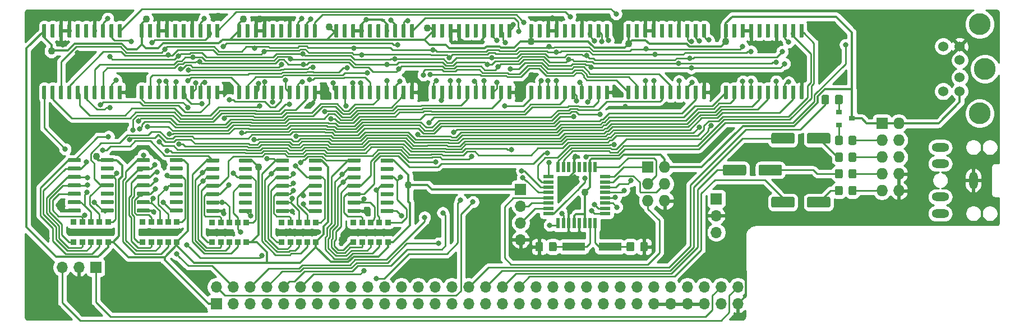
<source format=gbr>
G04 #@! TF.GenerationSoftware,KiCad,Pcbnew,5.1.5+dfsg1-2*
G04 #@! TF.CreationDate,2020-02-18T22:18:07+02:00*
G04 #@! TF.ProjectId,zxkbd,7a786b62-642e-46b6-9963-61645f706362,rev?*
G04 #@! TF.SameCoordinates,Original*
G04 #@! TF.FileFunction,Copper,L1,Top*
G04 #@! TF.FilePolarity,Positive*
%FSLAX46Y46*%
G04 Gerber Fmt 4.6, Leading zero omitted, Abs format (unit mm)*
G04 Created by KiCad (PCBNEW 5.1.5+dfsg1-2) date 2020-02-18 22:18:07*
%MOMM*%
%LPD*%
G04 APERTURE LIST*
%ADD10O,1.308000X2.616000*%
%ADD11O,2.616000X1.308000*%
%ADD12C,0.100000*%
%ADD13R,0.900000X0.900000*%
%ADD14O,1.700000X1.700000*%
%ADD15R,1.700000X1.700000*%
%ADD16R,1.727200X1.727200*%
%ADD17O,1.727200X1.727200*%
%ADD18R,0.900000X0.800000*%
%ADD19C,3.300000*%
%ADD20C,1.524000*%
%ADD21R,0.550000X1.600000*%
%ADD22R,1.600000X0.550000*%
%ADD23R,3.500000X1.200000*%
%ADD24C,0.800000*%
%ADD25C,1.100000*%
%ADD26C,0.320000*%
%ADD27C,0.250000*%
%ADD28C,0.254000*%
G04 APERTURE END LIST*
D10*
X222300000Y-129600000D03*
D11*
X217300000Y-124600000D03*
X217300000Y-127100000D03*
X217300000Y-132100000D03*
X217300000Y-134600000D03*
G04 #@! TA.AperFunction,SMDPad,CuDef*
D12*
G36*
X111599703Y-105975722D02*
G01*
X111614264Y-105977882D01*
X111628543Y-105981459D01*
X111642403Y-105986418D01*
X111655710Y-105992712D01*
X111668336Y-106000280D01*
X111680159Y-106009048D01*
X111691066Y-106018934D01*
X111700952Y-106029841D01*
X111709720Y-106041664D01*
X111717288Y-106054290D01*
X111723582Y-106067597D01*
X111728541Y-106081457D01*
X111732118Y-106095736D01*
X111734278Y-106110297D01*
X111735000Y-106125000D01*
X111735000Y-107875000D01*
X111734278Y-107889703D01*
X111732118Y-107904264D01*
X111728541Y-107918543D01*
X111723582Y-107932403D01*
X111717288Y-107945710D01*
X111709720Y-107958336D01*
X111700952Y-107970159D01*
X111691066Y-107981066D01*
X111680159Y-107990952D01*
X111668336Y-107999720D01*
X111655710Y-108007288D01*
X111642403Y-108013582D01*
X111628543Y-108018541D01*
X111614264Y-108022118D01*
X111599703Y-108024278D01*
X111585000Y-108025000D01*
X111285000Y-108025000D01*
X111270297Y-108024278D01*
X111255736Y-108022118D01*
X111241457Y-108018541D01*
X111227597Y-108013582D01*
X111214290Y-108007288D01*
X111201664Y-107999720D01*
X111189841Y-107990952D01*
X111178934Y-107981066D01*
X111169048Y-107970159D01*
X111160280Y-107958336D01*
X111152712Y-107945710D01*
X111146418Y-107932403D01*
X111141459Y-107918543D01*
X111137882Y-107904264D01*
X111135722Y-107889703D01*
X111135000Y-107875000D01*
X111135000Y-106125000D01*
X111135722Y-106110297D01*
X111137882Y-106095736D01*
X111141459Y-106081457D01*
X111146418Y-106067597D01*
X111152712Y-106054290D01*
X111160280Y-106041664D01*
X111169048Y-106029841D01*
X111178934Y-106018934D01*
X111189841Y-106009048D01*
X111201664Y-106000280D01*
X111214290Y-105992712D01*
X111227597Y-105986418D01*
X111241457Y-105981459D01*
X111255736Y-105977882D01*
X111270297Y-105975722D01*
X111285000Y-105975000D01*
X111585000Y-105975000D01*
X111599703Y-105975722D01*
G37*
G04 #@! TD.AperFunction*
G04 #@! TA.AperFunction,SMDPad,CuDef*
G36*
X112869703Y-105975722D02*
G01*
X112884264Y-105977882D01*
X112898543Y-105981459D01*
X112912403Y-105986418D01*
X112925710Y-105992712D01*
X112938336Y-106000280D01*
X112950159Y-106009048D01*
X112961066Y-106018934D01*
X112970952Y-106029841D01*
X112979720Y-106041664D01*
X112987288Y-106054290D01*
X112993582Y-106067597D01*
X112998541Y-106081457D01*
X113002118Y-106095736D01*
X113004278Y-106110297D01*
X113005000Y-106125000D01*
X113005000Y-107875000D01*
X113004278Y-107889703D01*
X113002118Y-107904264D01*
X112998541Y-107918543D01*
X112993582Y-107932403D01*
X112987288Y-107945710D01*
X112979720Y-107958336D01*
X112970952Y-107970159D01*
X112961066Y-107981066D01*
X112950159Y-107990952D01*
X112938336Y-107999720D01*
X112925710Y-108007288D01*
X112912403Y-108013582D01*
X112898543Y-108018541D01*
X112884264Y-108022118D01*
X112869703Y-108024278D01*
X112855000Y-108025000D01*
X112555000Y-108025000D01*
X112540297Y-108024278D01*
X112525736Y-108022118D01*
X112511457Y-108018541D01*
X112497597Y-108013582D01*
X112484290Y-108007288D01*
X112471664Y-107999720D01*
X112459841Y-107990952D01*
X112448934Y-107981066D01*
X112439048Y-107970159D01*
X112430280Y-107958336D01*
X112422712Y-107945710D01*
X112416418Y-107932403D01*
X112411459Y-107918543D01*
X112407882Y-107904264D01*
X112405722Y-107889703D01*
X112405000Y-107875000D01*
X112405000Y-106125000D01*
X112405722Y-106110297D01*
X112407882Y-106095736D01*
X112411459Y-106081457D01*
X112416418Y-106067597D01*
X112422712Y-106054290D01*
X112430280Y-106041664D01*
X112439048Y-106029841D01*
X112448934Y-106018934D01*
X112459841Y-106009048D01*
X112471664Y-106000280D01*
X112484290Y-105992712D01*
X112497597Y-105986418D01*
X112511457Y-105981459D01*
X112525736Y-105977882D01*
X112540297Y-105975722D01*
X112555000Y-105975000D01*
X112855000Y-105975000D01*
X112869703Y-105975722D01*
G37*
G04 #@! TD.AperFunction*
G04 #@! TA.AperFunction,SMDPad,CuDef*
G36*
X114139703Y-105975722D02*
G01*
X114154264Y-105977882D01*
X114168543Y-105981459D01*
X114182403Y-105986418D01*
X114195710Y-105992712D01*
X114208336Y-106000280D01*
X114220159Y-106009048D01*
X114231066Y-106018934D01*
X114240952Y-106029841D01*
X114249720Y-106041664D01*
X114257288Y-106054290D01*
X114263582Y-106067597D01*
X114268541Y-106081457D01*
X114272118Y-106095736D01*
X114274278Y-106110297D01*
X114275000Y-106125000D01*
X114275000Y-107875000D01*
X114274278Y-107889703D01*
X114272118Y-107904264D01*
X114268541Y-107918543D01*
X114263582Y-107932403D01*
X114257288Y-107945710D01*
X114249720Y-107958336D01*
X114240952Y-107970159D01*
X114231066Y-107981066D01*
X114220159Y-107990952D01*
X114208336Y-107999720D01*
X114195710Y-108007288D01*
X114182403Y-108013582D01*
X114168543Y-108018541D01*
X114154264Y-108022118D01*
X114139703Y-108024278D01*
X114125000Y-108025000D01*
X113825000Y-108025000D01*
X113810297Y-108024278D01*
X113795736Y-108022118D01*
X113781457Y-108018541D01*
X113767597Y-108013582D01*
X113754290Y-108007288D01*
X113741664Y-107999720D01*
X113729841Y-107990952D01*
X113718934Y-107981066D01*
X113709048Y-107970159D01*
X113700280Y-107958336D01*
X113692712Y-107945710D01*
X113686418Y-107932403D01*
X113681459Y-107918543D01*
X113677882Y-107904264D01*
X113675722Y-107889703D01*
X113675000Y-107875000D01*
X113675000Y-106125000D01*
X113675722Y-106110297D01*
X113677882Y-106095736D01*
X113681459Y-106081457D01*
X113686418Y-106067597D01*
X113692712Y-106054290D01*
X113700280Y-106041664D01*
X113709048Y-106029841D01*
X113718934Y-106018934D01*
X113729841Y-106009048D01*
X113741664Y-106000280D01*
X113754290Y-105992712D01*
X113767597Y-105986418D01*
X113781457Y-105981459D01*
X113795736Y-105977882D01*
X113810297Y-105975722D01*
X113825000Y-105975000D01*
X114125000Y-105975000D01*
X114139703Y-105975722D01*
G37*
G04 #@! TD.AperFunction*
G04 #@! TA.AperFunction,SMDPad,CuDef*
G36*
X115409703Y-105975722D02*
G01*
X115424264Y-105977882D01*
X115438543Y-105981459D01*
X115452403Y-105986418D01*
X115465710Y-105992712D01*
X115478336Y-106000280D01*
X115490159Y-106009048D01*
X115501066Y-106018934D01*
X115510952Y-106029841D01*
X115519720Y-106041664D01*
X115527288Y-106054290D01*
X115533582Y-106067597D01*
X115538541Y-106081457D01*
X115542118Y-106095736D01*
X115544278Y-106110297D01*
X115545000Y-106125000D01*
X115545000Y-107875000D01*
X115544278Y-107889703D01*
X115542118Y-107904264D01*
X115538541Y-107918543D01*
X115533582Y-107932403D01*
X115527288Y-107945710D01*
X115519720Y-107958336D01*
X115510952Y-107970159D01*
X115501066Y-107981066D01*
X115490159Y-107990952D01*
X115478336Y-107999720D01*
X115465710Y-108007288D01*
X115452403Y-108013582D01*
X115438543Y-108018541D01*
X115424264Y-108022118D01*
X115409703Y-108024278D01*
X115395000Y-108025000D01*
X115095000Y-108025000D01*
X115080297Y-108024278D01*
X115065736Y-108022118D01*
X115051457Y-108018541D01*
X115037597Y-108013582D01*
X115024290Y-108007288D01*
X115011664Y-107999720D01*
X114999841Y-107990952D01*
X114988934Y-107981066D01*
X114979048Y-107970159D01*
X114970280Y-107958336D01*
X114962712Y-107945710D01*
X114956418Y-107932403D01*
X114951459Y-107918543D01*
X114947882Y-107904264D01*
X114945722Y-107889703D01*
X114945000Y-107875000D01*
X114945000Y-106125000D01*
X114945722Y-106110297D01*
X114947882Y-106095736D01*
X114951459Y-106081457D01*
X114956418Y-106067597D01*
X114962712Y-106054290D01*
X114970280Y-106041664D01*
X114979048Y-106029841D01*
X114988934Y-106018934D01*
X114999841Y-106009048D01*
X115011664Y-106000280D01*
X115024290Y-105992712D01*
X115037597Y-105986418D01*
X115051457Y-105981459D01*
X115065736Y-105977882D01*
X115080297Y-105975722D01*
X115095000Y-105975000D01*
X115395000Y-105975000D01*
X115409703Y-105975722D01*
G37*
G04 #@! TD.AperFunction*
G04 #@! TA.AperFunction,SMDPad,CuDef*
G36*
X116679703Y-105975722D02*
G01*
X116694264Y-105977882D01*
X116708543Y-105981459D01*
X116722403Y-105986418D01*
X116735710Y-105992712D01*
X116748336Y-106000280D01*
X116760159Y-106009048D01*
X116771066Y-106018934D01*
X116780952Y-106029841D01*
X116789720Y-106041664D01*
X116797288Y-106054290D01*
X116803582Y-106067597D01*
X116808541Y-106081457D01*
X116812118Y-106095736D01*
X116814278Y-106110297D01*
X116815000Y-106125000D01*
X116815000Y-107875000D01*
X116814278Y-107889703D01*
X116812118Y-107904264D01*
X116808541Y-107918543D01*
X116803582Y-107932403D01*
X116797288Y-107945710D01*
X116789720Y-107958336D01*
X116780952Y-107970159D01*
X116771066Y-107981066D01*
X116760159Y-107990952D01*
X116748336Y-107999720D01*
X116735710Y-108007288D01*
X116722403Y-108013582D01*
X116708543Y-108018541D01*
X116694264Y-108022118D01*
X116679703Y-108024278D01*
X116665000Y-108025000D01*
X116365000Y-108025000D01*
X116350297Y-108024278D01*
X116335736Y-108022118D01*
X116321457Y-108018541D01*
X116307597Y-108013582D01*
X116294290Y-108007288D01*
X116281664Y-107999720D01*
X116269841Y-107990952D01*
X116258934Y-107981066D01*
X116249048Y-107970159D01*
X116240280Y-107958336D01*
X116232712Y-107945710D01*
X116226418Y-107932403D01*
X116221459Y-107918543D01*
X116217882Y-107904264D01*
X116215722Y-107889703D01*
X116215000Y-107875000D01*
X116215000Y-106125000D01*
X116215722Y-106110297D01*
X116217882Y-106095736D01*
X116221459Y-106081457D01*
X116226418Y-106067597D01*
X116232712Y-106054290D01*
X116240280Y-106041664D01*
X116249048Y-106029841D01*
X116258934Y-106018934D01*
X116269841Y-106009048D01*
X116281664Y-106000280D01*
X116294290Y-105992712D01*
X116307597Y-105986418D01*
X116321457Y-105981459D01*
X116335736Y-105977882D01*
X116350297Y-105975722D01*
X116365000Y-105975000D01*
X116665000Y-105975000D01*
X116679703Y-105975722D01*
G37*
G04 #@! TD.AperFunction*
G04 #@! TA.AperFunction,SMDPad,CuDef*
G36*
X117949703Y-105975722D02*
G01*
X117964264Y-105977882D01*
X117978543Y-105981459D01*
X117992403Y-105986418D01*
X118005710Y-105992712D01*
X118018336Y-106000280D01*
X118030159Y-106009048D01*
X118041066Y-106018934D01*
X118050952Y-106029841D01*
X118059720Y-106041664D01*
X118067288Y-106054290D01*
X118073582Y-106067597D01*
X118078541Y-106081457D01*
X118082118Y-106095736D01*
X118084278Y-106110297D01*
X118085000Y-106125000D01*
X118085000Y-107875000D01*
X118084278Y-107889703D01*
X118082118Y-107904264D01*
X118078541Y-107918543D01*
X118073582Y-107932403D01*
X118067288Y-107945710D01*
X118059720Y-107958336D01*
X118050952Y-107970159D01*
X118041066Y-107981066D01*
X118030159Y-107990952D01*
X118018336Y-107999720D01*
X118005710Y-108007288D01*
X117992403Y-108013582D01*
X117978543Y-108018541D01*
X117964264Y-108022118D01*
X117949703Y-108024278D01*
X117935000Y-108025000D01*
X117635000Y-108025000D01*
X117620297Y-108024278D01*
X117605736Y-108022118D01*
X117591457Y-108018541D01*
X117577597Y-108013582D01*
X117564290Y-108007288D01*
X117551664Y-107999720D01*
X117539841Y-107990952D01*
X117528934Y-107981066D01*
X117519048Y-107970159D01*
X117510280Y-107958336D01*
X117502712Y-107945710D01*
X117496418Y-107932403D01*
X117491459Y-107918543D01*
X117487882Y-107904264D01*
X117485722Y-107889703D01*
X117485000Y-107875000D01*
X117485000Y-106125000D01*
X117485722Y-106110297D01*
X117487882Y-106095736D01*
X117491459Y-106081457D01*
X117496418Y-106067597D01*
X117502712Y-106054290D01*
X117510280Y-106041664D01*
X117519048Y-106029841D01*
X117528934Y-106018934D01*
X117539841Y-106009048D01*
X117551664Y-106000280D01*
X117564290Y-105992712D01*
X117577597Y-105986418D01*
X117591457Y-105981459D01*
X117605736Y-105977882D01*
X117620297Y-105975722D01*
X117635000Y-105975000D01*
X117935000Y-105975000D01*
X117949703Y-105975722D01*
G37*
G04 #@! TD.AperFunction*
G04 #@! TA.AperFunction,SMDPad,CuDef*
G36*
X119219703Y-105975722D02*
G01*
X119234264Y-105977882D01*
X119248543Y-105981459D01*
X119262403Y-105986418D01*
X119275710Y-105992712D01*
X119288336Y-106000280D01*
X119300159Y-106009048D01*
X119311066Y-106018934D01*
X119320952Y-106029841D01*
X119329720Y-106041664D01*
X119337288Y-106054290D01*
X119343582Y-106067597D01*
X119348541Y-106081457D01*
X119352118Y-106095736D01*
X119354278Y-106110297D01*
X119355000Y-106125000D01*
X119355000Y-107875000D01*
X119354278Y-107889703D01*
X119352118Y-107904264D01*
X119348541Y-107918543D01*
X119343582Y-107932403D01*
X119337288Y-107945710D01*
X119329720Y-107958336D01*
X119320952Y-107970159D01*
X119311066Y-107981066D01*
X119300159Y-107990952D01*
X119288336Y-107999720D01*
X119275710Y-108007288D01*
X119262403Y-108013582D01*
X119248543Y-108018541D01*
X119234264Y-108022118D01*
X119219703Y-108024278D01*
X119205000Y-108025000D01*
X118905000Y-108025000D01*
X118890297Y-108024278D01*
X118875736Y-108022118D01*
X118861457Y-108018541D01*
X118847597Y-108013582D01*
X118834290Y-108007288D01*
X118821664Y-107999720D01*
X118809841Y-107990952D01*
X118798934Y-107981066D01*
X118789048Y-107970159D01*
X118780280Y-107958336D01*
X118772712Y-107945710D01*
X118766418Y-107932403D01*
X118761459Y-107918543D01*
X118757882Y-107904264D01*
X118755722Y-107889703D01*
X118755000Y-107875000D01*
X118755000Y-106125000D01*
X118755722Y-106110297D01*
X118757882Y-106095736D01*
X118761459Y-106081457D01*
X118766418Y-106067597D01*
X118772712Y-106054290D01*
X118780280Y-106041664D01*
X118789048Y-106029841D01*
X118798934Y-106018934D01*
X118809841Y-106009048D01*
X118821664Y-106000280D01*
X118834290Y-105992712D01*
X118847597Y-105986418D01*
X118861457Y-105981459D01*
X118875736Y-105977882D01*
X118890297Y-105975722D01*
X118905000Y-105975000D01*
X119205000Y-105975000D01*
X119219703Y-105975722D01*
G37*
G04 #@! TD.AperFunction*
G04 #@! TA.AperFunction,SMDPad,CuDef*
G36*
X120489703Y-105975722D02*
G01*
X120504264Y-105977882D01*
X120518543Y-105981459D01*
X120532403Y-105986418D01*
X120545710Y-105992712D01*
X120558336Y-106000280D01*
X120570159Y-106009048D01*
X120581066Y-106018934D01*
X120590952Y-106029841D01*
X120599720Y-106041664D01*
X120607288Y-106054290D01*
X120613582Y-106067597D01*
X120618541Y-106081457D01*
X120622118Y-106095736D01*
X120624278Y-106110297D01*
X120625000Y-106125000D01*
X120625000Y-107875000D01*
X120624278Y-107889703D01*
X120622118Y-107904264D01*
X120618541Y-107918543D01*
X120613582Y-107932403D01*
X120607288Y-107945710D01*
X120599720Y-107958336D01*
X120590952Y-107970159D01*
X120581066Y-107981066D01*
X120570159Y-107990952D01*
X120558336Y-107999720D01*
X120545710Y-108007288D01*
X120532403Y-108013582D01*
X120518543Y-108018541D01*
X120504264Y-108022118D01*
X120489703Y-108024278D01*
X120475000Y-108025000D01*
X120175000Y-108025000D01*
X120160297Y-108024278D01*
X120145736Y-108022118D01*
X120131457Y-108018541D01*
X120117597Y-108013582D01*
X120104290Y-108007288D01*
X120091664Y-107999720D01*
X120079841Y-107990952D01*
X120068934Y-107981066D01*
X120059048Y-107970159D01*
X120050280Y-107958336D01*
X120042712Y-107945710D01*
X120036418Y-107932403D01*
X120031459Y-107918543D01*
X120027882Y-107904264D01*
X120025722Y-107889703D01*
X120025000Y-107875000D01*
X120025000Y-106125000D01*
X120025722Y-106110297D01*
X120027882Y-106095736D01*
X120031459Y-106081457D01*
X120036418Y-106067597D01*
X120042712Y-106054290D01*
X120050280Y-106041664D01*
X120059048Y-106029841D01*
X120068934Y-106018934D01*
X120079841Y-106009048D01*
X120091664Y-106000280D01*
X120104290Y-105992712D01*
X120117597Y-105986418D01*
X120131457Y-105981459D01*
X120145736Y-105977882D01*
X120160297Y-105975722D01*
X120175000Y-105975000D01*
X120475000Y-105975000D01*
X120489703Y-105975722D01*
G37*
G04 #@! TD.AperFunction*
G04 #@! TA.AperFunction,SMDPad,CuDef*
G36*
X121759703Y-105975722D02*
G01*
X121774264Y-105977882D01*
X121788543Y-105981459D01*
X121802403Y-105986418D01*
X121815710Y-105992712D01*
X121828336Y-106000280D01*
X121840159Y-106009048D01*
X121851066Y-106018934D01*
X121860952Y-106029841D01*
X121869720Y-106041664D01*
X121877288Y-106054290D01*
X121883582Y-106067597D01*
X121888541Y-106081457D01*
X121892118Y-106095736D01*
X121894278Y-106110297D01*
X121895000Y-106125000D01*
X121895000Y-107875000D01*
X121894278Y-107889703D01*
X121892118Y-107904264D01*
X121888541Y-107918543D01*
X121883582Y-107932403D01*
X121877288Y-107945710D01*
X121869720Y-107958336D01*
X121860952Y-107970159D01*
X121851066Y-107981066D01*
X121840159Y-107990952D01*
X121828336Y-107999720D01*
X121815710Y-108007288D01*
X121802403Y-108013582D01*
X121788543Y-108018541D01*
X121774264Y-108022118D01*
X121759703Y-108024278D01*
X121745000Y-108025000D01*
X121445000Y-108025000D01*
X121430297Y-108024278D01*
X121415736Y-108022118D01*
X121401457Y-108018541D01*
X121387597Y-108013582D01*
X121374290Y-108007288D01*
X121361664Y-107999720D01*
X121349841Y-107990952D01*
X121338934Y-107981066D01*
X121329048Y-107970159D01*
X121320280Y-107958336D01*
X121312712Y-107945710D01*
X121306418Y-107932403D01*
X121301459Y-107918543D01*
X121297882Y-107904264D01*
X121295722Y-107889703D01*
X121295000Y-107875000D01*
X121295000Y-106125000D01*
X121295722Y-106110297D01*
X121297882Y-106095736D01*
X121301459Y-106081457D01*
X121306418Y-106067597D01*
X121312712Y-106054290D01*
X121320280Y-106041664D01*
X121329048Y-106029841D01*
X121338934Y-106018934D01*
X121349841Y-106009048D01*
X121361664Y-106000280D01*
X121374290Y-105992712D01*
X121387597Y-105986418D01*
X121401457Y-105981459D01*
X121415736Y-105977882D01*
X121430297Y-105975722D01*
X121445000Y-105975000D01*
X121745000Y-105975000D01*
X121759703Y-105975722D01*
G37*
G04 #@! TD.AperFunction*
G04 #@! TA.AperFunction,SMDPad,CuDef*
G36*
X123029703Y-105975722D02*
G01*
X123044264Y-105977882D01*
X123058543Y-105981459D01*
X123072403Y-105986418D01*
X123085710Y-105992712D01*
X123098336Y-106000280D01*
X123110159Y-106009048D01*
X123121066Y-106018934D01*
X123130952Y-106029841D01*
X123139720Y-106041664D01*
X123147288Y-106054290D01*
X123153582Y-106067597D01*
X123158541Y-106081457D01*
X123162118Y-106095736D01*
X123164278Y-106110297D01*
X123165000Y-106125000D01*
X123165000Y-107875000D01*
X123164278Y-107889703D01*
X123162118Y-107904264D01*
X123158541Y-107918543D01*
X123153582Y-107932403D01*
X123147288Y-107945710D01*
X123139720Y-107958336D01*
X123130952Y-107970159D01*
X123121066Y-107981066D01*
X123110159Y-107990952D01*
X123098336Y-107999720D01*
X123085710Y-108007288D01*
X123072403Y-108013582D01*
X123058543Y-108018541D01*
X123044264Y-108022118D01*
X123029703Y-108024278D01*
X123015000Y-108025000D01*
X122715000Y-108025000D01*
X122700297Y-108024278D01*
X122685736Y-108022118D01*
X122671457Y-108018541D01*
X122657597Y-108013582D01*
X122644290Y-108007288D01*
X122631664Y-107999720D01*
X122619841Y-107990952D01*
X122608934Y-107981066D01*
X122599048Y-107970159D01*
X122590280Y-107958336D01*
X122582712Y-107945710D01*
X122576418Y-107932403D01*
X122571459Y-107918543D01*
X122567882Y-107904264D01*
X122565722Y-107889703D01*
X122565000Y-107875000D01*
X122565000Y-106125000D01*
X122565722Y-106110297D01*
X122567882Y-106095736D01*
X122571459Y-106081457D01*
X122576418Y-106067597D01*
X122582712Y-106054290D01*
X122590280Y-106041664D01*
X122599048Y-106029841D01*
X122608934Y-106018934D01*
X122619841Y-106009048D01*
X122631664Y-106000280D01*
X122644290Y-105992712D01*
X122657597Y-105986418D01*
X122671457Y-105981459D01*
X122685736Y-105977882D01*
X122700297Y-105975722D01*
X122715000Y-105975000D01*
X123015000Y-105975000D01*
X123029703Y-105975722D01*
G37*
G04 #@! TD.AperFunction*
G04 #@! TA.AperFunction,SMDPad,CuDef*
G36*
X123029703Y-115275722D02*
G01*
X123044264Y-115277882D01*
X123058543Y-115281459D01*
X123072403Y-115286418D01*
X123085710Y-115292712D01*
X123098336Y-115300280D01*
X123110159Y-115309048D01*
X123121066Y-115318934D01*
X123130952Y-115329841D01*
X123139720Y-115341664D01*
X123147288Y-115354290D01*
X123153582Y-115367597D01*
X123158541Y-115381457D01*
X123162118Y-115395736D01*
X123164278Y-115410297D01*
X123165000Y-115425000D01*
X123165000Y-117175000D01*
X123164278Y-117189703D01*
X123162118Y-117204264D01*
X123158541Y-117218543D01*
X123153582Y-117232403D01*
X123147288Y-117245710D01*
X123139720Y-117258336D01*
X123130952Y-117270159D01*
X123121066Y-117281066D01*
X123110159Y-117290952D01*
X123098336Y-117299720D01*
X123085710Y-117307288D01*
X123072403Y-117313582D01*
X123058543Y-117318541D01*
X123044264Y-117322118D01*
X123029703Y-117324278D01*
X123015000Y-117325000D01*
X122715000Y-117325000D01*
X122700297Y-117324278D01*
X122685736Y-117322118D01*
X122671457Y-117318541D01*
X122657597Y-117313582D01*
X122644290Y-117307288D01*
X122631664Y-117299720D01*
X122619841Y-117290952D01*
X122608934Y-117281066D01*
X122599048Y-117270159D01*
X122590280Y-117258336D01*
X122582712Y-117245710D01*
X122576418Y-117232403D01*
X122571459Y-117218543D01*
X122567882Y-117204264D01*
X122565722Y-117189703D01*
X122565000Y-117175000D01*
X122565000Y-115425000D01*
X122565722Y-115410297D01*
X122567882Y-115395736D01*
X122571459Y-115381457D01*
X122576418Y-115367597D01*
X122582712Y-115354290D01*
X122590280Y-115341664D01*
X122599048Y-115329841D01*
X122608934Y-115318934D01*
X122619841Y-115309048D01*
X122631664Y-115300280D01*
X122644290Y-115292712D01*
X122657597Y-115286418D01*
X122671457Y-115281459D01*
X122685736Y-115277882D01*
X122700297Y-115275722D01*
X122715000Y-115275000D01*
X123015000Y-115275000D01*
X123029703Y-115275722D01*
G37*
G04 #@! TD.AperFunction*
G04 #@! TA.AperFunction,SMDPad,CuDef*
G36*
X121759703Y-115275722D02*
G01*
X121774264Y-115277882D01*
X121788543Y-115281459D01*
X121802403Y-115286418D01*
X121815710Y-115292712D01*
X121828336Y-115300280D01*
X121840159Y-115309048D01*
X121851066Y-115318934D01*
X121860952Y-115329841D01*
X121869720Y-115341664D01*
X121877288Y-115354290D01*
X121883582Y-115367597D01*
X121888541Y-115381457D01*
X121892118Y-115395736D01*
X121894278Y-115410297D01*
X121895000Y-115425000D01*
X121895000Y-117175000D01*
X121894278Y-117189703D01*
X121892118Y-117204264D01*
X121888541Y-117218543D01*
X121883582Y-117232403D01*
X121877288Y-117245710D01*
X121869720Y-117258336D01*
X121860952Y-117270159D01*
X121851066Y-117281066D01*
X121840159Y-117290952D01*
X121828336Y-117299720D01*
X121815710Y-117307288D01*
X121802403Y-117313582D01*
X121788543Y-117318541D01*
X121774264Y-117322118D01*
X121759703Y-117324278D01*
X121745000Y-117325000D01*
X121445000Y-117325000D01*
X121430297Y-117324278D01*
X121415736Y-117322118D01*
X121401457Y-117318541D01*
X121387597Y-117313582D01*
X121374290Y-117307288D01*
X121361664Y-117299720D01*
X121349841Y-117290952D01*
X121338934Y-117281066D01*
X121329048Y-117270159D01*
X121320280Y-117258336D01*
X121312712Y-117245710D01*
X121306418Y-117232403D01*
X121301459Y-117218543D01*
X121297882Y-117204264D01*
X121295722Y-117189703D01*
X121295000Y-117175000D01*
X121295000Y-115425000D01*
X121295722Y-115410297D01*
X121297882Y-115395736D01*
X121301459Y-115381457D01*
X121306418Y-115367597D01*
X121312712Y-115354290D01*
X121320280Y-115341664D01*
X121329048Y-115329841D01*
X121338934Y-115318934D01*
X121349841Y-115309048D01*
X121361664Y-115300280D01*
X121374290Y-115292712D01*
X121387597Y-115286418D01*
X121401457Y-115281459D01*
X121415736Y-115277882D01*
X121430297Y-115275722D01*
X121445000Y-115275000D01*
X121745000Y-115275000D01*
X121759703Y-115275722D01*
G37*
G04 #@! TD.AperFunction*
G04 #@! TA.AperFunction,SMDPad,CuDef*
G36*
X120489703Y-115275722D02*
G01*
X120504264Y-115277882D01*
X120518543Y-115281459D01*
X120532403Y-115286418D01*
X120545710Y-115292712D01*
X120558336Y-115300280D01*
X120570159Y-115309048D01*
X120581066Y-115318934D01*
X120590952Y-115329841D01*
X120599720Y-115341664D01*
X120607288Y-115354290D01*
X120613582Y-115367597D01*
X120618541Y-115381457D01*
X120622118Y-115395736D01*
X120624278Y-115410297D01*
X120625000Y-115425000D01*
X120625000Y-117175000D01*
X120624278Y-117189703D01*
X120622118Y-117204264D01*
X120618541Y-117218543D01*
X120613582Y-117232403D01*
X120607288Y-117245710D01*
X120599720Y-117258336D01*
X120590952Y-117270159D01*
X120581066Y-117281066D01*
X120570159Y-117290952D01*
X120558336Y-117299720D01*
X120545710Y-117307288D01*
X120532403Y-117313582D01*
X120518543Y-117318541D01*
X120504264Y-117322118D01*
X120489703Y-117324278D01*
X120475000Y-117325000D01*
X120175000Y-117325000D01*
X120160297Y-117324278D01*
X120145736Y-117322118D01*
X120131457Y-117318541D01*
X120117597Y-117313582D01*
X120104290Y-117307288D01*
X120091664Y-117299720D01*
X120079841Y-117290952D01*
X120068934Y-117281066D01*
X120059048Y-117270159D01*
X120050280Y-117258336D01*
X120042712Y-117245710D01*
X120036418Y-117232403D01*
X120031459Y-117218543D01*
X120027882Y-117204264D01*
X120025722Y-117189703D01*
X120025000Y-117175000D01*
X120025000Y-115425000D01*
X120025722Y-115410297D01*
X120027882Y-115395736D01*
X120031459Y-115381457D01*
X120036418Y-115367597D01*
X120042712Y-115354290D01*
X120050280Y-115341664D01*
X120059048Y-115329841D01*
X120068934Y-115318934D01*
X120079841Y-115309048D01*
X120091664Y-115300280D01*
X120104290Y-115292712D01*
X120117597Y-115286418D01*
X120131457Y-115281459D01*
X120145736Y-115277882D01*
X120160297Y-115275722D01*
X120175000Y-115275000D01*
X120475000Y-115275000D01*
X120489703Y-115275722D01*
G37*
G04 #@! TD.AperFunction*
G04 #@! TA.AperFunction,SMDPad,CuDef*
G36*
X119219703Y-115275722D02*
G01*
X119234264Y-115277882D01*
X119248543Y-115281459D01*
X119262403Y-115286418D01*
X119275710Y-115292712D01*
X119288336Y-115300280D01*
X119300159Y-115309048D01*
X119311066Y-115318934D01*
X119320952Y-115329841D01*
X119329720Y-115341664D01*
X119337288Y-115354290D01*
X119343582Y-115367597D01*
X119348541Y-115381457D01*
X119352118Y-115395736D01*
X119354278Y-115410297D01*
X119355000Y-115425000D01*
X119355000Y-117175000D01*
X119354278Y-117189703D01*
X119352118Y-117204264D01*
X119348541Y-117218543D01*
X119343582Y-117232403D01*
X119337288Y-117245710D01*
X119329720Y-117258336D01*
X119320952Y-117270159D01*
X119311066Y-117281066D01*
X119300159Y-117290952D01*
X119288336Y-117299720D01*
X119275710Y-117307288D01*
X119262403Y-117313582D01*
X119248543Y-117318541D01*
X119234264Y-117322118D01*
X119219703Y-117324278D01*
X119205000Y-117325000D01*
X118905000Y-117325000D01*
X118890297Y-117324278D01*
X118875736Y-117322118D01*
X118861457Y-117318541D01*
X118847597Y-117313582D01*
X118834290Y-117307288D01*
X118821664Y-117299720D01*
X118809841Y-117290952D01*
X118798934Y-117281066D01*
X118789048Y-117270159D01*
X118780280Y-117258336D01*
X118772712Y-117245710D01*
X118766418Y-117232403D01*
X118761459Y-117218543D01*
X118757882Y-117204264D01*
X118755722Y-117189703D01*
X118755000Y-117175000D01*
X118755000Y-115425000D01*
X118755722Y-115410297D01*
X118757882Y-115395736D01*
X118761459Y-115381457D01*
X118766418Y-115367597D01*
X118772712Y-115354290D01*
X118780280Y-115341664D01*
X118789048Y-115329841D01*
X118798934Y-115318934D01*
X118809841Y-115309048D01*
X118821664Y-115300280D01*
X118834290Y-115292712D01*
X118847597Y-115286418D01*
X118861457Y-115281459D01*
X118875736Y-115277882D01*
X118890297Y-115275722D01*
X118905000Y-115275000D01*
X119205000Y-115275000D01*
X119219703Y-115275722D01*
G37*
G04 #@! TD.AperFunction*
G04 #@! TA.AperFunction,SMDPad,CuDef*
G36*
X117949703Y-115275722D02*
G01*
X117964264Y-115277882D01*
X117978543Y-115281459D01*
X117992403Y-115286418D01*
X118005710Y-115292712D01*
X118018336Y-115300280D01*
X118030159Y-115309048D01*
X118041066Y-115318934D01*
X118050952Y-115329841D01*
X118059720Y-115341664D01*
X118067288Y-115354290D01*
X118073582Y-115367597D01*
X118078541Y-115381457D01*
X118082118Y-115395736D01*
X118084278Y-115410297D01*
X118085000Y-115425000D01*
X118085000Y-117175000D01*
X118084278Y-117189703D01*
X118082118Y-117204264D01*
X118078541Y-117218543D01*
X118073582Y-117232403D01*
X118067288Y-117245710D01*
X118059720Y-117258336D01*
X118050952Y-117270159D01*
X118041066Y-117281066D01*
X118030159Y-117290952D01*
X118018336Y-117299720D01*
X118005710Y-117307288D01*
X117992403Y-117313582D01*
X117978543Y-117318541D01*
X117964264Y-117322118D01*
X117949703Y-117324278D01*
X117935000Y-117325000D01*
X117635000Y-117325000D01*
X117620297Y-117324278D01*
X117605736Y-117322118D01*
X117591457Y-117318541D01*
X117577597Y-117313582D01*
X117564290Y-117307288D01*
X117551664Y-117299720D01*
X117539841Y-117290952D01*
X117528934Y-117281066D01*
X117519048Y-117270159D01*
X117510280Y-117258336D01*
X117502712Y-117245710D01*
X117496418Y-117232403D01*
X117491459Y-117218543D01*
X117487882Y-117204264D01*
X117485722Y-117189703D01*
X117485000Y-117175000D01*
X117485000Y-115425000D01*
X117485722Y-115410297D01*
X117487882Y-115395736D01*
X117491459Y-115381457D01*
X117496418Y-115367597D01*
X117502712Y-115354290D01*
X117510280Y-115341664D01*
X117519048Y-115329841D01*
X117528934Y-115318934D01*
X117539841Y-115309048D01*
X117551664Y-115300280D01*
X117564290Y-115292712D01*
X117577597Y-115286418D01*
X117591457Y-115281459D01*
X117605736Y-115277882D01*
X117620297Y-115275722D01*
X117635000Y-115275000D01*
X117935000Y-115275000D01*
X117949703Y-115275722D01*
G37*
G04 #@! TD.AperFunction*
G04 #@! TA.AperFunction,SMDPad,CuDef*
G36*
X116679703Y-115275722D02*
G01*
X116694264Y-115277882D01*
X116708543Y-115281459D01*
X116722403Y-115286418D01*
X116735710Y-115292712D01*
X116748336Y-115300280D01*
X116760159Y-115309048D01*
X116771066Y-115318934D01*
X116780952Y-115329841D01*
X116789720Y-115341664D01*
X116797288Y-115354290D01*
X116803582Y-115367597D01*
X116808541Y-115381457D01*
X116812118Y-115395736D01*
X116814278Y-115410297D01*
X116815000Y-115425000D01*
X116815000Y-117175000D01*
X116814278Y-117189703D01*
X116812118Y-117204264D01*
X116808541Y-117218543D01*
X116803582Y-117232403D01*
X116797288Y-117245710D01*
X116789720Y-117258336D01*
X116780952Y-117270159D01*
X116771066Y-117281066D01*
X116760159Y-117290952D01*
X116748336Y-117299720D01*
X116735710Y-117307288D01*
X116722403Y-117313582D01*
X116708543Y-117318541D01*
X116694264Y-117322118D01*
X116679703Y-117324278D01*
X116665000Y-117325000D01*
X116365000Y-117325000D01*
X116350297Y-117324278D01*
X116335736Y-117322118D01*
X116321457Y-117318541D01*
X116307597Y-117313582D01*
X116294290Y-117307288D01*
X116281664Y-117299720D01*
X116269841Y-117290952D01*
X116258934Y-117281066D01*
X116249048Y-117270159D01*
X116240280Y-117258336D01*
X116232712Y-117245710D01*
X116226418Y-117232403D01*
X116221459Y-117218543D01*
X116217882Y-117204264D01*
X116215722Y-117189703D01*
X116215000Y-117175000D01*
X116215000Y-115425000D01*
X116215722Y-115410297D01*
X116217882Y-115395736D01*
X116221459Y-115381457D01*
X116226418Y-115367597D01*
X116232712Y-115354290D01*
X116240280Y-115341664D01*
X116249048Y-115329841D01*
X116258934Y-115318934D01*
X116269841Y-115309048D01*
X116281664Y-115300280D01*
X116294290Y-115292712D01*
X116307597Y-115286418D01*
X116321457Y-115281459D01*
X116335736Y-115277882D01*
X116350297Y-115275722D01*
X116365000Y-115275000D01*
X116665000Y-115275000D01*
X116679703Y-115275722D01*
G37*
G04 #@! TD.AperFunction*
G04 #@! TA.AperFunction,SMDPad,CuDef*
G36*
X115409703Y-115275722D02*
G01*
X115424264Y-115277882D01*
X115438543Y-115281459D01*
X115452403Y-115286418D01*
X115465710Y-115292712D01*
X115478336Y-115300280D01*
X115490159Y-115309048D01*
X115501066Y-115318934D01*
X115510952Y-115329841D01*
X115519720Y-115341664D01*
X115527288Y-115354290D01*
X115533582Y-115367597D01*
X115538541Y-115381457D01*
X115542118Y-115395736D01*
X115544278Y-115410297D01*
X115545000Y-115425000D01*
X115545000Y-117175000D01*
X115544278Y-117189703D01*
X115542118Y-117204264D01*
X115538541Y-117218543D01*
X115533582Y-117232403D01*
X115527288Y-117245710D01*
X115519720Y-117258336D01*
X115510952Y-117270159D01*
X115501066Y-117281066D01*
X115490159Y-117290952D01*
X115478336Y-117299720D01*
X115465710Y-117307288D01*
X115452403Y-117313582D01*
X115438543Y-117318541D01*
X115424264Y-117322118D01*
X115409703Y-117324278D01*
X115395000Y-117325000D01*
X115095000Y-117325000D01*
X115080297Y-117324278D01*
X115065736Y-117322118D01*
X115051457Y-117318541D01*
X115037597Y-117313582D01*
X115024290Y-117307288D01*
X115011664Y-117299720D01*
X114999841Y-117290952D01*
X114988934Y-117281066D01*
X114979048Y-117270159D01*
X114970280Y-117258336D01*
X114962712Y-117245710D01*
X114956418Y-117232403D01*
X114951459Y-117218543D01*
X114947882Y-117204264D01*
X114945722Y-117189703D01*
X114945000Y-117175000D01*
X114945000Y-115425000D01*
X114945722Y-115410297D01*
X114947882Y-115395736D01*
X114951459Y-115381457D01*
X114956418Y-115367597D01*
X114962712Y-115354290D01*
X114970280Y-115341664D01*
X114979048Y-115329841D01*
X114988934Y-115318934D01*
X114999841Y-115309048D01*
X115011664Y-115300280D01*
X115024290Y-115292712D01*
X115037597Y-115286418D01*
X115051457Y-115281459D01*
X115065736Y-115277882D01*
X115080297Y-115275722D01*
X115095000Y-115275000D01*
X115395000Y-115275000D01*
X115409703Y-115275722D01*
G37*
G04 #@! TD.AperFunction*
G04 #@! TA.AperFunction,SMDPad,CuDef*
G36*
X114139703Y-115275722D02*
G01*
X114154264Y-115277882D01*
X114168543Y-115281459D01*
X114182403Y-115286418D01*
X114195710Y-115292712D01*
X114208336Y-115300280D01*
X114220159Y-115309048D01*
X114231066Y-115318934D01*
X114240952Y-115329841D01*
X114249720Y-115341664D01*
X114257288Y-115354290D01*
X114263582Y-115367597D01*
X114268541Y-115381457D01*
X114272118Y-115395736D01*
X114274278Y-115410297D01*
X114275000Y-115425000D01*
X114275000Y-117175000D01*
X114274278Y-117189703D01*
X114272118Y-117204264D01*
X114268541Y-117218543D01*
X114263582Y-117232403D01*
X114257288Y-117245710D01*
X114249720Y-117258336D01*
X114240952Y-117270159D01*
X114231066Y-117281066D01*
X114220159Y-117290952D01*
X114208336Y-117299720D01*
X114195710Y-117307288D01*
X114182403Y-117313582D01*
X114168543Y-117318541D01*
X114154264Y-117322118D01*
X114139703Y-117324278D01*
X114125000Y-117325000D01*
X113825000Y-117325000D01*
X113810297Y-117324278D01*
X113795736Y-117322118D01*
X113781457Y-117318541D01*
X113767597Y-117313582D01*
X113754290Y-117307288D01*
X113741664Y-117299720D01*
X113729841Y-117290952D01*
X113718934Y-117281066D01*
X113709048Y-117270159D01*
X113700280Y-117258336D01*
X113692712Y-117245710D01*
X113686418Y-117232403D01*
X113681459Y-117218543D01*
X113677882Y-117204264D01*
X113675722Y-117189703D01*
X113675000Y-117175000D01*
X113675000Y-115425000D01*
X113675722Y-115410297D01*
X113677882Y-115395736D01*
X113681459Y-115381457D01*
X113686418Y-115367597D01*
X113692712Y-115354290D01*
X113700280Y-115341664D01*
X113709048Y-115329841D01*
X113718934Y-115318934D01*
X113729841Y-115309048D01*
X113741664Y-115300280D01*
X113754290Y-115292712D01*
X113767597Y-115286418D01*
X113781457Y-115281459D01*
X113795736Y-115277882D01*
X113810297Y-115275722D01*
X113825000Y-115275000D01*
X114125000Y-115275000D01*
X114139703Y-115275722D01*
G37*
G04 #@! TD.AperFunction*
G04 #@! TA.AperFunction,SMDPad,CuDef*
G36*
X112869703Y-115275722D02*
G01*
X112884264Y-115277882D01*
X112898543Y-115281459D01*
X112912403Y-115286418D01*
X112925710Y-115292712D01*
X112938336Y-115300280D01*
X112950159Y-115309048D01*
X112961066Y-115318934D01*
X112970952Y-115329841D01*
X112979720Y-115341664D01*
X112987288Y-115354290D01*
X112993582Y-115367597D01*
X112998541Y-115381457D01*
X113002118Y-115395736D01*
X113004278Y-115410297D01*
X113005000Y-115425000D01*
X113005000Y-117175000D01*
X113004278Y-117189703D01*
X113002118Y-117204264D01*
X112998541Y-117218543D01*
X112993582Y-117232403D01*
X112987288Y-117245710D01*
X112979720Y-117258336D01*
X112970952Y-117270159D01*
X112961066Y-117281066D01*
X112950159Y-117290952D01*
X112938336Y-117299720D01*
X112925710Y-117307288D01*
X112912403Y-117313582D01*
X112898543Y-117318541D01*
X112884264Y-117322118D01*
X112869703Y-117324278D01*
X112855000Y-117325000D01*
X112555000Y-117325000D01*
X112540297Y-117324278D01*
X112525736Y-117322118D01*
X112511457Y-117318541D01*
X112497597Y-117313582D01*
X112484290Y-117307288D01*
X112471664Y-117299720D01*
X112459841Y-117290952D01*
X112448934Y-117281066D01*
X112439048Y-117270159D01*
X112430280Y-117258336D01*
X112422712Y-117245710D01*
X112416418Y-117232403D01*
X112411459Y-117218543D01*
X112407882Y-117204264D01*
X112405722Y-117189703D01*
X112405000Y-117175000D01*
X112405000Y-115425000D01*
X112405722Y-115410297D01*
X112407882Y-115395736D01*
X112411459Y-115381457D01*
X112416418Y-115367597D01*
X112422712Y-115354290D01*
X112430280Y-115341664D01*
X112439048Y-115329841D01*
X112448934Y-115318934D01*
X112459841Y-115309048D01*
X112471664Y-115300280D01*
X112484290Y-115292712D01*
X112497597Y-115286418D01*
X112511457Y-115281459D01*
X112525736Y-115277882D01*
X112540297Y-115275722D01*
X112555000Y-115275000D01*
X112855000Y-115275000D01*
X112869703Y-115275722D01*
G37*
G04 #@! TD.AperFunction*
G04 #@! TA.AperFunction,SMDPad,CuDef*
G36*
X111599703Y-115275722D02*
G01*
X111614264Y-115277882D01*
X111628543Y-115281459D01*
X111642403Y-115286418D01*
X111655710Y-115292712D01*
X111668336Y-115300280D01*
X111680159Y-115309048D01*
X111691066Y-115318934D01*
X111700952Y-115329841D01*
X111709720Y-115341664D01*
X111717288Y-115354290D01*
X111723582Y-115367597D01*
X111728541Y-115381457D01*
X111732118Y-115395736D01*
X111734278Y-115410297D01*
X111735000Y-115425000D01*
X111735000Y-117175000D01*
X111734278Y-117189703D01*
X111732118Y-117204264D01*
X111728541Y-117218543D01*
X111723582Y-117232403D01*
X111717288Y-117245710D01*
X111709720Y-117258336D01*
X111700952Y-117270159D01*
X111691066Y-117281066D01*
X111680159Y-117290952D01*
X111668336Y-117299720D01*
X111655710Y-117307288D01*
X111642403Y-117313582D01*
X111628543Y-117318541D01*
X111614264Y-117322118D01*
X111599703Y-117324278D01*
X111585000Y-117325000D01*
X111285000Y-117325000D01*
X111270297Y-117324278D01*
X111255736Y-117322118D01*
X111241457Y-117318541D01*
X111227597Y-117313582D01*
X111214290Y-117307288D01*
X111201664Y-117299720D01*
X111189841Y-117290952D01*
X111178934Y-117281066D01*
X111169048Y-117270159D01*
X111160280Y-117258336D01*
X111152712Y-117245710D01*
X111146418Y-117232403D01*
X111141459Y-117218543D01*
X111137882Y-117204264D01*
X111135722Y-117189703D01*
X111135000Y-117175000D01*
X111135000Y-115425000D01*
X111135722Y-115410297D01*
X111137882Y-115395736D01*
X111141459Y-115381457D01*
X111146418Y-115367597D01*
X111152712Y-115354290D01*
X111160280Y-115341664D01*
X111169048Y-115329841D01*
X111178934Y-115318934D01*
X111189841Y-115309048D01*
X111201664Y-115300280D01*
X111214290Y-115292712D01*
X111227597Y-115286418D01*
X111241457Y-115281459D01*
X111255736Y-115277882D01*
X111270297Y-115275722D01*
X111285000Y-115275000D01*
X111585000Y-115275000D01*
X111599703Y-115275722D01*
G37*
G04 #@! TD.AperFunction*
G04 #@! TA.AperFunction,SMDPad,CuDef*
G36*
X96899703Y-105975722D02*
G01*
X96914264Y-105977882D01*
X96928543Y-105981459D01*
X96942403Y-105986418D01*
X96955710Y-105992712D01*
X96968336Y-106000280D01*
X96980159Y-106009048D01*
X96991066Y-106018934D01*
X97000952Y-106029841D01*
X97009720Y-106041664D01*
X97017288Y-106054290D01*
X97023582Y-106067597D01*
X97028541Y-106081457D01*
X97032118Y-106095736D01*
X97034278Y-106110297D01*
X97035000Y-106125000D01*
X97035000Y-107875000D01*
X97034278Y-107889703D01*
X97032118Y-107904264D01*
X97028541Y-107918543D01*
X97023582Y-107932403D01*
X97017288Y-107945710D01*
X97009720Y-107958336D01*
X97000952Y-107970159D01*
X96991066Y-107981066D01*
X96980159Y-107990952D01*
X96968336Y-107999720D01*
X96955710Y-108007288D01*
X96942403Y-108013582D01*
X96928543Y-108018541D01*
X96914264Y-108022118D01*
X96899703Y-108024278D01*
X96885000Y-108025000D01*
X96585000Y-108025000D01*
X96570297Y-108024278D01*
X96555736Y-108022118D01*
X96541457Y-108018541D01*
X96527597Y-108013582D01*
X96514290Y-108007288D01*
X96501664Y-107999720D01*
X96489841Y-107990952D01*
X96478934Y-107981066D01*
X96469048Y-107970159D01*
X96460280Y-107958336D01*
X96452712Y-107945710D01*
X96446418Y-107932403D01*
X96441459Y-107918543D01*
X96437882Y-107904264D01*
X96435722Y-107889703D01*
X96435000Y-107875000D01*
X96435000Y-106125000D01*
X96435722Y-106110297D01*
X96437882Y-106095736D01*
X96441459Y-106081457D01*
X96446418Y-106067597D01*
X96452712Y-106054290D01*
X96460280Y-106041664D01*
X96469048Y-106029841D01*
X96478934Y-106018934D01*
X96489841Y-106009048D01*
X96501664Y-106000280D01*
X96514290Y-105992712D01*
X96527597Y-105986418D01*
X96541457Y-105981459D01*
X96555736Y-105977882D01*
X96570297Y-105975722D01*
X96585000Y-105975000D01*
X96885000Y-105975000D01*
X96899703Y-105975722D01*
G37*
G04 #@! TD.AperFunction*
G04 #@! TA.AperFunction,SMDPad,CuDef*
G36*
X98169703Y-105975722D02*
G01*
X98184264Y-105977882D01*
X98198543Y-105981459D01*
X98212403Y-105986418D01*
X98225710Y-105992712D01*
X98238336Y-106000280D01*
X98250159Y-106009048D01*
X98261066Y-106018934D01*
X98270952Y-106029841D01*
X98279720Y-106041664D01*
X98287288Y-106054290D01*
X98293582Y-106067597D01*
X98298541Y-106081457D01*
X98302118Y-106095736D01*
X98304278Y-106110297D01*
X98305000Y-106125000D01*
X98305000Y-107875000D01*
X98304278Y-107889703D01*
X98302118Y-107904264D01*
X98298541Y-107918543D01*
X98293582Y-107932403D01*
X98287288Y-107945710D01*
X98279720Y-107958336D01*
X98270952Y-107970159D01*
X98261066Y-107981066D01*
X98250159Y-107990952D01*
X98238336Y-107999720D01*
X98225710Y-108007288D01*
X98212403Y-108013582D01*
X98198543Y-108018541D01*
X98184264Y-108022118D01*
X98169703Y-108024278D01*
X98155000Y-108025000D01*
X97855000Y-108025000D01*
X97840297Y-108024278D01*
X97825736Y-108022118D01*
X97811457Y-108018541D01*
X97797597Y-108013582D01*
X97784290Y-108007288D01*
X97771664Y-107999720D01*
X97759841Y-107990952D01*
X97748934Y-107981066D01*
X97739048Y-107970159D01*
X97730280Y-107958336D01*
X97722712Y-107945710D01*
X97716418Y-107932403D01*
X97711459Y-107918543D01*
X97707882Y-107904264D01*
X97705722Y-107889703D01*
X97705000Y-107875000D01*
X97705000Y-106125000D01*
X97705722Y-106110297D01*
X97707882Y-106095736D01*
X97711459Y-106081457D01*
X97716418Y-106067597D01*
X97722712Y-106054290D01*
X97730280Y-106041664D01*
X97739048Y-106029841D01*
X97748934Y-106018934D01*
X97759841Y-106009048D01*
X97771664Y-106000280D01*
X97784290Y-105992712D01*
X97797597Y-105986418D01*
X97811457Y-105981459D01*
X97825736Y-105977882D01*
X97840297Y-105975722D01*
X97855000Y-105975000D01*
X98155000Y-105975000D01*
X98169703Y-105975722D01*
G37*
G04 #@! TD.AperFunction*
G04 #@! TA.AperFunction,SMDPad,CuDef*
G36*
X99439703Y-105975722D02*
G01*
X99454264Y-105977882D01*
X99468543Y-105981459D01*
X99482403Y-105986418D01*
X99495710Y-105992712D01*
X99508336Y-106000280D01*
X99520159Y-106009048D01*
X99531066Y-106018934D01*
X99540952Y-106029841D01*
X99549720Y-106041664D01*
X99557288Y-106054290D01*
X99563582Y-106067597D01*
X99568541Y-106081457D01*
X99572118Y-106095736D01*
X99574278Y-106110297D01*
X99575000Y-106125000D01*
X99575000Y-107875000D01*
X99574278Y-107889703D01*
X99572118Y-107904264D01*
X99568541Y-107918543D01*
X99563582Y-107932403D01*
X99557288Y-107945710D01*
X99549720Y-107958336D01*
X99540952Y-107970159D01*
X99531066Y-107981066D01*
X99520159Y-107990952D01*
X99508336Y-107999720D01*
X99495710Y-108007288D01*
X99482403Y-108013582D01*
X99468543Y-108018541D01*
X99454264Y-108022118D01*
X99439703Y-108024278D01*
X99425000Y-108025000D01*
X99125000Y-108025000D01*
X99110297Y-108024278D01*
X99095736Y-108022118D01*
X99081457Y-108018541D01*
X99067597Y-108013582D01*
X99054290Y-108007288D01*
X99041664Y-107999720D01*
X99029841Y-107990952D01*
X99018934Y-107981066D01*
X99009048Y-107970159D01*
X99000280Y-107958336D01*
X98992712Y-107945710D01*
X98986418Y-107932403D01*
X98981459Y-107918543D01*
X98977882Y-107904264D01*
X98975722Y-107889703D01*
X98975000Y-107875000D01*
X98975000Y-106125000D01*
X98975722Y-106110297D01*
X98977882Y-106095736D01*
X98981459Y-106081457D01*
X98986418Y-106067597D01*
X98992712Y-106054290D01*
X99000280Y-106041664D01*
X99009048Y-106029841D01*
X99018934Y-106018934D01*
X99029841Y-106009048D01*
X99041664Y-106000280D01*
X99054290Y-105992712D01*
X99067597Y-105986418D01*
X99081457Y-105981459D01*
X99095736Y-105977882D01*
X99110297Y-105975722D01*
X99125000Y-105975000D01*
X99425000Y-105975000D01*
X99439703Y-105975722D01*
G37*
G04 #@! TD.AperFunction*
G04 #@! TA.AperFunction,SMDPad,CuDef*
G36*
X100709703Y-105975722D02*
G01*
X100724264Y-105977882D01*
X100738543Y-105981459D01*
X100752403Y-105986418D01*
X100765710Y-105992712D01*
X100778336Y-106000280D01*
X100790159Y-106009048D01*
X100801066Y-106018934D01*
X100810952Y-106029841D01*
X100819720Y-106041664D01*
X100827288Y-106054290D01*
X100833582Y-106067597D01*
X100838541Y-106081457D01*
X100842118Y-106095736D01*
X100844278Y-106110297D01*
X100845000Y-106125000D01*
X100845000Y-107875000D01*
X100844278Y-107889703D01*
X100842118Y-107904264D01*
X100838541Y-107918543D01*
X100833582Y-107932403D01*
X100827288Y-107945710D01*
X100819720Y-107958336D01*
X100810952Y-107970159D01*
X100801066Y-107981066D01*
X100790159Y-107990952D01*
X100778336Y-107999720D01*
X100765710Y-108007288D01*
X100752403Y-108013582D01*
X100738543Y-108018541D01*
X100724264Y-108022118D01*
X100709703Y-108024278D01*
X100695000Y-108025000D01*
X100395000Y-108025000D01*
X100380297Y-108024278D01*
X100365736Y-108022118D01*
X100351457Y-108018541D01*
X100337597Y-108013582D01*
X100324290Y-108007288D01*
X100311664Y-107999720D01*
X100299841Y-107990952D01*
X100288934Y-107981066D01*
X100279048Y-107970159D01*
X100270280Y-107958336D01*
X100262712Y-107945710D01*
X100256418Y-107932403D01*
X100251459Y-107918543D01*
X100247882Y-107904264D01*
X100245722Y-107889703D01*
X100245000Y-107875000D01*
X100245000Y-106125000D01*
X100245722Y-106110297D01*
X100247882Y-106095736D01*
X100251459Y-106081457D01*
X100256418Y-106067597D01*
X100262712Y-106054290D01*
X100270280Y-106041664D01*
X100279048Y-106029841D01*
X100288934Y-106018934D01*
X100299841Y-106009048D01*
X100311664Y-106000280D01*
X100324290Y-105992712D01*
X100337597Y-105986418D01*
X100351457Y-105981459D01*
X100365736Y-105977882D01*
X100380297Y-105975722D01*
X100395000Y-105975000D01*
X100695000Y-105975000D01*
X100709703Y-105975722D01*
G37*
G04 #@! TD.AperFunction*
G04 #@! TA.AperFunction,SMDPad,CuDef*
G36*
X101979703Y-105975722D02*
G01*
X101994264Y-105977882D01*
X102008543Y-105981459D01*
X102022403Y-105986418D01*
X102035710Y-105992712D01*
X102048336Y-106000280D01*
X102060159Y-106009048D01*
X102071066Y-106018934D01*
X102080952Y-106029841D01*
X102089720Y-106041664D01*
X102097288Y-106054290D01*
X102103582Y-106067597D01*
X102108541Y-106081457D01*
X102112118Y-106095736D01*
X102114278Y-106110297D01*
X102115000Y-106125000D01*
X102115000Y-107875000D01*
X102114278Y-107889703D01*
X102112118Y-107904264D01*
X102108541Y-107918543D01*
X102103582Y-107932403D01*
X102097288Y-107945710D01*
X102089720Y-107958336D01*
X102080952Y-107970159D01*
X102071066Y-107981066D01*
X102060159Y-107990952D01*
X102048336Y-107999720D01*
X102035710Y-108007288D01*
X102022403Y-108013582D01*
X102008543Y-108018541D01*
X101994264Y-108022118D01*
X101979703Y-108024278D01*
X101965000Y-108025000D01*
X101665000Y-108025000D01*
X101650297Y-108024278D01*
X101635736Y-108022118D01*
X101621457Y-108018541D01*
X101607597Y-108013582D01*
X101594290Y-108007288D01*
X101581664Y-107999720D01*
X101569841Y-107990952D01*
X101558934Y-107981066D01*
X101549048Y-107970159D01*
X101540280Y-107958336D01*
X101532712Y-107945710D01*
X101526418Y-107932403D01*
X101521459Y-107918543D01*
X101517882Y-107904264D01*
X101515722Y-107889703D01*
X101515000Y-107875000D01*
X101515000Y-106125000D01*
X101515722Y-106110297D01*
X101517882Y-106095736D01*
X101521459Y-106081457D01*
X101526418Y-106067597D01*
X101532712Y-106054290D01*
X101540280Y-106041664D01*
X101549048Y-106029841D01*
X101558934Y-106018934D01*
X101569841Y-106009048D01*
X101581664Y-106000280D01*
X101594290Y-105992712D01*
X101607597Y-105986418D01*
X101621457Y-105981459D01*
X101635736Y-105977882D01*
X101650297Y-105975722D01*
X101665000Y-105975000D01*
X101965000Y-105975000D01*
X101979703Y-105975722D01*
G37*
G04 #@! TD.AperFunction*
G04 #@! TA.AperFunction,SMDPad,CuDef*
G36*
X103249703Y-105975722D02*
G01*
X103264264Y-105977882D01*
X103278543Y-105981459D01*
X103292403Y-105986418D01*
X103305710Y-105992712D01*
X103318336Y-106000280D01*
X103330159Y-106009048D01*
X103341066Y-106018934D01*
X103350952Y-106029841D01*
X103359720Y-106041664D01*
X103367288Y-106054290D01*
X103373582Y-106067597D01*
X103378541Y-106081457D01*
X103382118Y-106095736D01*
X103384278Y-106110297D01*
X103385000Y-106125000D01*
X103385000Y-107875000D01*
X103384278Y-107889703D01*
X103382118Y-107904264D01*
X103378541Y-107918543D01*
X103373582Y-107932403D01*
X103367288Y-107945710D01*
X103359720Y-107958336D01*
X103350952Y-107970159D01*
X103341066Y-107981066D01*
X103330159Y-107990952D01*
X103318336Y-107999720D01*
X103305710Y-108007288D01*
X103292403Y-108013582D01*
X103278543Y-108018541D01*
X103264264Y-108022118D01*
X103249703Y-108024278D01*
X103235000Y-108025000D01*
X102935000Y-108025000D01*
X102920297Y-108024278D01*
X102905736Y-108022118D01*
X102891457Y-108018541D01*
X102877597Y-108013582D01*
X102864290Y-108007288D01*
X102851664Y-107999720D01*
X102839841Y-107990952D01*
X102828934Y-107981066D01*
X102819048Y-107970159D01*
X102810280Y-107958336D01*
X102802712Y-107945710D01*
X102796418Y-107932403D01*
X102791459Y-107918543D01*
X102787882Y-107904264D01*
X102785722Y-107889703D01*
X102785000Y-107875000D01*
X102785000Y-106125000D01*
X102785722Y-106110297D01*
X102787882Y-106095736D01*
X102791459Y-106081457D01*
X102796418Y-106067597D01*
X102802712Y-106054290D01*
X102810280Y-106041664D01*
X102819048Y-106029841D01*
X102828934Y-106018934D01*
X102839841Y-106009048D01*
X102851664Y-106000280D01*
X102864290Y-105992712D01*
X102877597Y-105986418D01*
X102891457Y-105981459D01*
X102905736Y-105977882D01*
X102920297Y-105975722D01*
X102935000Y-105975000D01*
X103235000Y-105975000D01*
X103249703Y-105975722D01*
G37*
G04 #@! TD.AperFunction*
G04 #@! TA.AperFunction,SMDPad,CuDef*
G36*
X104519703Y-105975722D02*
G01*
X104534264Y-105977882D01*
X104548543Y-105981459D01*
X104562403Y-105986418D01*
X104575710Y-105992712D01*
X104588336Y-106000280D01*
X104600159Y-106009048D01*
X104611066Y-106018934D01*
X104620952Y-106029841D01*
X104629720Y-106041664D01*
X104637288Y-106054290D01*
X104643582Y-106067597D01*
X104648541Y-106081457D01*
X104652118Y-106095736D01*
X104654278Y-106110297D01*
X104655000Y-106125000D01*
X104655000Y-107875000D01*
X104654278Y-107889703D01*
X104652118Y-107904264D01*
X104648541Y-107918543D01*
X104643582Y-107932403D01*
X104637288Y-107945710D01*
X104629720Y-107958336D01*
X104620952Y-107970159D01*
X104611066Y-107981066D01*
X104600159Y-107990952D01*
X104588336Y-107999720D01*
X104575710Y-108007288D01*
X104562403Y-108013582D01*
X104548543Y-108018541D01*
X104534264Y-108022118D01*
X104519703Y-108024278D01*
X104505000Y-108025000D01*
X104205000Y-108025000D01*
X104190297Y-108024278D01*
X104175736Y-108022118D01*
X104161457Y-108018541D01*
X104147597Y-108013582D01*
X104134290Y-108007288D01*
X104121664Y-107999720D01*
X104109841Y-107990952D01*
X104098934Y-107981066D01*
X104089048Y-107970159D01*
X104080280Y-107958336D01*
X104072712Y-107945710D01*
X104066418Y-107932403D01*
X104061459Y-107918543D01*
X104057882Y-107904264D01*
X104055722Y-107889703D01*
X104055000Y-107875000D01*
X104055000Y-106125000D01*
X104055722Y-106110297D01*
X104057882Y-106095736D01*
X104061459Y-106081457D01*
X104066418Y-106067597D01*
X104072712Y-106054290D01*
X104080280Y-106041664D01*
X104089048Y-106029841D01*
X104098934Y-106018934D01*
X104109841Y-106009048D01*
X104121664Y-106000280D01*
X104134290Y-105992712D01*
X104147597Y-105986418D01*
X104161457Y-105981459D01*
X104175736Y-105977882D01*
X104190297Y-105975722D01*
X104205000Y-105975000D01*
X104505000Y-105975000D01*
X104519703Y-105975722D01*
G37*
G04 #@! TD.AperFunction*
G04 #@! TA.AperFunction,SMDPad,CuDef*
G36*
X105789703Y-105975722D02*
G01*
X105804264Y-105977882D01*
X105818543Y-105981459D01*
X105832403Y-105986418D01*
X105845710Y-105992712D01*
X105858336Y-106000280D01*
X105870159Y-106009048D01*
X105881066Y-106018934D01*
X105890952Y-106029841D01*
X105899720Y-106041664D01*
X105907288Y-106054290D01*
X105913582Y-106067597D01*
X105918541Y-106081457D01*
X105922118Y-106095736D01*
X105924278Y-106110297D01*
X105925000Y-106125000D01*
X105925000Y-107875000D01*
X105924278Y-107889703D01*
X105922118Y-107904264D01*
X105918541Y-107918543D01*
X105913582Y-107932403D01*
X105907288Y-107945710D01*
X105899720Y-107958336D01*
X105890952Y-107970159D01*
X105881066Y-107981066D01*
X105870159Y-107990952D01*
X105858336Y-107999720D01*
X105845710Y-108007288D01*
X105832403Y-108013582D01*
X105818543Y-108018541D01*
X105804264Y-108022118D01*
X105789703Y-108024278D01*
X105775000Y-108025000D01*
X105475000Y-108025000D01*
X105460297Y-108024278D01*
X105445736Y-108022118D01*
X105431457Y-108018541D01*
X105417597Y-108013582D01*
X105404290Y-108007288D01*
X105391664Y-107999720D01*
X105379841Y-107990952D01*
X105368934Y-107981066D01*
X105359048Y-107970159D01*
X105350280Y-107958336D01*
X105342712Y-107945710D01*
X105336418Y-107932403D01*
X105331459Y-107918543D01*
X105327882Y-107904264D01*
X105325722Y-107889703D01*
X105325000Y-107875000D01*
X105325000Y-106125000D01*
X105325722Y-106110297D01*
X105327882Y-106095736D01*
X105331459Y-106081457D01*
X105336418Y-106067597D01*
X105342712Y-106054290D01*
X105350280Y-106041664D01*
X105359048Y-106029841D01*
X105368934Y-106018934D01*
X105379841Y-106009048D01*
X105391664Y-106000280D01*
X105404290Y-105992712D01*
X105417597Y-105986418D01*
X105431457Y-105981459D01*
X105445736Y-105977882D01*
X105460297Y-105975722D01*
X105475000Y-105975000D01*
X105775000Y-105975000D01*
X105789703Y-105975722D01*
G37*
G04 #@! TD.AperFunction*
G04 #@! TA.AperFunction,SMDPad,CuDef*
G36*
X107059703Y-105975722D02*
G01*
X107074264Y-105977882D01*
X107088543Y-105981459D01*
X107102403Y-105986418D01*
X107115710Y-105992712D01*
X107128336Y-106000280D01*
X107140159Y-106009048D01*
X107151066Y-106018934D01*
X107160952Y-106029841D01*
X107169720Y-106041664D01*
X107177288Y-106054290D01*
X107183582Y-106067597D01*
X107188541Y-106081457D01*
X107192118Y-106095736D01*
X107194278Y-106110297D01*
X107195000Y-106125000D01*
X107195000Y-107875000D01*
X107194278Y-107889703D01*
X107192118Y-107904264D01*
X107188541Y-107918543D01*
X107183582Y-107932403D01*
X107177288Y-107945710D01*
X107169720Y-107958336D01*
X107160952Y-107970159D01*
X107151066Y-107981066D01*
X107140159Y-107990952D01*
X107128336Y-107999720D01*
X107115710Y-108007288D01*
X107102403Y-108013582D01*
X107088543Y-108018541D01*
X107074264Y-108022118D01*
X107059703Y-108024278D01*
X107045000Y-108025000D01*
X106745000Y-108025000D01*
X106730297Y-108024278D01*
X106715736Y-108022118D01*
X106701457Y-108018541D01*
X106687597Y-108013582D01*
X106674290Y-108007288D01*
X106661664Y-107999720D01*
X106649841Y-107990952D01*
X106638934Y-107981066D01*
X106629048Y-107970159D01*
X106620280Y-107958336D01*
X106612712Y-107945710D01*
X106606418Y-107932403D01*
X106601459Y-107918543D01*
X106597882Y-107904264D01*
X106595722Y-107889703D01*
X106595000Y-107875000D01*
X106595000Y-106125000D01*
X106595722Y-106110297D01*
X106597882Y-106095736D01*
X106601459Y-106081457D01*
X106606418Y-106067597D01*
X106612712Y-106054290D01*
X106620280Y-106041664D01*
X106629048Y-106029841D01*
X106638934Y-106018934D01*
X106649841Y-106009048D01*
X106661664Y-106000280D01*
X106674290Y-105992712D01*
X106687597Y-105986418D01*
X106701457Y-105981459D01*
X106715736Y-105977882D01*
X106730297Y-105975722D01*
X106745000Y-105975000D01*
X107045000Y-105975000D01*
X107059703Y-105975722D01*
G37*
G04 #@! TD.AperFunction*
G04 #@! TA.AperFunction,SMDPad,CuDef*
G36*
X108329703Y-105975722D02*
G01*
X108344264Y-105977882D01*
X108358543Y-105981459D01*
X108372403Y-105986418D01*
X108385710Y-105992712D01*
X108398336Y-106000280D01*
X108410159Y-106009048D01*
X108421066Y-106018934D01*
X108430952Y-106029841D01*
X108439720Y-106041664D01*
X108447288Y-106054290D01*
X108453582Y-106067597D01*
X108458541Y-106081457D01*
X108462118Y-106095736D01*
X108464278Y-106110297D01*
X108465000Y-106125000D01*
X108465000Y-107875000D01*
X108464278Y-107889703D01*
X108462118Y-107904264D01*
X108458541Y-107918543D01*
X108453582Y-107932403D01*
X108447288Y-107945710D01*
X108439720Y-107958336D01*
X108430952Y-107970159D01*
X108421066Y-107981066D01*
X108410159Y-107990952D01*
X108398336Y-107999720D01*
X108385710Y-108007288D01*
X108372403Y-108013582D01*
X108358543Y-108018541D01*
X108344264Y-108022118D01*
X108329703Y-108024278D01*
X108315000Y-108025000D01*
X108015000Y-108025000D01*
X108000297Y-108024278D01*
X107985736Y-108022118D01*
X107971457Y-108018541D01*
X107957597Y-108013582D01*
X107944290Y-108007288D01*
X107931664Y-107999720D01*
X107919841Y-107990952D01*
X107908934Y-107981066D01*
X107899048Y-107970159D01*
X107890280Y-107958336D01*
X107882712Y-107945710D01*
X107876418Y-107932403D01*
X107871459Y-107918543D01*
X107867882Y-107904264D01*
X107865722Y-107889703D01*
X107865000Y-107875000D01*
X107865000Y-106125000D01*
X107865722Y-106110297D01*
X107867882Y-106095736D01*
X107871459Y-106081457D01*
X107876418Y-106067597D01*
X107882712Y-106054290D01*
X107890280Y-106041664D01*
X107899048Y-106029841D01*
X107908934Y-106018934D01*
X107919841Y-106009048D01*
X107931664Y-106000280D01*
X107944290Y-105992712D01*
X107957597Y-105986418D01*
X107971457Y-105981459D01*
X107985736Y-105977882D01*
X108000297Y-105975722D01*
X108015000Y-105975000D01*
X108315000Y-105975000D01*
X108329703Y-105975722D01*
G37*
G04 #@! TD.AperFunction*
G04 #@! TA.AperFunction,SMDPad,CuDef*
G36*
X108329703Y-115275722D02*
G01*
X108344264Y-115277882D01*
X108358543Y-115281459D01*
X108372403Y-115286418D01*
X108385710Y-115292712D01*
X108398336Y-115300280D01*
X108410159Y-115309048D01*
X108421066Y-115318934D01*
X108430952Y-115329841D01*
X108439720Y-115341664D01*
X108447288Y-115354290D01*
X108453582Y-115367597D01*
X108458541Y-115381457D01*
X108462118Y-115395736D01*
X108464278Y-115410297D01*
X108465000Y-115425000D01*
X108465000Y-117175000D01*
X108464278Y-117189703D01*
X108462118Y-117204264D01*
X108458541Y-117218543D01*
X108453582Y-117232403D01*
X108447288Y-117245710D01*
X108439720Y-117258336D01*
X108430952Y-117270159D01*
X108421066Y-117281066D01*
X108410159Y-117290952D01*
X108398336Y-117299720D01*
X108385710Y-117307288D01*
X108372403Y-117313582D01*
X108358543Y-117318541D01*
X108344264Y-117322118D01*
X108329703Y-117324278D01*
X108315000Y-117325000D01*
X108015000Y-117325000D01*
X108000297Y-117324278D01*
X107985736Y-117322118D01*
X107971457Y-117318541D01*
X107957597Y-117313582D01*
X107944290Y-117307288D01*
X107931664Y-117299720D01*
X107919841Y-117290952D01*
X107908934Y-117281066D01*
X107899048Y-117270159D01*
X107890280Y-117258336D01*
X107882712Y-117245710D01*
X107876418Y-117232403D01*
X107871459Y-117218543D01*
X107867882Y-117204264D01*
X107865722Y-117189703D01*
X107865000Y-117175000D01*
X107865000Y-115425000D01*
X107865722Y-115410297D01*
X107867882Y-115395736D01*
X107871459Y-115381457D01*
X107876418Y-115367597D01*
X107882712Y-115354290D01*
X107890280Y-115341664D01*
X107899048Y-115329841D01*
X107908934Y-115318934D01*
X107919841Y-115309048D01*
X107931664Y-115300280D01*
X107944290Y-115292712D01*
X107957597Y-115286418D01*
X107971457Y-115281459D01*
X107985736Y-115277882D01*
X108000297Y-115275722D01*
X108015000Y-115275000D01*
X108315000Y-115275000D01*
X108329703Y-115275722D01*
G37*
G04 #@! TD.AperFunction*
G04 #@! TA.AperFunction,SMDPad,CuDef*
G36*
X107059703Y-115275722D02*
G01*
X107074264Y-115277882D01*
X107088543Y-115281459D01*
X107102403Y-115286418D01*
X107115710Y-115292712D01*
X107128336Y-115300280D01*
X107140159Y-115309048D01*
X107151066Y-115318934D01*
X107160952Y-115329841D01*
X107169720Y-115341664D01*
X107177288Y-115354290D01*
X107183582Y-115367597D01*
X107188541Y-115381457D01*
X107192118Y-115395736D01*
X107194278Y-115410297D01*
X107195000Y-115425000D01*
X107195000Y-117175000D01*
X107194278Y-117189703D01*
X107192118Y-117204264D01*
X107188541Y-117218543D01*
X107183582Y-117232403D01*
X107177288Y-117245710D01*
X107169720Y-117258336D01*
X107160952Y-117270159D01*
X107151066Y-117281066D01*
X107140159Y-117290952D01*
X107128336Y-117299720D01*
X107115710Y-117307288D01*
X107102403Y-117313582D01*
X107088543Y-117318541D01*
X107074264Y-117322118D01*
X107059703Y-117324278D01*
X107045000Y-117325000D01*
X106745000Y-117325000D01*
X106730297Y-117324278D01*
X106715736Y-117322118D01*
X106701457Y-117318541D01*
X106687597Y-117313582D01*
X106674290Y-117307288D01*
X106661664Y-117299720D01*
X106649841Y-117290952D01*
X106638934Y-117281066D01*
X106629048Y-117270159D01*
X106620280Y-117258336D01*
X106612712Y-117245710D01*
X106606418Y-117232403D01*
X106601459Y-117218543D01*
X106597882Y-117204264D01*
X106595722Y-117189703D01*
X106595000Y-117175000D01*
X106595000Y-115425000D01*
X106595722Y-115410297D01*
X106597882Y-115395736D01*
X106601459Y-115381457D01*
X106606418Y-115367597D01*
X106612712Y-115354290D01*
X106620280Y-115341664D01*
X106629048Y-115329841D01*
X106638934Y-115318934D01*
X106649841Y-115309048D01*
X106661664Y-115300280D01*
X106674290Y-115292712D01*
X106687597Y-115286418D01*
X106701457Y-115281459D01*
X106715736Y-115277882D01*
X106730297Y-115275722D01*
X106745000Y-115275000D01*
X107045000Y-115275000D01*
X107059703Y-115275722D01*
G37*
G04 #@! TD.AperFunction*
G04 #@! TA.AperFunction,SMDPad,CuDef*
G36*
X105789703Y-115275722D02*
G01*
X105804264Y-115277882D01*
X105818543Y-115281459D01*
X105832403Y-115286418D01*
X105845710Y-115292712D01*
X105858336Y-115300280D01*
X105870159Y-115309048D01*
X105881066Y-115318934D01*
X105890952Y-115329841D01*
X105899720Y-115341664D01*
X105907288Y-115354290D01*
X105913582Y-115367597D01*
X105918541Y-115381457D01*
X105922118Y-115395736D01*
X105924278Y-115410297D01*
X105925000Y-115425000D01*
X105925000Y-117175000D01*
X105924278Y-117189703D01*
X105922118Y-117204264D01*
X105918541Y-117218543D01*
X105913582Y-117232403D01*
X105907288Y-117245710D01*
X105899720Y-117258336D01*
X105890952Y-117270159D01*
X105881066Y-117281066D01*
X105870159Y-117290952D01*
X105858336Y-117299720D01*
X105845710Y-117307288D01*
X105832403Y-117313582D01*
X105818543Y-117318541D01*
X105804264Y-117322118D01*
X105789703Y-117324278D01*
X105775000Y-117325000D01*
X105475000Y-117325000D01*
X105460297Y-117324278D01*
X105445736Y-117322118D01*
X105431457Y-117318541D01*
X105417597Y-117313582D01*
X105404290Y-117307288D01*
X105391664Y-117299720D01*
X105379841Y-117290952D01*
X105368934Y-117281066D01*
X105359048Y-117270159D01*
X105350280Y-117258336D01*
X105342712Y-117245710D01*
X105336418Y-117232403D01*
X105331459Y-117218543D01*
X105327882Y-117204264D01*
X105325722Y-117189703D01*
X105325000Y-117175000D01*
X105325000Y-115425000D01*
X105325722Y-115410297D01*
X105327882Y-115395736D01*
X105331459Y-115381457D01*
X105336418Y-115367597D01*
X105342712Y-115354290D01*
X105350280Y-115341664D01*
X105359048Y-115329841D01*
X105368934Y-115318934D01*
X105379841Y-115309048D01*
X105391664Y-115300280D01*
X105404290Y-115292712D01*
X105417597Y-115286418D01*
X105431457Y-115281459D01*
X105445736Y-115277882D01*
X105460297Y-115275722D01*
X105475000Y-115275000D01*
X105775000Y-115275000D01*
X105789703Y-115275722D01*
G37*
G04 #@! TD.AperFunction*
G04 #@! TA.AperFunction,SMDPad,CuDef*
G36*
X104519703Y-115275722D02*
G01*
X104534264Y-115277882D01*
X104548543Y-115281459D01*
X104562403Y-115286418D01*
X104575710Y-115292712D01*
X104588336Y-115300280D01*
X104600159Y-115309048D01*
X104611066Y-115318934D01*
X104620952Y-115329841D01*
X104629720Y-115341664D01*
X104637288Y-115354290D01*
X104643582Y-115367597D01*
X104648541Y-115381457D01*
X104652118Y-115395736D01*
X104654278Y-115410297D01*
X104655000Y-115425000D01*
X104655000Y-117175000D01*
X104654278Y-117189703D01*
X104652118Y-117204264D01*
X104648541Y-117218543D01*
X104643582Y-117232403D01*
X104637288Y-117245710D01*
X104629720Y-117258336D01*
X104620952Y-117270159D01*
X104611066Y-117281066D01*
X104600159Y-117290952D01*
X104588336Y-117299720D01*
X104575710Y-117307288D01*
X104562403Y-117313582D01*
X104548543Y-117318541D01*
X104534264Y-117322118D01*
X104519703Y-117324278D01*
X104505000Y-117325000D01*
X104205000Y-117325000D01*
X104190297Y-117324278D01*
X104175736Y-117322118D01*
X104161457Y-117318541D01*
X104147597Y-117313582D01*
X104134290Y-117307288D01*
X104121664Y-117299720D01*
X104109841Y-117290952D01*
X104098934Y-117281066D01*
X104089048Y-117270159D01*
X104080280Y-117258336D01*
X104072712Y-117245710D01*
X104066418Y-117232403D01*
X104061459Y-117218543D01*
X104057882Y-117204264D01*
X104055722Y-117189703D01*
X104055000Y-117175000D01*
X104055000Y-115425000D01*
X104055722Y-115410297D01*
X104057882Y-115395736D01*
X104061459Y-115381457D01*
X104066418Y-115367597D01*
X104072712Y-115354290D01*
X104080280Y-115341664D01*
X104089048Y-115329841D01*
X104098934Y-115318934D01*
X104109841Y-115309048D01*
X104121664Y-115300280D01*
X104134290Y-115292712D01*
X104147597Y-115286418D01*
X104161457Y-115281459D01*
X104175736Y-115277882D01*
X104190297Y-115275722D01*
X104205000Y-115275000D01*
X104505000Y-115275000D01*
X104519703Y-115275722D01*
G37*
G04 #@! TD.AperFunction*
G04 #@! TA.AperFunction,SMDPad,CuDef*
G36*
X103249703Y-115275722D02*
G01*
X103264264Y-115277882D01*
X103278543Y-115281459D01*
X103292403Y-115286418D01*
X103305710Y-115292712D01*
X103318336Y-115300280D01*
X103330159Y-115309048D01*
X103341066Y-115318934D01*
X103350952Y-115329841D01*
X103359720Y-115341664D01*
X103367288Y-115354290D01*
X103373582Y-115367597D01*
X103378541Y-115381457D01*
X103382118Y-115395736D01*
X103384278Y-115410297D01*
X103385000Y-115425000D01*
X103385000Y-117175000D01*
X103384278Y-117189703D01*
X103382118Y-117204264D01*
X103378541Y-117218543D01*
X103373582Y-117232403D01*
X103367288Y-117245710D01*
X103359720Y-117258336D01*
X103350952Y-117270159D01*
X103341066Y-117281066D01*
X103330159Y-117290952D01*
X103318336Y-117299720D01*
X103305710Y-117307288D01*
X103292403Y-117313582D01*
X103278543Y-117318541D01*
X103264264Y-117322118D01*
X103249703Y-117324278D01*
X103235000Y-117325000D01*
X102935000Y-117325000D01*
X102920297Y-117324278D01*
X102905736Y-117322118D01*
X102891457Y-117318541D01*
X102877597Y-117313582D01*
X102864290Y-117307288D01*
X102851664Y-117299720D01*
X102839841Y-117290952D01*
X102828934Y-117281066D01*
X102819048Y-117270159D01*
X102810280Y-117258336D01*
X102802712Y-117245710D01*
X102796418Y-117232403D01*
X102791459Y-117218543D01*
X102787882Y-117204264D01*
X102785722Y-117189703D01*
X102785000Y-117175000D01*
X102785000Y-115425000D01*
X102785722Y-115410297D01*
X102787882Y-115395736D01*
X102791459Y-115381457D01*
X102796418Y-115367597D01*
X102802712Y-115354290D01*
X102810280Y-115341664D01*
X102819048Y-115329841D01*
X102828934Y-115318934D01*
X102839841Y-115309048D01*
X102851664Y-115300280D01*
X102864290Y-115292712D01*
X102877597Y-115286418D01*
X102891457Y-115281459D01*
X102905736Y-115277882D01*
X102920297Y-115275722D01*
X102935000Y-115275000D01*
X103235000Y-115275000D01*
X103249703Y-115275722D01*
G37*
G04 #@! TD.AperFunction*
G04 #@! TA.AperFunction,SMDPad,CuDef*
G36*
X101979703Y-115275722D02*
G01*
X101994264Y-115277882D01*
X102008543Y-115281459D01*
X102022403Y-115286418D01*
X102035710Y-115292712D01*
X102048336Y-115300280D01*
X102060159Y-115309048D01*
X102071066Y-115318934D01*
X102080952Y-115329841D01*
X102089720Y-115341664D01*
X102097288Y-115354290D01*
X102103582Y-115367597D01*
X102108541Y-115381457D01*
X102112118Y-115395736D01*
X102114278Y-115410297D01*
X102115000Y-115425000D01*
X102115000Y-117175000D01*
X102114278Y-117189703D01*
X102112118Y-117204264D01*
X102108541Y-117218543D01*
X102103582Y-117232403D01*
X102097288Y-117245710D01*
X102089720Y-117258336D01*
X102080952Y-117270159D01*
X102071066Y-117281066D01*
X102060159Y-117290952D01*
X102048336Y-117299720D01*
X102035710Y-117307288D01*
X102022403Y-117313582D01*
X102008543Y-117318541D01*
X101994264Y-117322118D01*
X101979703Y-117324278D01*
X101965000Y-117325000D01*
X101665000Y-117325000D01*
X101650297Y-117324278D01*
X101635736Y-117322118D01*
X101621457Y-117318541D01*
X101607597Y-117313582D01*
X101594290Y-117307288D01*
X101581664Y-117299720D01*
X101569841Y-117290952D01*
X101558934Y-117281066D01*
X101549048Y-117270159D01*
X101540280Y-117258336D01*
X101532712Y-117245710D01*
X101526418Y-117232403D01*
X101521459Y-117218543D01*
X101517882Y-117204264D01*
X101515722Y-117189703D01*
X101515000Y-117175000D01*
X101515000Y-115425000D01*
X101515722Y-115410297D01*
X101517882Y-115395736D01*
X101521459Y-115381457D01*
X101526418Y-115367597D01*
X101532712Y-115354290D01*
X101540280Y-115341664D01*
X101549048Y-115329841D01*
X101558934Y-115318934D01*
X101569841Y-115309048D01*
X101581664Y-115300280D01*
X101594290Y-115292712D01*
X101607597Y-115286418D01*
X101621457Y-115281459D01*
X101635736Y-115277882D01*
X101650297Y-115275722D01*
X101665000Y-115275000D01*
X101965000Y-115275000D01*
X101979703Y-115275722D01*
G37*
G04 #@! TD.AperFunction*
G04 #@! TA.AperFunction,SMDPad,CuDef*
G36*
X100709703Y-115275722D02*
G01*
X100724264Y-115277882D01*
X100738543Y-115281459D01*
X100752403Y-115286418D01*
X100765710Y-115292712D01*
X100778336Y-115300280D01*
X100790159Y-115309048D01*
X100801066Y-115318934D01*
X100810952Y-115329841D01*
X100819720Y-115341664D01*
X100827288Y-115354290D01*
X100833582Y-115367597D01*
X100838541Y-115381457D01*
X100842118Y-115395736D01*
X100844278Y-115410297D01*
X100845000Y-115425000D01*
X100845000Y-117175000D01*
X100844278Y-117189703D01*
X100842118Y-117204264D01*
X100838541Y-117218543D01*
X100833582Y-117232403D01*
X100827288Y-117245710D01*
X100819720Y-117258336D01*
X100810952Y-117270159D01*
X100801066Y-117281066D01*
X100790159Y-117290952D01*
X100778336Y-117299720D01*
X100765710Y-117307288D01*
X100752403Y-117313582D01*
X100738543Y-117318541D01*
X100724264Y-117322118D01*
X100709703Y-117324278D01*
X100695000Y-117325000D01*
X100395000Y-117325000D01*
X100380297Y-117324278D01*
X100365736Y-117322118D01*
X100351457Y-117318541D01*
X100337597Y-117313582D01*
X100324290Y-117307288D01*
X100311664Y-117299720D01*
X100299841Y-117290952D01*
X100288934Y-117281066D01*
X100279048Y-117270159D01*
X100270280Y-117258336D01*
X100262712Y-117245710D01*
X100256418Y-117232403D01*
X100251459Y-117218543D01*
X100247882Y-117204264D01*
X100245722Y-117189703D01*
X100245000Y-117175000D01*
X100245000Y-115425000D01*
X100245722Y-115410297D01*
X100247882Y-115395736D01*
X100251459Y-115381457D01*
X100256418Y-115367597D01*
X100262712Y-115354290D01*
X100270280Y-115341664D01*
X100279048Y-115329841D01*
X100288934Y-115318934D01*
X100299841Y-115309048D01*
X100311664Y-115300280D01*
X100324290Y-115292712D01*
X100337597Y-115286418D01*
X100351457Y-115281459D01*
X100365736Y-115277882D01*
X100380297Y-115275722D01*
X100395000Y-115275000D01*
X100695000Y-115275000D01*
X100709703Y-115275722D01*
G37*
G04 #@! TD.AperFunction*
G04 #@! TA.AperFunction,SMDPad,CuDef*
G36*
X99439703Y-115275722D02*
G01*
X99454264Y-115277882D01*
X99468543Y-115281459D01*
X99482403Y-115286418D01*
X99495710Y-115292712D01*
X99508336Y-115300280D01*
X99520159Y-115309048D01*
X99531066Y-115318934D01*
X99540952Y-115329841D01*
X99549720Y-115341664D01*
X99557288Y-115354290D01*
X99563582Y-115367597D01*
X99568541Y-115381457D01*
X99572118Y-115395736D01*
X99574278Y-115410297D01*
X99575000Y-115425000D01*
X99575000Y-117175000D01*
X99574278Y-117189703D01*
X99572118Y-117204264D01*
X99568541Y-117218543D01*
X99563582Y-117232403D01*
X99557288Y-117245710D01*
X99549720Y-117258336D01*
X99540952Y-117270159D01*
X99531066Y-117281066D01*
X99520159Y-117290952D01*
X99508336Y-117299720D01*
X99495710Y-117307288D01*
X99482403Y-117313582D01*
X99468543Y-117318541D01*
X99454264Y-117322118D01*
X99439703Y-117324278D01*
X99425000Y-117325000D01*
X99125000Y-117325000D01*
X99110297Y-117324278D01*
X99095736Y-117322118D01*
X99081457Y-117318541D01*
X99067597Y-117313582D01*
X99054290Y-117307288D01*
X99041664Y-117299720D01*
X99029841Y-117290952D01*
X99018934Y-117281066D01*
X99009048Y-117270159D01*
X99000280Y-117258336D01*
X98992712Y-117245710D01*
X98986418Y-117232403D01*
X98981459Y-117218543D01*
X98977882Y-117204264D01*
X98975722Y-117189703D01*
X98975000Y-117175000D01*
X98975000Y-115425000D01*
X98975722Y-115410297D01*
X98977882Y-115395736D01*
X98981459Y-115381457D01*
X98986418Y-115367597D01*
X98992712Y-115354290D01*
X99000280Y-115341664D01*
X99009048Y-115329841D01*
X99018934Y-115318934D01*
X99029841Y-115309048D01*
X99041664Y-115300280D01*
X99054290Y-115292712D01*
X99067597Y-115286418D01*
X99081457Y-115281459D01*
X99095736Y-115277882D01*
X99110297Y-115275722D01*
X99125000Y-115275000D01*
X99425000Y-115275000D01*
X99439703Y-115275722D01*
G37*
G04 #@! TD.AperFunction*
G04 #@! TA.AperFunction,SMDPad,CuDef*
G36*
X98169703Y-115275722D02*
G01*
X98184264Y-115277882D01*
X98198543Y-115281459D01*
X98212403Y-115286418D01*
X98225710Y-115292712D01*
X98238336Y-115300280D01*
X98250159Y-115309048D01*
X98261066Y-115318934D01*
X98270952Y-115329841D01*
X98279720Y-115341664D01*
X98287288Y-115354290D01*
X98293582Y-115367597D01*
X98298541Y-115381457D01*
X98302118Y-115395736D01*
X98304278Y-115410297D01*
X98305000Y-115425000D01*
X98305000Y-117175000D01*
X98304278Y-117189703D01*
X98302118Y-117204264D01*
X98298541Y-117218543D01*
X98293582Y-117232403D01*
X98287288Y-117245710D01*
X98279720Y-117258336D01*
X98270952Y-117270159D01*
X98261066Y-117281066D01*
X98250159Y-117290952D01*
X98238336Y-117299720D01*
X98225710Y-117307288D01*
X98212403Y-117313582D01*
X98198543Y-117318541D01*
X98184264Y-117322118D01*
X98169703Y-117324278D01*
X98155000Y-117325000D01*
X97855000Y-117325000D01*
X97840297Y-117324278D01*
X97825736Y-117322118D01*
X97811457Y-117318541D01*
X97797597Y-117313582D01*
X97784290Y-117307288D01*
X97771664Y-117299720D01*
X97759841Y-117290952D01*
X97748934Y-117281066D01*
X97739048Y-117270159D01*
X97730280Y-117258336D01*
X97722712Y-117245710D01*
X97716418Y-117232403D01*
X97711459Y-117218543D01*
X97707882Y-117204264D01*
X97705722Y-117189703D01*
X97705000Y-117175000D01*
X97705000Y-115425000D01*
X97705722Y-115410297D01*
X97707882Y-115395736D01*
X97711459Y-115381457D01*
X97716418Y-115367597D01*
X97722712Y-115354290D01*
X97730280Y-115341664D01*
X97739048Y-115329841D01*
X97748934Y-115318934D01*
X97759841Y-115309048D01*
X97771664Y-115300280D01*
X97784290Y-115292712D01*
X97797597Y-115286418D01*
X97811457Y-115281459D01*
X97825736Y-115277882D01*
X97840297Y-115275722D01*
X97855000Y-115275000D01*
X98155000Y-115275000D01*
X98169703Y-115275722D01*
G37*
G04 #@! TD.AperFunction*
G04 #@! TA.AperFunction,SMDPad,CuDef*
G36*
X96899703Y-115275722D02*
G01*
X96914264Y-115277882D01*
X96928543Y-115281459D01*
X96942403Y-115286418D01*
X96955710Y-115292712D01*
X96968336Y-115300280D01*
X96980159Y-115309048D01*
X96991066Y-115318934D01*
X97000952Y-115329841D01*
X97009720Y-115341664D01*
X97017288Y-115354290D01*
X97023582Y-115367597D01*
X97028541Y-115381457D01*
X97032118Y-115395736D01*
X97034278Y-115410297D01*
X97035000Y-115425000D01*
X97035000Y-117175000D01*
X97034278Y-117189703D01*
X97032118Y-117204264D01*
X97028541Y-117218543D01*
X97023582Y-117232403D01*
X97017288Y-117245710D01*
X97009720Y-117258336D01*
X97000952Y-117270159D01*
X96991066Y-117281066D01*
X96980159Y-117290952D01*
X96968336Y-117299720D01*
X96955710Y-117307288D01*
X96942403Y-117313582D01*
X96928543Y-117318541D01*
X96914264Y-117322118D01*
X96899703Y-117324278D01*
X96885000Y-117325000D01*
X96585000Y-117325000D01*
X96570297Y-117324278D01*
X96555736Y-117322118D01*
X96541457Y-117318541D01*
X96527597Y-117313582D01*
X96514290Y-117307288D01*
X96501664Y-117299720D01*
X96489841Y-117290952D01*
X96478934Y-117281066D01*
X96469048Y-117270159D01*
X96460280Y-117258336D01*
X96452712Y-117245710D01*
X96446418Y-117232403D01*
X96441459Y-117218543D01*
X96437882Y-117204264D01*
X96435722Y-117189703D01*
X96435000Y-117175000D01*
X96435000Y-115425000D01*
X96435722Y-115410297D01*
X96437882Y-115395736D01*
X96441459Y-115381457D01*
X96446418Y-115367597D01*
X96452712Y-115354290D01*
X96460280Y-115341664D01*
X96469048Y-115329841D01*
X96478934Y-115318934D01*
X96489841Y-115309048D01*
X96501664Y-115300280D01*
X96514290Y-115292712D01*
X96527597Y-115286418D01*
X96541457Y-115281459D01*
X96555736Y-115277882D01*
X96570297Y-115275722D01*
X96585000Y-115275000D01*
X96885000Y-115275000D01*
X96899703Y-115275722D01*
G37*
G04 #@! TD.AperFunction*
G04 #@! TA.AperFunction,SMDPad,CuDef*
G36*
X185099703Y-115275722D02*
G01*
X185114264Y-115277882D01*
X185128543Y-115281459D01*
X185142403Y-115286418D01*
X185155710Y-115292712D01*
X185168336Y-115300280D01*
X185180159Y-115309048D01*
X185191066Y-115318934D01*
X185200952Y-115329841D01*
X185209720Y-115341664D01*
X185217288Y-115354290D01*
X185223582Y-115367597D01*
X185228541Y-115381457D01*
X185232118Y-115395736D01*
X185234278Y-115410297D01*
X185235000Y-115425000D01*
X185235000Y-117175000D01*
X185234278Y-117189703D01*
X185232118Y-117204264D01*
X185228541Y-117218543D01*
X185223582Y-117232403D01*
X185217288Y-117245710D01*
X185209720Y-117258336D01*
X185200952Y-117270159D01*
X185191066Y-117281066D01*
X185180159Y-117290952D01*
X185168336Y-117299720D01*
X185155710Y-117307288D01*
X185142403Y-117313582D01*
X185128543Y-117318541D01*
X185114264Y-117322118D01*
X185099703Y-117324278D01*
X185085000Y-117325000D01*
X184785000Y-117325000D01*
X184770297Y-117324278D01*
X184755736Y-117322118D01*
X184741457Y-117318541D01*
X184727597Y-117313582D01*
X184714290Y-117307288D01*
X184701664Y-117299720D01*
X184689841Y-117290952D01*
X184678934Y-117281066D01*
X184669048Y-117270159D01*
X184660280Y-117258336D01*
X184652712Y-117245710D01*
X184646418Y-117232403D01*
X184641459Y-117218543D01*
X184637882Y-117204264D01*
X184635722Y-117189703D01*
X184635000Y-117175000D01*
X184635000Y-115425000D01*
X184635722Y-115410297D01*
X184637882Y-115395736D01*
X184641459Y-115381457D01*
X184646418Y-115367597D01*
X184652712Y-115354290D01*
X184660280Y-115341664D01*
X184669048Y-115329841D01*
X184678934Y-115318934D01*
X184689841Y-115309048D01*
X184701664Y-115300280D01*
X184714290Y-115292712D01*
X184727597Y-115286418D01*
X184741457Y-115281459D01*
X184755736Y-115277882D01*
X184770297Y-115275722D01*
X184785000Y-115275000D01*
X185085000Y-115275000D01*
X185099703Y-115275722D01*
G37*
G04 #@! TD.AperFunction*
G04 #@! TA.AperFunction,SMDPad,CuDef*
G36*
X186369703Y-115275722D02*
G01*
X186384264Y-115277882D01*
X186398543Y-115281459D01*
X186412403Y-115286418D01*
X186425710Y-115292712D01*
X186438336Y-115300280D01*
X186450159Y-115309048D01*
X186461066Y-115318934D01*
X186470952Y-115329841D01*
X186479720Y-115341664D01*
X186487288Y-115354290D01*
X186493582Y-115367597D01*
X186498541Y-115381457D01*
X186502118Y-115395736D01*
X186504278Y-115410297D01*
X186505000Y-115425000D01*
X186505000Y-117175000D01*
X186504278Y-117189703D01*
X186502118Y-117204264D01*
X186498541Y-117218543D01*
X186493582Y-117232403D01*
X186487288Y-117245710D01*
X186479720Y-117258336D01*
X186470952Y-117270159D01*
X186461066Y-117281066D01*
X186450159Y-117290952D01*
X186438336Y-117299720D01*
X186425710Y-117307288D01*
X186412403Y-117313582D01*
X186398543Y-117318541D01*
X186384264Y-117322118D01*
X186369703Y-117324278D01*
X186355000Y-117325000D01*
X186055000Y-117325000D01*
X186040297Y-117324278D01*
X186025736Y-117322118D01*
X186011457Y-117318541D01*
X185997597Y-117313582D01*
X185984290Y-117307288D01*
X185971664Y-117299720D01*
X185959841Y-117290952D01*
X185948934Y-117281066D01*
X185939048Y-117270159D01*
X185930280Y-117258336D01*
X185922712Y-117245710D01*
X185916418Y-117232403D01*
X185911459Y-117218543D01*
X185907882Y-117204264D01*
X185905722Y-117189703D01*
X185905000Y-117175000D01*
X185905000Y-115425000D01*
X185905722Y-115410297D01*
X185907882Y-115395736D01*
X185911459Y-115381457D01*
X185916418Y-115367597D01*
X185922712Y-115354290D01*
X185930280Y-115341664D01*
X185939048Y-115329841D01*
X185948934Y-115318934D01*
X185959841Y-115309048D01*
X185971664Y-115300280D01*
X185984290Y-115292712D01*
X185997597Y-115286418D01*
X186011457Y-115281459D01*
X186025736Y-115277882D01*
X186040297Y-115275722D01*
X186055000Y-115275000D01*
X186355000Y-115275000D01*
X186369703Y-115275722D01*
G37*
G04 #@! TD.AperFunction*
G04 #@! TA.AperFunction,SMDPad,CuDef*
G36*
X187639703Y-115275722D02*
G01*
X187654264Y-115277882D01*
X187668543Y-115281459D01*
X187682403Y-115286418D01*
X187695710Y-115292712D01*
X187708336Y-115300280D01*
X187720159Y-115309048D01*
X187731066Y-115318934D01*
X187740952Y-115329841D01*
X187749720Y-115341664D01*
X187757288Y-115354290D01*
X187763582Y-115367597D01*
X187768541Y-115381457D01*
X187772118Y-115395736D01*
X187774278Y-115410297D01*
X187775000Y-115425000D01*
X187775000Y-117175000D01*
X187774278Y-117189703D01*
X187772118Y-117204264D01*
X187768541Y-117218543D01*
X187763582Y-117232403D01*
X187757288Y-117245710D01*
X187749720Y-117258336D01*
X187740952Y-117270159D01*
X187731066Y-117281066D01*
X187720159Y-117290952D01*
X187708336Y-117299720D01*
X187695710Y-117307288D01*
X187682403Y-117313582D01*
X187668543Y-117318541D01*
X187654264Y-117322118D01*
X187639703Y-117324278D01*
X187625000Y-117325000D01*
X187325000Y-117325000D01*
X187310297Y-117324278D01*
X187295736Y-117322118D01*
X187281457Y-117318541D01*
X187267597Y-117313582D01*
X187254290Y-117307288D01*
X187241664Y-117299720D01*
X187229841Y-117290952D01*
X187218934Y-117281066D01*
X187209048Y-117270159D01*
X187200280Y-117258336D01*
X187192712Y-117245710D01*
X187186418Y-117232403D01*
X187181459Y-117218543D01*
X187177882Y-117204264D01*
X187175722Y-117189703D01*
X187175000Y-117175000D01*
X187175000Y-115425000D01*
X187175722Y-115410297D01*
X187177882Y-115395736D01*
X187181459Y-115381457D01*
X187186418Y-115367597D01*
X187192712Y-115354290D01*
X187200280Y-115341664D01*
X187209048Y-115329841D01*
X187218934Y-115318934D01*
X187229841Y-115309048D01*
X187241664Y-115300280D01*
X187254290Y-115292712D01*
X187267597Y-115286418D01*
X187281457Y-115281459D01*
X187295736Y-115277882D01*
X187310297Y-115275722D01*
X187325000Y-115275000D01*
X187625000Y-115275000D01*
X187639703Y-115275722D01*
G37*
G04 #@! TD.AperFunction*
G04 #@! TA.AperFunction,SMDPad,CuDef*
G36*
X188909703Y-115275722D02*
G01*
X188924264Y-115277882D01*
X188938543Y-115281459D01*
X188952403Y-115286418D01*
X188965710Y-115292712D01*
X188978336Y-115300280D01*
X188990159Y-115309048D01*
X189001066Y-115318934D01*
X189010952Y-115329841D01*
X189019720Y-115341664D01*
X189027288Y-115354290D01*
X189033582Y-115367597D01*
X189038541Y-115381457D01*
X189042118Y-115395736D01*
X189044278Y-115410297D01*
X189045000Y-115425000D01*
X189045000Y-117175000D01*
X189044278Y-117189703D01*
X189042118Y-117204264D01*
X189038541Y-117218543D01*
X189033582Y-117232403D01*
X189027288Y-117245710D01*
X189019720Y-117258336D01*
X189010952Y-117270159D01*
X189001066Y-117281066D01*
X188990159Y-117290952D01*
X188978336Y-117299720D01*
X188965710Y-117307288D01*
X188952403Y-117313582D01*
X188938543Y-117318541D01*
X188924264Y-117322118D01*
X188909703Y-117324278D01*
X188895000Y-117325000D01*
X188595000Y-117325000D01*
X188580297Y-117324278D01*
X188565736Y-117322118D01*
X188551457Y-117318541D01*
X188537597Y-117313582D01*
X188524290Y-117307288D01*
X188511664Y-117299720D01*
X188499841Y-117290952D01*
X188488934Y-117281066D01*
X188479048Y-117270159D01*
X188470280Y-117258336D01*
X188462712Y-117245710D01*
X188456418Y-117232403D01*
X188451459Y-117218543D01*
X188447882Y-117204264D01*
X188445722Y-117189703D01*
X188445000Y-117175000D01*
X188445000Y-115425000D01*
X188445722Y-115410297D01*
X188447882Y-115395736D01*
X188451459Y-115381457D01*
X188456418Y-115367597D01*
X188462712Y-115354290D01*
X188470280Y-115341664D01*
X188479048Y-115329841D01*
X188488934Y-115318934D01*
X188499841Y-115309048D01*
X188511664Y-115300280D01*
X188524290Y-115292712D01*
X188537597Y-115286418D01*
X188551457Y-115281459D01*
X188565736Y-115277882D01*
X188580297Y-115275722D01*
X188595000Y-115275000D01*
X188895000Y-115275000D01*
X188909703Y-115275722D01*
G37*
G04 #@! TD.AperFunction*
G04 #@! TA.AperFunction,SMDPad,CuDef*
G36*
X190179703Y-115275722D02*
G01*
X190194264Y-115277882D01*
X190208543Y-115281459D01*
X190222403Y-115286418D01*
X190235710Y-115292712D01*
X190248336Y-115300280D01*
X190260159Y-115309048D01*
X190271066Y-115318934D01*
X190280952Y-115329841D01*
X190289720Y-115341664D01*
X190297288Y-115354290D01*
X190303582Y-115367597D01*
X190308541Y-115381457D01*
X190312118Y-115395736D01*
X190314278Y-115410297D01*
X190315000Y-115425000D01*
X190315000Y-117175000D01*
X190314278Y-117189703D01*
X190312118Y-117204264D01*
X190308541Y-117218543D01*
X190303582Y-117232403D01*
X190297288Y-117245710D01*
X190289720Y-117258336D01*
X190280952Y-117270159D01*
X190271066Y-117281066D01*
X190260159Y-117290952D01*
X190248336Y-117299720D01*
X190235710Y-117307288D01*
X190222403Y-117313582D01*
X190208543Y-117318541D01*
X190194264Y-117322118D01*
X190179703Y-117324278D01*
X190165000Y-117325000D01*
X189865000Y-117325000D01*
X189850297Y-117324278D01*
X189835736Y-117322118D01*
X189821457Y-117318541D01*
X189807597Y-117313582D01*
X189794290Y-117307288D01*
X189781664Y-117299720D01*
X189769841Y-117290952D01*
X189758934Y-117281066D01*
X189749048Y-117270159D01*
X189740280Y-117258336D01*
X189732712Y-117245710D01*
X189726418Y-117232403D01*
X189721459Y-117218543D01*
X189717882Y-117204264D01*
X189715722Y-117189703D01*
X189715000Y-117175000D01*
X189715000Y-115425000D01*
X189715722Y-115410297D01*
X189717882Y-115395736D01*
X189721459Y-115381457D01*
X189726418Y-115367597D01*
X189732712Y-115354290D01*
X189740280Y-115341664D01*
X189749048Y-115329841D01*
X189758934Y-115318934D01*
X189769841Y-115309048D01*
X189781664Y-115300280D01*
X189794290Y-115292712D01*
X189807597Y-115286418D01*
X189821457Y-115281459D01*
X189835736Y-115277882D01*
X189850297Y-115275722D01*
X189865000Y-115275000D01*
X190165000Y-115275000D01*
X190179703Y-115275722D01*
G37*
G04 #@! TD.AperFunction*
G04 #@! TA.AperFunction,SMDPad,CuDef*
G36*
X191449703Y-115275722D02*
G01*
X191464264Y-115277882D01*
X191478543Y-115281459D01*
X191492403Y-115286418D01*
X191505710Y-115292712D01*
X191518336Y-115300280D01*
X191530159Y-115309048D01*
X191541066Y-115318934D01*
X191550952Y-115329841D01*
X191559720Y-115341664D01*
X191567288Y-115354290D01*
X191573582Y-115367597D01*
X191578541Y-115381457D01*
X191582118Y-115395736D01*
X191584278Y-115410297D01*
X191585000Y-115425000D01*
X191585000Y-117175000D01*
X191584278Y-117189703D01*
X191582118Y-117204264D01*
X191578541Y-117218543D01*
X191573582Y-117232403D01*
X191567288Y-117245710D01*
X191559720Y-117258336D01*
X191550952Y-117270159D01*
X191541066Y-117281066D01*
X191530159Y-117290952D01*
X191518336Y-117299720D01*
X191505710Y-117307288D01*
X191492403Y-117313582D01*
X191478543Y-117318541D01*
X191464264Y-117322118D01*
X191449703Y-117324278D01*
X191435000Y-117325000D01*
X191135000Y-117325000D01*
X191120297Y-117324278D01*
X191105736Y-117322118D01*
X191091457Y-117318541D01*
X191077597Y-117313582D01*
X191064290Y-117307288D01*
X191051664Y-117299720D01*
X191039841Y-117290952D01*
X191028934Y-117281066D01*
X191019048Y-117270159D01*
X191010280Y-117258336D01*
X191002712Y-117245710D01*
X190996418Y-117232403D01*
X190991459Y-117218543D01*
X190987882Y-117204264D01*
X190985722Y-117189703D01*
X190985000Y-117175000D01*
X190985000Y-115425000D01*
X190985722Y-115410297D01*
X190987882Y-115395736D01*
X190991459Y-115381457D01*
X190996418Y-115367597D01*
X191002712Y-115354290D01*
X191010280Y-115341664D01*
X191019048Y-115329841D01*
X191028934Y-115318934D01*
X191039841Y-115309048D01*
X191051664Y-115300280D01*
X191064290Y-115292712D01*
X191077597Y-115286418D01*
X191091457Y-115281459D01*
X191105736Y-115277882D01*
X191120297Y-115275722D01*
X191135000Y-115275000D01*
X191435000Y-115275000D01*
X191449703Y-115275722D01*
G37*
G04 #@! TD.AperFunction*
G04 #@! TA.AperFunction,SMDPad,CuDef*
G36*
X192719703Y-115275722D02*
G01*
X192734264Y-115277882D01*
X192748543Y-115281459D01*
X192762403Y-115286418D01*
X192775710Y-115292712D01*
X192788336Y-115300280D01*
X192800159Y-115309048D01*
X192811066Y-115318934D01*
X192820952Y-115329841D01*
X192829720Y-115341664D01*
X192837288Y-115354290D01*
X192843582Y-115367597D01*
X192848541Y-115381457D01*
X192852118Y-115395736D01*
X192854278Y-115410297D01*
X192855000Y-115425000D01*
X192855000Y-117175000D01*
X192854278Y-117189703D01*
X192852118Y-117204264D01*
X192848541Y-117218543D01*
X192843582Y-117232403D01*
X192837288Y-117245710D01*
X192829720Y-117258336D01*
X192820952Y-117270159D01*
X192811066Y-117281066D01*
X192800159Y-117290952D01*
X192788336Y-117299720D01*
X192775710Y-117307288D01*
X192762403Y-117313582D01*
X192748543Y-117318541D01*
X192734264Y-117322118D01*
X192719703Y-117324278D01*
X192705000Y-117325000D01*
X192405000Y-117325000D01*
X192390297Y-117324278D01*
X192375736Y-117322118D01*
X192361457Y-117318541D01*
X192347597Y-117313582D01*
X192334290Y-117307288D01*
X192321664Y-117299720D01*
X192309841Y-117290952D01*
X192298934Y-117281066D01*
X192289048Y-117270159D01*
X192280280Y-117258336D01*
X192272712Y-117245710D01*
X192266418Y-117232403D01*
X192261459Y-117218543D01*
X192257882Y-117204264D01*
X192255722Y-117189703D01*
X192255000Y-117175000D01*
X192255000Y-115425000D01*
X192255722Y-115410297D01*
X192257882Y-115395736D01*
X192261459Y-115381457D01*
X192266418Y-115367597D01*
X192272712Y-115354290D01*
X192280280Y-115341664D01*
X192289048Y-115329841D01*
X192298934Y-115318934D01*
X192309841Y-115309048D01*
X192321664Y-115300280D01*
X192334290Y-115292712D01*
X192347597Y-115286418D01*
X192361457Y-115281459D01*
X192375736Y-115277882D01*
X192390297Y-115275722D01*
X192405000Y-115275000D01*
X192705000Y-115275000D01*
X192719703Y-115275722D01*
G37*
G04 #@! TD.AperFunction*
G04 #@! TA.AperFunction,SMDPad,CuDef*
G36*
X193989703Y-115275722D02*
G01*
X194004264Y-115277882D01*
X194018543Y-115281459D01*
X194032403Y-115286418D01*
X194045710Y-115292712D01*
X194058336Y-115300280D01*
X194070159Y-115309048D01*
X194081066Y-115318934D01*
X194090952Y-115329841D01*
X194099720Y-115341664D01*
X194107288Y-115354290D01*
X194113582Y-115367597D01*
X194118541Y-115381457D01*
X194122118Y-115395736D01*
X194124278Y-115410297D01*
X194125000Y-115425000D01*
X194125000Y-117175000D01*
X194124278Y-117189703D01*
X194122118Y-117204264D01*
X194118541Y-117218543D01*
X194113582Y-117232403D01*
X194107288Y-117245710D01*
X194099720Y-117258336D01*
X194090952Y-117270159D01*
X194081066Y-117281066D01*
X194070159Y-117290952D01*
X194058336Y-117299720D01*
X194045710Y-117307288D01*
X194032403Y-117313582D01*
X194018543Y-117318541D01*
X194004264Y-117322118D01*
X193989703Y-117324278D01*
X193975000Y-117325000D01*
X193675000Y-117325000D01*
X193660297Y-117324278D01*
X193645736Y-117322118D01*
X193631457Y-117318541D01*
X193617597Y-117313582D01*
X193604290Y-117307288D01*
X193591664Y-117299720D01*
X193579841Y-117290952D01*
X193568934Y-117281066D01*
X193559048Y-117270159D01*
X193550280Y-117258336D01*
X193542712Y-117245710D01*
X193536418Y-117232403D01*
X193531459Y-117218543D01*
X193527882Y-117204264D01*
X193525722Y-117189703D01*
X193525000Y-117175000D01*
X193525000Y-115425000D01*
X193525722Y-115410297D01*
X193527882Y-115395736D01*
X193531459Y-115381457D01*
X193536418Y-115367597D01*
X193542712Y-115354290D01*
X193550280Y-115341664D01*
X193559048Y-115329841D01*
X193568934Y-115318934D01*
X193579841Y-115309048D01*
X193591664Y-115300280D01*
X193604290Y-115292712D01*
X193617597Y-115286418D01*
X193631457Y-115281459D01*
X193645736Y-115277882D01*
X193660297Y-115275722D01*
X193675000Y-115275000D01*
X193975000Y-115275000D01*
X193989703Y-115275722D01*
G37*
G04 #@! TD.AperFunction*
G04 #@! TA.AperFunction,SMDPad,CuDef*
G36*
X195259703Y-115275722D02*
G01*
X195274264Y-115277882D01*
X195288543Y-115281459D01*
X195302403Y-115286418D01*
X195315710Y-115292712D01*
X195328336Y-115300280D01*
X195340159Y-115309048D01*
X195351066Y-115318934D01*
X195360952Y-115329841D01*
X195369720Y-115341664D01*
X195377288Y-115354290D01*
X195383582Y-115367597D01*
X195388541Y-115381457D01*
X195392118Y-115395736D01*
X195394278Y-115410297D01*
X195395000Y-115425000D01*
X195395000Y-117175000D01*
X195394278Y-117189703D01*
X195392118Y-117204264D01*
X195388541Y-117218543D01*
X195383582Y-117232403D01*
X195377288Y-117245710D01*
X195369720Y-117258336D01*
X195360952Y-117270159D01*
X195351066Y-117281066D01*
X195340159Y-117290952D01*
X195328336Y-117299720D01*
X195315710Y-117307288D01*
X195302403Y-117313582D01*
X195288543Y-117318541D01*
X195274264Y-117322118D01*
X195259703Y-117324278D01*
X195245000Y-117325000D01*
X194945000Y-117325000D01*
X194930297Y-117324278D01*
X194915736Y-117322118D01*
X194901457Y-117318541D01*
X194887597Y-117313582D01*
X194874290Y-117307288D01*
X194861664Y-117299720D01*
X194849841Y-117290952D01*
X194838934Y-117281066D01*
X194829048Y-117270159D01*
X194820280Y-117258336D01*
X194812712Y-117245710D01*
X194806418Y-117232403D01*
X194801459Y-117218543D01*
X194797882Y-117204264D01*
X194795722Y-117189703D01*
X194795000Y-117175000D01*
X194795000Y-115425000D01*
X194795722Y-115410297D01*
X194797882Y-115395736D01*
X194801459Y-115381457D01*
X194806418Y-115367597D01*
X194812712Y-115354290D01*
X194820280Y-115341664D01*
X194829048Y-115329841D01*
X194838934Y-115318934D01*
X194849841Y-115309048D01*
X194861664Y-115300280D01*
X194874290Y-115292712D01*
X194887597Y-115286418D01*
X194901457Y-115281459D01*
X194915736Y-115277882D01*
X194930297Y-115275722D01*
X194945000Y-115275000D01*
X195245000Y-115275000D01*
X195259703Y-115275722D01*
G37*
G04 #@! TD.AperFunction*
G04 #@! TA.AperFunction,SMDPad,CuDef*
G36*
X196529703Y-115275722D02*
G01*
X196544264Y-115277882D01*
X196558543Y-115281459D01*
X196572403Y-115286418D01*
X196585710Y-115292712D01*
X196598336Y-115300280D01*
X196610159Y-115309048D01*
X196621066Y-115318934D01*
X196630952Y-115329841D01*
X196639720Y-115341664D01*
X196647288Y-115354290D01*
X196653582Y-115367597D01*
X196658541Y-115381457D01*
X196662118Y-115395736D01*
X196664278Y-115410297D01*
X196665000Y-115425000D01*
X196665000Y-117175000D01*
X196664278Y-117189703D01*
X196662118Y-117204264D01*
X196658541Y-117218543D01*
X196653582Y-117232403D01*
X196647288Y-117245710D01*
X196639720Y-117258336D01*
X196630952Y-117270159D01*
X196621066Y-117281066D01*
X196610159Y-117290952D01*
X196598336Y-117299720D01*
X196585710Y-117307288D01*
X196572403Y-117313582D01*
X196558543Y-117318541D01*
X196544264Y-117322118D01*
X196529703Y-117324278D01*
X196515000Y-117325000D01*
X196215000Y-117325000D01*
X196200297Y-117324278D01*
X196185736Y-117322118D01*
X196171457Y-117318541D01*
X196157597Y-117313582D01*
X196144290Y-117307288D01*
X196131664Y-117299720D01*
X196119841Y-117290952D01*
X196108934Y-117281066D01*
X196099048Y-117270159D01*
X196090280Y-117258336D01*
X196082712Y-117245710D01*
X196076418Y-117232403D01*
X196071459Y-117218543D01*
X196067882Y-117204264D01*
X196065722Y-117189703D01*
X196065000Y-117175000D01*
X196065000Y-115425000D01*
X196065722Y-115410297D01*
X196067882Y-115395736D01*
X196071459Y-115381457D01*
X196076418Y-115367597D01*
X196082712Y-115354290D01*
X196090280Y-115341664D01*
X196099048Y-115329841D01*
X196108934Y-115318934D01*
X196119841Y-115309048D01*
X196131664Y-115300280D01*
X196144290Y-115292712D01*
X196157597Y-115286418D01*
X196171457Y-115281459D01*
X196185736Y-115277882D01*
X196200297Y-115275722D01*
X196215000Y-115275000D01*
X196515000Y-115275000D01*
X196529703Y-115275722D01*
G37*
G04 #@! TD.AperFunction*
G04 #@! TA.AperFunction,SMDPad,CuDef*
G36*
X196529703Y-105975722D02*
G01*
X196544264Y-105977882D01*
X196558543Y-105981459D01*
X196572403Y-105986418D01*
X196585710Y-105992712D01*
X196598336Y-106000280D01*
X196610159Y-106009048D01*
X196621066Y-106018934D01*
X196630952Y-106029841D01*
X196639720Y-106041664D01*
X196647288Y-106054290D01*
X196653582Y-106067597D01*
X196658541Y-106081457D01*
X196662118Y-106095736D01*
X196664278Y-106110297D01*
X196665000Y-106125000D01*
X196665000Y-107875000D01*
X196664278Y-107889703D01*
X196662118Y-107904264D01*
X196658541Y-107918543D01*
X196653582Y-107932403D01*
X196647288Y-107945710D01*
X196639720Y-107958336D01*
X196630952Y-107970159D01*
X196621066Y-107981066D01*
X196610159Y-107990952D01*
X196598336Y-107999720D01*
X196585710Y-108007288D01*
X196572403Y-108013582D01*
X196558543Y-108018541D01*
X196544264Y-108022118D01*
X196529703Y-108024278D01*
X196515000Y-108025000D01*
X196215000Y-108025000D01*
X196200297Y-108024278D01*
X196185736Y-108022118D01*
X196171457Y-108018541D01*
X196157597Y-108013582D01*
X196144290Y-108007288D01*
X196131664Y-107999720D01*
X196119841Y-107990952D01*
X196108934Y-107981066D01*
X196099048Y-107970159D01*
X196090280Y-107958336D01*
X196082712Y-107945710D01*
X196076418Y-107932403D01*
X196071459Y-107918543D01*
X196067882Y-107904264D01*
X196065722Y-107889703D01*
X196065000Y-107875000D01*
X196065000Y-106125000D01*
X196065722Y-106110297D01*
X196067882Y-106095736D01*
X196071459Y-106081457D01*
X196076418Y-106067597D01*
X196082712Y-106054290D01*
X196090280Y-106041664D01*
X196099048Y-106029841D01*
X196108934Y-106018934D01*
X196119841Y-106009048D01*
X196131664Y-106000280D01*
X196144290Y-105992712D01*
X196157597Y-105986418D01*
X196171457Y-105981459D01*
X196185736Y-105977882D01*
X196200297Y-105975722D01*
X196215000Y-105975000D01*
X196515000Y-105975000D01*
X196529703Y-105975722D01*
G37*
G04 #@! TD.AperFunction*
G04 #@! TA.AperFunction,SMDPad,CuDef*
G36*
X195259703Y-105975722D02*
G01*
X195274264Y-105977882D01*
X195288543Y-105981459D01*
X195302403Y-105986418D01*
X195315710Y-105992712D01*
X195328336Y-106000280D01*
X195340159Y-106009048D01*
X195351066Y-106018934D01*
X195360952Y-106029841D01*
X195369720Y-106041664D01*
X195377288Y-106054290D01*
X195383582Y-106067597D01*
X195388541Y-106081457D01*
X195392118Y-106095736D01*
X195394278Y-106110297D01*
X195395000Y-106125000D01*
X195395000Y-107875000D01*
X195394278Y-107889703D01*
X195392118Y-107904264D01*
X195388541Y-107918543D01*
X195383582Y-107932403D01*
X195377288Y-107945710D01*
X195369720Y-107958336D01*
X195360952Y-107970159D01*
X195351066Y-107981066D01*
X195340159Y-107990952D01*
X195328336Y-107999720D01*
X195315710Y-108007288D01*
X195302403Y-108013582D01*
X195288543Y-108018541D01*
X195274264Y-108022118D01*
X195259703Y-108024278D01*
X195245000Y-108025000D01*
X194945000Y-108025000D01*
X194930297Y-108024278D01*
X194915736Y-108022118D01*
X194901457Y-108018541D01*
X194887597Y-108013582D01*
X194874290Y-108007288D01*
X194861664Y-107999720D01*
X194849841Y-107990952D01*
X194838934Y-107981066D01*
X194829048Y-107970159D01*
X194820280Y-107958336D01*
X194812712Y-107945710D01*
X194806418Y-107932403D01*
X194801459Y-107918543D01*
X194797882Y-107904264D01*
X194795722Y-107889703D01*
X194795000Y-107875000D01*
X194795000Y-106125000D01*
X194795722Y-106110297D01*
X194797882Y-106095736D01*
X194801459Y-106081457D01*
X194806418Y-106067597D01*
X194812712Y-106054290D01*
X194820280Y-106041664D01*
X194829048Y-106029841D01*
X194838934Y-106018934D01*
X194849841Y-106009048D01*
X194861664Y-106000280D01*
X194874290Y-105992712D01*
X194887597Y-105986418D01*
X194901457Y-105981459D01*
X194915736Y-105977882D01*
X194930297Y-105975722D01*
X194945000Y-105975000D01*
X195245000Y-105975000D01*
X195259703Y-105975722D01*
G37*
G04 #@! TD.AperFunction*
G04 #@! TA.AperFunction,SMDPad,CuDef*
G36*
X193989703Y-105975722D02*
G01*
X194004264Y-105977882D01*
X194018543Y-105981459D01*
X194032403Y-105986418D01*
X194045710Y-105992712D01*
X194058336Y-106000280D01*
X194070159Y-106009048D01*
X194081066Y-106018934D01*
X194090952Y-106029841D01*
X194099720Y-106041664D01*
X194107288Y-106054290D01*
X194113582Y-106067597D01*
X194118541Y-106081457D01*
X194122118Y-106095736D01*
X194124278Y-106110297D01*
X194125000Y-106125000D01*
X194125000Y-107875000D01*
X194124278Y-107889703D01*
X194122118Y-107904264D01*
X194118541Y-107918543D01*
X194113582Y-107932403D01*
X194107288Y-107945710D01*
X194099720Y-107958336D01*
X194090952Y-107970159D01*
X194081066Y-107981066D01*
X194070159Y-107990952D01*
X194058336Y-107999720D01*
X194045710Y-108007288D01*
X194032403Y-108013582D01*
X194018543Y-108018541D01*
X194004264Y-108022118D01*
X193989703Y-108024278D01*
X193975000Y-108025000D01*
X193675000Y-108025000D01*
X193660297Y-108024278D01*
X193645736Y-108022118D01*
X193631457Y-108018541D01*
X193617597Y-108013582D01*
X193604290Y-108007288D01*
X193591664Y-107999720D01*
X193579841Y-107990952D01*
X193568934Y-107981066D01*
X193559048Y-107970159D01*
X193550280Y-107958336D01*
X193542712Y-107945710D01*
X193536418Y-107932403D01*
X193531459Y-107918543D01*
X193527882Y-107904264D01*
X193525722Y-107889703D01*
X193525000Y-107875000D01*
X193525000Y-106125000D01*
X193525722Y-106110297D01*
X193527882Y-106095736D01*
X193531459Y-106081457D01*
X193536418Y-106067597D01*
X193542712Y-106054290D01*
X193550280Y-106041664D01*
X193559048Y-106029841D01*
X193568934Y-106018934D01*
X193579841Y-106009048D01*
X193591664Y-106000280D01*
X193604290Y-105992712D01*
X193617597Y-105986418D01*
X193631457Y-105981459D01*
X193645736Y-105977882D01*
X193660297Y-105975722D01*
X193675000Y-105975000D01*
X193975000Y-105975000D01*
X193989703Y-105975722D01*
G37*
G04 #@! TD.AperFunction*
G04 #@! TA.AperFunction,SMDPad,CuDef*
G36*
X192719703Y-105975722D02*
G01*
X192734264Y-105977882D01*
X192748543Y-105981459D01*
X192762403Y-105986418D01*
X192775710Y-105992712D01*
X192788336Y-106000280D01*
X192800159Y-106009048D01*
X192811066Y-106018934D01*
X192820952Y-106029841D01*
X192829720Y-106041664D01*
X192837288Y-106054290D01*
X192843582Y-106067597D01*
X192848541Y-106081457D01*
X192852118Y-106095736D01*
X192854278Y-106110297D01*
X192855000Y-106125000D01*
X192855000Y-107875000D01*
X192854278Y-107889703D01*
X192852118Y-107904264D01*
X192848541Y-107918543D01*
X192843582Y-107932403D01*
X192837288Y-107945710D01*
X192829720Y-107958336D01*
X192820952Y-107970159D01*
X192811066Y-107981066D01*
X192800159Y-107990952D01*
X192788336Y-107999720D01*
X192775710Y-108007288D01*
X192762403Y-108013582D01*
X192748543Y-108018541D01*
X192734264Y-108022118D01*
X192719703Y-108024278D01*
X192705000Y-108025000D01*
X192405000Y-108025000D01*
X192390297Y-108024278D01*
X192375736Y-108022118D01*
X192361457Y-108018541D01*
X192347597Y-108013582D01*
X192334290Y-108007288D01*
X192321664Y-107999720D01*
X192309841Y-107990952D01*
X192298934Y-107981066D01*
X192289048Y-107970159D01*
X192280280Y-107958336D01*
X192272712Y-107945710D01*
X192266418Y-107932403D01*
X192261459Y-107918543D01*
X192257882Y-107904264D01*
X192255722Y-107889703D01*
X192255000Y-107875000D01*
X192255000Y-106125000D01*
X192255722Y-106110297D01*
X192257882Y-106095736D01*
X192261459Y-106081457D01*
X192266418Y-106067597D01*
X192272712Y-106054290D01*
X192280280Y-106041664D01*
X192289048Y-106029841D01*
X192298934Y-106018934D01*
X192309841Y-106009048D01*
X192321664Y-106000280D01*
X192334290Y-105992712D01*
X192347597Y-105986418D01*
X192361457Y-105981459D01*
X192375736Y-105977882D01*
X192390297Y-105975722D01*
X192405000Y-105975000D01*
X192705000Y-105975000D01*
X192719703Y-105975722D01*
G37*
G04 #@! TD.AperFunction*
G04 #@! TA.AperFunction,SMDPad,CuDef*
G36*
X191449703Y-105975722D02*
G01*
X191464264Y-105977882D01*
X191478543Y-105981459D01*
X191492403Y-105986418D01*
X191505710Y-105992712D01*
X191518336Y-106000280D01*
X191530159Y-106009048D01*
X191541066Y-106018934D01*
X191550952Y-106029841D01*
X191559720Y-106041664D01*
X191567288Y-106054290D01*
X191573582Y-106067597D01*
X191578541Y-106081457D01*
X191582118Y-106095736D01*
X191584278Y-106110297D01*
X191585000Y-106125000D01*
X191585000Y-107875000D01*
X191584278Y-107889703D01*
X191582118Y-107904264D01*
X191578541Y-107918543D01*
X191573582Y-107932403D01*
X191567288Y-107945710D01*
X191559720Y-107958336D01*
X191550952Y-107970159D01*
X191541066Y-107981066D01*
X191530159Y-107990952D01*
X191518336Y-107999720D01*
X191505710Y-108007288D01*
X191492403Y-108013582D01*
X191478543Y-108018541D01*
X191464264Y-108022118D01*
X191449703Y-108024278D01*
X191435000Y-108025000D01*
X191135000Y-108025000D01*
X191120297Y-108024278D01*
X191105736Y-108022118D01*
X191091457Y-108018541D01*
X191077597Y-108013582D01*
X191064290Y-108007288D01*
X191051664Y-107999720D01*
X191039841Y-107990952D01*
X191028934Y-107981066D01*
X191019048Y-107970159D01*
X191010280Y-107958336D01*
X191002712Y-107945710D01*
X190996418Y-107932403D01*
X190991459Y-107918543D01*
X190987882Y-107904264D01*
X190985722Y-107889703D01*
X190985000Y-107875000D01*
X190985000Y-106125000D01*
X190985722Y-106110297D01*
X190987882Y-106095736D01*
X190991459Y-106081457D01*
X190996418Y-106067597D01*
X191002712Y-106054290D01*
X191010280Y-106041664D01*
X191019048Y-106029841D01*
X191028934Y-106018934D01*
X191039841Y-106009048D01*
X191051664Y-106000280D01*
X191064290Y-105992712D01*
X191077597Y-105986418D01*
X191091457Y-105981459D01*
X191105736Y-105977882D01*
X191120297Y-105975722D01*
X191135000Y-105975000D01*
X191435000Y-105975000D01*
X191449703Y-105975722D01*
G37*
G04 #@! TD.AperFunction*
G04 #@! TA.AperFunction,SMDPad,CuDef*
G36*
X190179703Y-105975722D02*
G01*
X190194264Y-105977882D01*
X190208543Y-105981459D01*
X190222403Y-105986418D01*
X190235710Y-105992712D01*
X190248336Y-106000280D01*
X190260159Y-106009048D01*
X190271066Y-106018934D01*
X190280952Y-106029841D01*
X190289720Y-106041664D01*
X190297288Y-106054290D01*
X190303582Y-106067597D01*
X190308541Y-106081457D01*
X190312118Y-106095736D01*
X190314278Y-106110297D01*
X190315000Y-106125000D01*
X190315000Y-107875000D01*
X190314278Y-107889703D01*
X190312118Y-107904264D01*
X190308541Y-107918543D01*
X190303582Y-107932403D01*
X190297288Y-107945710D01*
X190289720Y-107958336D01*
X190280952Y-107970159D01*
X190271066Y-107981066D01*
X190260159Y-107990952D01*
X190248336Y-107999720D01*
X190235710Y-108007288D01*
X190222403Y-108013582D01*
X190208543Y-108018541D01*
X190194264Y-108022118D01*
X190179703Y-108024278D01*
X190165000Y-108025000D01*
X189865000Y-108025000D01*
X189850297Y-108024278D01*
X189835736Y-108022118D01*
X189821457Y-108018541D01*
X189807597Y-108013582D01*
X189794290Y-108007288D01*
X189781664Y-107999720D01*
X189769841Y-107990952D01*
X189758934Y-107981066D01*
X189749048Y-107970159D01*
X189740280Y-107958336D01*
X189732712Y-107945710D01*
X189726418Y-107932403D01*
X189721459Y-107918543D01*
X189717882Y-107904264D01*
X189715722Y-107889703D01*
X189715000Y-107875000D01*
X189715000Y-106125000D01*
X189715722Y-106110297D01*
X189717882Y-106095736D01*
X189721459Y-106081457D01*
X189726418Y-106067597D01*
X189732712Y-106054290D01*
X189740280Y-106041664D01*
X189749048Y-106029841D01*
X189758934Y-106018934D01*
X189769841Y-106009048D01*
X189781664Y-106000280D01*
X189794290Y-105992712D01*
X189807597Y-105986418D01*
X189821457Y-105981459D01*
X189835736Y-105977882D01*
X189850297Y-105975722D01*
X189865000Y-105975000D01*
X190165000Y-105975000D01*
X190179703Y-105975722D01*
G37*
G04 #@! TD.AperFunction*
G04 #@! TA.AperFunction,SMDPad,CuDef*
G36*
X188909703Y-105975722D02*
G01*
X188924264Y-105977882D01*
X188938543Y-105981459D01*
X188952403Y-105986418D01*
X188965710Y-105992712D01*
X188978336Y-106000280D01*
X188990159Y-106009048D01*
X189001066Y-106018934D01*
X189010952Y-106029841D01*
X189019720Y-106041664D01*
X189027288Y-106054290D01*
X189033582Y-106067597D01*
X189038541Y-106081457D01*
X189042118Y-106095736D01*
X189044278Y-106110297D01*
X189045000Y-106125000D01*
X189045000Y-107875000D01*
X189044278Y-107889703D01*
X189042118Y-107904264D01*
X189038541Y-107918543D01*
X189033582Y-107932403D01*
X189027288Y-107945710D01*
X189019720Y-107958336D01*
X189010952Y-107970159D01*
X189001066Y-107981066D01*
X188990159Y-107990952D01*
X188978336Y-107999720D01*
X188965710Y-108007288D01*
X188952403Y-108013582D01*
X188938543Y-108018541D01*
X188924264Y-108022118D01*
X188909703Y-108024278D01*
X188895000Y-108025000D01*
X188595000Y-108025000D01*
X188580297Y-108024278D01*
X188565736Y-108022118D01*
X188551457Y-108018541D01*
X188537597Y-108013582D01*
X188524290Y-108007288D01*
X188511664Y-107999720D01*
X188499841Y-107990952D01*
X188488934Y-107981066D01*
X188479048Y-107970159D01*
X188470280Y-107958336D01*
X188462712Y-107945710D01*
X188456418Y-107932403D01*
X188451459Y-107918543D01*
X188447882Y-107904264D01*
X188445722Y-107889703D01*
X188445000Y-107875000D01*
X188445000Y-106125000D01*
X188445722Y-106110297D01*
X188447882Y-106095736D01*
X188451459Y-106081457D01*
X188456418Y-106067597D01*
X188462712Y-106054290D01*
X188470280Y-106041664D01*
X188479048Y-106029841D01*
X188488934Y-106018934D01*
X188499841Y-106009048D01*
X188511664Y-106000280D01*
X188524290Y-105992712D01*
X188537597Y-105986418D01*
X188551457Y-105981459D01*
X188565736Y-105977882D01*
X188580297Y-105975722D01*
X188595000Y-105975000D01*
X188895000Y-105975000D01*
X188909703Y-105975722D01*
G37*
G04 #@! TD.AperFunction*
G04 #@! TA.AperFunction,SMDPad,CuDef*
G36*
X187639703Y-105975722D02*
G01*
X187654264Y-105977882D01*
X187668543Y-105981459D01*
X187682403Y-105986418D01*
X187695710Y-105992712D01*
X187708336Y-106000280D01*
X187720159Y-106009048D01*
X187731066Y-106018934D01*
X187740952Y-106029841D01*
X187749720Y-106041664D01*
X187757288Y-106054290D01*
X187763582Y-106067597D01*
X187768541Y-106081457D01*
X187772118Y-106095736D01*
X187774278Y-106110297D01*
X187775000Y-106125000D01*
X187775000Y-107875000D01*
X187774278Y-107889703D01*
X187772118Y-107904264D01*
X187768541Y-107918543D01*
X187763582Y-107932403D01*
X187757288Y-107945710D01*
X187749720Y-107958336D01*
X187740952Y-107970159D01*
X187731066Y-107981066D01*
X187720159Y-107990952D01*
X187708336Y-107999720D01*
X187695710Y-108007288D01*
X187682403Y-108013582D01*
X187668543Y-108018541D01*
X187654264Y-108022118D01*
X187639703Y-108024278D01*
X187625000Y-108025000D01*
X187325000Y-108025000D01*
X187310297Y-108024278D01*
X187295736Y-108022118D01*
X187281457Y-108018541D01*
X187267597Y-108013582D01*
X187254290Y-108007288D01*
X187241664Y-107999720D01*
X187229841Y-107990952D01*
X187218934Y-107981066D01*
X187209048Y-107970159D01*
X187200280Y-107958336D01*
X187192712Y-107945710D01*
X187186418Y-107932403D01*
X187181459Y-107918543D01*
X187177882Y-107904264D01*
X187175722Y-107889703D01*
X187175000Y-107875000D01*
X187175000Y-106125000D01*
X187175722Y-106110297D01*
X187177882Y-106095736D01*
X187181459Y-106081457D01*
X187186418Y-106067597D01*
X187192712Y-106054290D01*
X187200280Y-106041664D01*
X187209048Y-106029841D01*
X187218934Y-106018934D01*
X187229841Y-106009048D01*
X187241664Y-106000280D01*
X187254290Y-105992712D01*
X187267597Y-105986418D01*
X187281457Y-105981459D01*
X187295736Y-105977882D01*
X187310297Y-105975722D01*
X187325000Y-105975000D01*
X187625000Y-105975000D01*
X187639703Y-105975722D01*
G37*
G04 #@! TD.AperFunction*
G04 #@! TA.AperFunction,SMDPad,CuDef*
G36*
X186369703Y-105975722D02*
G01*
X186384264Y-105977882D01*
X186398543Y-105981459D01*
X186412403Y-105986418D01*
X186425710Y-105992712D01*
X186438336Y-106000280D01*
X186450159Y-106009048D01*
X186461066Y-106018934D01*
X186470952Y-106029841D01*
X186479720Y-106041664D01*
X186487288Y-106054290D01*
X186493582Y-106067597D01*
X186498541Y-106081457D01*
X186502118Y-106095736D01*
X186504278Y-106110297D01*
X186505000Y-106125000D01*
X186505000Y-107875000D01*
X186504278Y-107889703D01*
X186502118Y-107904264D01*
X186498541Y-107918543D01*
X186493582Y-107932403D01*
X186487288Y-107945710D01*
X186479720Y-107958336D01*
X186470952Y-107970159D01*
X186461066Y-107981066D01*
X186450159Y-107990952D01*
X186438336Y-107999720D01*
X186425710Y-108007288D01*
X186412403Y-108013582D01*
X186398543Y-108018541D01*
X186384264Y-108022118D01*
X186369703Y-108024278D01*
X186355000Y-108025000D01*
X186055000Y-108025000D01*
X186040297Y-108024278D01*
X186025736Y-108022118D01*
X186011457Y-108018541D01*
X185997597Y-108013582D01*
X185984290Y-108007288D01*
X185971664Y-107999720D01*
X185959841Y-107990952D01*
X185948934Y-107981066D01*
X185939048Y-107970159D01*
X185930280Y-107958336D01*
X185922712Y-107945710D01*
X185916418Y-107932403D01*
X185911459Y-107918543D01*
X185907882Y-107904264D01*
X185905722Y-107889703D01*
X185905000Y-107875000D01*
X185905000Y-106125000D01*
X185905722Y-106110297D01*
X185907882Y-106095736D01*
X185911459Y-106081457D01*
X185916418Y-106067597D01*
X185922712Y-106054290D01*
X185930280Y-106041664D01*
X185939048Y-106029841D01*
X185948934Y-106018934D01*
X185959841Y-106009048D01*
X185971664Y-106000280D01*
X185984290Y-105992712D01*
X185997597Y-105986418D01*
X186011457Y-105981459D01*
X186025736Y-105977882D01*
X186040297Y-105975722D01*
X186055000Y-105975000D01*
X186355000Y-105975000D01*
X186369703Y-105975722D01*
G37*
G04 #@! TD.AperFunction*
G04 #@! TA.AperFunction,SMDPad,CuDef*
G36*
X185099703Y-105975722D02*
G01*
X185114264Y-105977882D01*
X185128543Y-105981459D01*
X185142403Y-105986418D01*
X185155710Y-105992712D01*
X185168336Y-106000280D01*
X185180159Y-106009048D01*
X185191066Y-106018934D01*
X185200952Y-106029841D01*
X185209720Y-106041664D01*
X185217288Y-106054290D01*
X185223582Y-106067597D01*
X185228541Y-106081457D01*
X185232118Y-106095736D01*
X185234278Y-106110297D01*
X185235000Y-106125000D01*
X185235000Y-107875000D01*
X185234278Y-107889703D01*
X185232118Y-107904264D01*
X185228541Y-107918543D01*
X185223582Y-107932403D01*
X185217288Y-107945710D01*
X185209720Y-107958336D01*
X185200952Y-107970159D01*
X185191066Y-107981066D01*
X185180159Y-107990952D01*
X185168336Y-107999720D01*
X185155710Y-108007288D01*
X185142403Y-108013582D01*
X185128543Y-108018541D01*
X185114264Y-108022118D01*
X185099703Y-108024278D01*
X185085000Y-108025000D01*
X184785000Y-108025000D01*
X184770297Y-108024278D01*
X184755736Y-108022118D01*
X184741457Y-108018541D01*
X184727597Y-108013582D01*
X184714290Y-108007288D01*
X184701664Y-107999720D01*
X184689841Y-107990952D01*
X184678934Y-107981066D01*
X184669048Y-107970159D01*
X184660280Y-107958336D01*
X184652712Y-107945710D01*
X184646418Y-107932403D01*
X184641459Y-107918543D01*
X184637882Y-107904264D01*
X184635722Y-107889703D01*
X184635000Y-107875000D01*
X184635000Y-106125000D01*
X184635722Y-106110297D01*
X184637882Y-106095736D01*
X184641459Y-106081457D01*
X184646418Y-106067597D01*
X184652712Y-106054290D01*
X184660280Y-106041664D01*
X184669048Y-106029841D01*
X184678934Y-106018934D01*
X184689841Y-106009048D01*
X184701664Y-106000280D01*
X184714290Y-105992712D01*
X184727597Y-105986418D01*
X184741457Y-105981459D01*
X184755736Y-105977882D01*
X184770297Y-105975722D01*
X184785000Y-105975000D01*
X185085000Y-105975000D01*
X185099703Y-105975722D01*
G37*
G04 #@! TD.AperFunction*
G04 #@! TA.AperFunction,SMDPad,CuDef*
G36*
X134614703Y-126290722D02*
G01*
X134629264Y-126292882D01*
X134643543Y-126296459D01*
X134657403Y-126301418D01*
X134670710Y-126307712D01*
X134683336Y-126315280D01*
X134695159Y-126324048D01*
X134706066Y-126333934D01*
X134715952Y-126344841D01*
X134724720Y-126356664D01*
X134732288Y-126369290D01*
X134738582Y-126382597D01*
X134743541Y-126396457D01*
X134747118Y-126410736D01*
X134749278Y-126425297D01*
X134750000Y-126440000D01*
X134750000Y-126740000D01*
X134749278Y-126754703D01*
X134747118Y-126769264D01*
X134743541Y-126783543D01*
X134738582Y-126797403D01*
X134732288Y-126810710D01*
X134724720Y-126823336D01*
X134715952Y-126835159D01*
X134706066Y-126846066D01*
X134695159Y-126855952D01*
X134683336Y-126864720D01*
X134670710Y-126872288D01*
X134657403Y-126878582D01*
X134643543Y-126883541D01*
X134629264Y-126887118D01*
X134614703Y-126889278D01*
X134600000Y-126890000D01*
X132950000Y-126890000D01*
X132935297Y-126889278D01*
X132920736Y-126887118D01*
X132906457Y-126883541D01*
X132892597Y-126878582D01*
X132879290Y-126872288D01*
X132866664Y-126864720D01*
X132854841Y-126855952D01*
X132843934Y-126846066D01*
X132834048Y-126835159D01*
X132825280Y-126823336D01*
X132817712Y-126810710D01*
X132811418Y-126797403D01*
X132806459Y-126783543D01*
X132802882Y-126769264D01*
X132800722Y-126754703D01*
X132800000Y-126740000D01*
X132800000Y-126440000D01*
X132800722Y-126425297D01*
X132802882Y-126410736D01*
X132806459Y-126396457D01*
X132811418Y-126382597D01*
X132817712Y-126369290D01*
X132825280Y-126356664D01*
X132834048Y-126344841D01*
X132843934Y-126333934D01*
X132854841Y-126324048D01*
X132866664Y-126315280D01*
X132879290Y-126307712D01*
X132892597Y-126301418D01*
X132906457Y-126296459D01*
X132920736Y-126292882D01*
X132935297Y-126290722D01*
X132950000Y-126290000D01*
X134600000Y-126290000D01*
X134614703Y-126290722D01*
G37*
G04 #@! TD.AperFunction*
G04 #@! TA.AperFunction,SMDPad,CuDef*
G36*
X134614703Y-127560722D02*
G01*
X134629264Y-127562882D01*
X134643543Y-127566459D01*
X134657403Y-127571418D01*
X134670710Y-127577712D01*
X134683336Y-127585280D01*
X134695159Y-127594048D01*
X134706066Y-127603934D01*
X134715952Y-127614841D01*
X134724720Y-127626664D01*
X134732288Y-127639290D01*
X134738582Y-127652597D01*
X134743541Y-127666457D01*
X134747118Y-127680736D01*
X134749278Y-127695297D01*
X134750000Y-127710000D01*
X134750000Y-128010000D01*
X134749278Y-128024703D01*
X134747118Y-128039264D01*
X134743541Y-128053543D01*
X134738582Y-128067403D01*
X134732288Y-128080710D01*
X134724720Y-128093336D01*
X134715952Y-128105159D01*
X134706066Y-128116066D01*
X134695159Y-128125952D01*
X134683336Y-128134720D01*
X134670710Y-128142288D01*
X134657403Y-128148582D01*
X134643543Y-128153541D01*
X134629264Y-128157118D01*
X134614703Y-128159278D01*
X134600000Y-128160000D01*
X132950000Y-128160000D01*
X132935297Y-128159278D01*
X132920736Y-128157118D01*
X132906457Y-128153541D01*
X132892597Y-128148582D01*
X132879290Y-128142288D01*
X132866664Y-128134720D01*
X132854841Y-128125952D01*
X132843934Y-128116066D01*
X132834048Y-128105159D01*
X132825280Y-128093336D01*
X132817712Y-128080710D01*
X132811418Y-128067403D01*
X132806459Y-128053543D01*
X132802882Y-128039264D01*
X132800722Y-128024703D01*
X132800000Y-128010000D01*
X132800000Y-127710000D01*
X132800722Y-127695297D01*
X132802882Y-127680736D01*
X132806459Y-127666457D01*
X132811418Y-127652597D01*
X132817712Y-127639290D01*
X132825280Y-127626664D01*
X132834048Y-127614841D01*
X132843934Y-127603934D01*
X132854841Y-127594048D01*
X132866664Y-127585280D01*
X132879290Y-127577712D01*
X132892597Y-127571418D01*
X132906457Y-127566459D01*
X132920736Y-127562882D01*
X132935297Y-127560722D01*
X132950000Y-127560000D01*
X134600000Y-127560000D01*
X134614703Y-127560722D01*
G37*
G04 #@! TD.AperFunction*
G04 #@! TA.AperFunction,SMDPad,CuDef*
G36*
X134614703Y-128830722D02*
G01*
X134629264Y-128832882D01*
X134643543Y-128836459D01*
X134657403Y-128841418D01*
X134670710Y-128847712D01*
X134683336Y-128855280D01*
X134695159Y-128864048D01*
X134706066Y-128873934D01*
X134715952Y-128884841D01*
X134724720Y-128896664D01*
X134732288Y-128909290D01*
X134738582Y-128922597D01*
X134743541Y-128936457D01*
X134747118Y-128950736D01*
X134749278Y-128965297D01*
X134750000Y-128980000D01*
X134750000Y-129280000D01*
X134749278Y-129294703D01*
X134747118Y-129309264D01*
X134743541Y-129323543D01*
X134738582Y-129337403D01*
X134732288Y-129350710D01*
X134724720Y-129363336D01*
X134715952Y-129375159D01*
X134706066Y-129386066D01*
X134695159Y-129395952D01*
X134683336Y-129404720D01*
X134670710Y-129412288D01*
X134657403Y-129418582D01*
X134643543Y-129423541D01*
X134629264Y-129427118D01*
X134614703Y-129429278D01*
X134600000Y-129430000D01*
X132950000Y-129430000D01*
X132935297Y-129429278D01*
X132920736Y-129427118D01*
X132906457Y-129423541D01*
X132892597Y-129418582D01*
X132879290Y-129412288D01*
X132866664Y-129404720D01*
X132854841Y-129395952D01*
X132843934Y-129386066D01*
X132834048Y-129375159D01*
X132825280Y-129363336D01*
X132817712Y-129350710D01*
X132811418Y-129337403D01*
X132806459Y-129323543D01*
X132802882Y-129309264D01*
X132800722Y-129294703D01*
X132800000Y-129280000D01*
X132800000Y-128980000D01*
X132800722Y-128965297D01*
X132802882Y-128950736D01*
X132806459Y-128936457D01*
X132811418Y-128922597D01*
X132817712Y-128909290D01*
X132825280Y-128896664D01*
X132834048Y-128884841D01*
X132843934Y-128873934D01*
X132854841Y-128864048D01*
X132866664Y-128855280D01*
X132879290Y-128847712D01*
X132892597Y-128841418D01*
X132906457Y-128836459D01*
X132920736Y-128832882D01*
X132935297Y-128830722D01*
X132950000Y-128830000D01*
X134600000Y-128830000D01*
X134614703Y-128830722D01*
G37*
G04 #@! TD.AperFunction*
G04 #@! TA.AperFunction,SMDPad,CuDef*
G36*
X134614703Y-130100722D02*
G01*
X134629264Y-130102882D01*
X134643543Y-130106459D01*
X134657403Y-130111418D01*
X134670710Y-130117712D01*
X134683336Y-130125280D01*
X134695159Y-130134048D01*
X134706066Y-130143934D01*
X134715952Y-130154841D01*
X134724720Y-130166664D01*
X134732288Y-130179290D01*
X134738582Y-130192597D01*
X134743541Y-130206457D01*
X134747118Y-130220736D01*
X134749278Y-130235297D01*
X134750000Y-130250000D01*
X134750000Y-130550000D01*
X134749278Y-130564703D01*
X134747118Y-130579264D01*
X134743541Y-130593543D01*
X134738582Y-130607403D01*
X134732288Y-130620710D01*
X134724720Y-130633336D01*
X134715952Y-130645159D01*
X134706066Y-130656066D01*
X134695159Y-130665952D01*
X134683336Y-130674720D01*
X134670710Y-130682288D01*
X134657403Y-130688582D01*
X134643543Y-130693541D01*
X134629264Y-130697118D01*
X134614703Y-130699278D01*
X134600000Y-130700000D01*
X132950000Y-130700000D01*
X132935297Y-130699278D01*
X132920736Y-130697118D01*
X132906457Y-130693541D01*
X132892597Y-130688582D01*
X132879290Y-130682288D01*
X132866664Y-130674720D01*
X132854841Y-130665952D01*
X132843934Y-130656066D01*
X132834048Y-130645159D01*
X132825280Y-130633336D01*
X132817712Y-130620710D01*
X132811418Y-130607403D01*
X132806459Y-130593543D01*
X132802882Y-130579264D01*
X132800722Y-130564703D01*
X132800000Y-130550000D01*
X132800000Y-130250000D01*
X132800722Y-130235297D01*
X132802882Y-130220736D01*
X132806459Y-130206457D01*
X132811418Y-130192597D01*
X132817712Y-130179290D01*
X132825280Y-130166664D01*
X132834048Y-130154841D01*
X132843934Y-130143934D01*
X132854841Y-130134048D01*
X132866664Y-130125280D01*
X132879290Y-130117712D01*
X132892597Y-130111418D01*
X132906457Y-130106459D01*
X132920736Y-130102882D01*
X132935297Y-130100722D01*
X132950000Y-130100000D01*
X134600000Y-130100000D01*
X134614703Y-130100722D01*
G37*
G04 #@! TD.AperFunction*
G04 #@! TA.AperFunction,SMDPad,CuDef*
G36*
X134614703Y-131370722D02*
G01*
X134629264Y-131372882D01*
X134643543Y-131376459D01*
X134657403Y-131381418D01*
X134670710Y-131387712D01*
X134683336Y-131395280D01*
X134695159Y-131404048D01*
X134706066Y-131413934D01*
X134715952Y-131424841D01*
X134724720Y-131436664D01*
X134732288Y-131449290D01*
X134738582Y-131462597D01*
X134743541Y-131476457D01*
X134747118Y-131490736D01*
X134749278Y-131505297D01*
X134750000Y-131520000D01*
X134750000Y-131820000D01*
X134749278Y-131834703D01*
X134747118Y-131849264D01*
X134743541Y-131863543D01*
X134738582Y-131877403D01*
X134732288Y-131890710D01*
X134724720Y-131903336D01*
X134715952Y-131915159D01*
X134706066Y-131926066D01*
X134695159Y-131935952D01*
X134683336Y-131944720D01*
X134670710Y-131952288D01*
X134657403Y-131958582D01*
X134643543Y-131963541D01*
X134629264Y-131967118D01*
X134614703Y-131969278D01*
X134600000Y-131970000D01*
X132950000Y-131970000D01*
X132935297Y-131969278D01*
X132920736Y-131967118D01*
X132906457Y-131963541D01*
X132892597Y-131958582D01*
X132879290Y-131952288D01*
X132866664Y-131944720D01*
X132854841Y-131935952D01*
X132843934Y-131926066D01*
X132834048Y-131915159D01*
X132825280Y-131903336D01*
X132817712Y-131890710D01*
X132811418Y-131877403D01*
X132806459Y-131863543D01*
X132802882Y-131849264D01*
X132800722Y-131834703D01*
X132800000Y-131820000D01*
X132800000Y-131520000D01*
X132800722Y-131505297D01*
X132802882Y-131490736D01*
X132806459Y-131476457D01*
X132811418Y-131462597D01*
X132817712Y-131449290D01*
X132825280Y-131436664D01*
X132834048Y-131424841D01*
X132843934Y-131413934D01*
X132854841Y-131404048D01*
X132866664Y-131395280D01*
X132879290Y-131387712D01*
X132892597Y-131381418D01*
X132906457Y-131376459D01*
X132920736Y-131372882D01*
X132935297Y-131370722D01*
X132950000Y-131370000D01*
X134600000Y-131370000D01*
X134614703Y-131370722D01*
G37*
G04 #@! TD.AperFunction*
G04 #@! TA.AperFunction,SMDPad,CuDef*
G36*
X134614703Y-132640722D02*
G01*
X134629264Y-132642882D01*
X134643543Y-132646459D01*
X134657403Y-132651418D01*
X134670710Y-132657712D01*
X134683336Y-132665280D01*
X134695159Y-132674048D01*
X134706066Y-132683934D01*
X134715952Y-132694841D01*
X134724720Y-132706664D01*
X134732288Y-132719290D01*
X134738582Y-132732597D01*
X134743541Y-132746457D01*
X134747118Y-132760736D01*
X134749278Y-132775297D01*
X134750000Y-132790000D01*
X134750000Y-133090000D01*
X134749278Y-133104703D01*
X134747118Y-133119264D01*
X134743541Y-133133543D01*
X134738582Y-133147403D01*
X134732288Y-133160710D01*
X134724720Y-133173336D01*
X134715952Y-133185159D01*
X134706066Y-133196066D01*
X134695159Y-133205952D01*
X134683336Y-133214720D01*
X134670710Y-133222288D01*
X134657403Y-133228582D01*
X134643543Y-133233541D01*
X134629264Y-133237118D01*
X134614703Y-133239278D01*
X134600000Y-133240000D01*
X132950000Y-133240000D01*
X132935297Y-133239278D01*
X132920736Y-133237118D01*
X132906457Y-133233541D01*
X132892597Y-133228582D01*
X132879290Y-133222288D01*
X132866664Y-133214720D01*
X132854841Y-133205952D01*
X132843934Y-133196066D01*
X132834048Y-133185159D01*
X132825280Y-133173336D01*
X132817712Y-133160710D01*
X132811418Y-133147403D01*
X132806459Y-133133543D01*
X132802882Y-133119264D01*
X132800722Y-133104703D01*
X132800000Y-133090000D01*
X132800000Y-132790000D01*
X132800722Y-132775297D01*
X132802882Y-132760736D01*
X132806459Y-132746457D01*
X132811418Y-132732597D01*
X132817712Y-132719290D01*
X132825280Y-132706664D01*
X132834048Y-132694841D01*
X132843934Y-132683934D01*
X132854841Y-132674048D01*
X132866664Y-132665280D01*
X132879290Y-132657712D01*
X132892597Y-132651418D01*
X132906457Y-132646459D01*
X132920736Y-132642882D01*
X132935297Y-132640722D01*
X132950000Y-132640000D01*
X134600000Y-132640000D01*
X134614703Y-132640722D01*
G37*
G04 #@! TD.AperFunction*
G04 #@! TA.AperFunction,SMDPad,CuDef*
G36*
X134614703Y-133910722D02*
G01*
X134629264Y-133912882D01*
X134643543Y-133916459D01*
X134657403Y-133921418D01*
X134670710Y-133927712D01*
X134683336Y-133935280D01*
X134695159Y-133944048D01*
X134706066Y-133953934D01*
X134715952Y-133964841D01*
X134724720Y-133976664D01*
X134732288Y-133989290D01*
X134738582Y-134002597D01*
X134743541Y-134016457D01*
X134747118Y-134030736D01*
X134749278Y-134045297D01*
X134750000Y-134060000D01*
X134750000Y-134360000D01*
X134749278Y-134374703D01*
X134747118Y-134389264D01*
X134743541Y-134403543D01*
X134738582Y-134417403D01*
X134732288Y-134430710D01*
X134724720Y-134443336D01*
X134715952Y-134455159D01*
X134706066Y-134466066D01*
X134695159Y-134475952D01*
X134683336Y-134484720D01*
X134670710Y-134492288D01*
X134657403Y-134498582D01*
X134643543Y-134503541D01*
X134629264Y-134507118D01*
X134614703Y-134509278D01*
X134600000Y-134510000D01*
X132950000Y-134510000D01*
X132935297Y-134509278D01*
X132920736Y-134507118D01*
X132906457Y-134503541D01*
X132892597Y-134498582D01*
X132879290Y-134492288D01*
X132866664Y-134484720D01*
X132854841Y-134475952D01*
X132843934Y-134466066D01*
X132834048Y-134455159D01*
X132825280Y-134443336D01*
X132817712Y-134430710D01*
X132811418Y-134417403D01*
X132806459Y-134403543D01*
X132802882Y-134389264D01*
X132800722Y-134374703D01*
X132800000Y-134360000D01*
X132800000Y-134060000D01*
X132800722Y-134045297D01*
X132802882Y-134030736D01*
X132806459Y-134016457D01*
X132811418Y-134002597D01*
X132817712Y-133989290D01*
X132825280Y-133976664D01*
X132834048Y-133964841D01*
X132843934Y-133953934D01*
X132854841Y-133944048D01*
X132866664Y-133935280D01*
X132879290Y-133927712D01*
X132892597Y-133921418D01*
X132906457Y-133916459D01*
X132920736Y-133912882D01*
X132935297Y-133910722D01*
X132950000Y-133910000D01*
X134600000Y-133910000D01*
X134614703Y-133910722D01*
G37*
G04 #@! TD.AperFunction*
G04 #@! TA.AperFunction,SMDPad,CuDef*
G36*
X129664703Y-133910722D02*
G01*
X129679264Y-133912882D01*
X129693543Y-133916459D01*
X129707403Y-133921418D01*
X129720710Y-133927712D01*
X129733336Y-133935280D01*
X129745159Y-133944048D01*
X129756066Y-133953934D01*
X129765952Y-133964841D01*
X129774720Y-133976664D01*
X129782288Y-133989290D01*
X129788582Y-134002597D01*
X129793541Y-134016457D01*
X129797118Y-134030736D01*
X129799278Y-134045297D01*
X129800000Y-134060000D01*
X129800000Y-134360000D01*
X129799278Y-134374703D01*
X129797118Y-134389264D01*
X129793541Y-134403543D01*
X129788582Y-134417403D01*
X129782288Y-134430710D01*
X129774720Y-134443336D01*
X129765952Y-134455159D01*
X129756066Y-134466066D01*
X129745159Y-134475952D01*
X129733336Y-134484720D01*
X129720710Y-134492288D01*
X129707403Y-134498582D01*
X129693543Y-134503541D01*
X129679264Y-134507118D01*
X129664703Y-134509278D01*
X129650000Y-134510000D01*
X128000000Y-134510000D01*
X127985297Y-134509278D01*
X127970736Y-134507118D01*
X127956457Y-134503541D01*
X127942597Y-134498582D01*
X127929290Y-134492288D01*
X127916664Y-134484720D01*
X127904841Y-134475952D01*
X127893934Y-134466066D01*
X127884048Y-134455159D01*
X127875280Y-134443336D01*
X127867712Y-134430710D01*
X127861418Y-134417403D01*
X127856459Y-134403543D01*
X127852882Y-134389264D01*
X127850722Y-134374703D01*
X127850000Y-134360000D01*
X127850000Y-134060000D01*
X127850722Y-134045297D01*
X127852882Y-134030736D01*
X127856459Y-134016457D01*
X127861418Y-134002597D01*
X127867712Y-133989290D01*
X127875280Y-133976664D01*
X127884048Y-133964841D01*
X127893934Y-133953934D01*
X127904841Y-133944048D01*
X127916664Y-133935280D01*
X127929290Y-133927712D01*
X127942597Y-133921418D01*
X127956457Y-133916459D01*
X127970736Y-133912882D01*
X127985297Y-133910722D01*
X128000000Y-133910000D01*
X129650000Y-133910000D01*
X129664703Y-133910722D01*
G37*
G04 #@! TD.AperFunction*
G04 #@! TA.AperFunction,SMDPad,CuDef*
G36*
X129664703Y-132640722D02*
G01*
X129679264Y-132642882D01*
X129693543Y-132646459D01*
X129707403Y-132651418D01*
X129720710Y-132657712D01*
X129733336Y-132665280D01*
X129745159Y-132674048D01*
X129756066Y-132683934D01*
X129765952Y-132694841D01*
X129774720Y-132706664D01*
X129782288Y-132719290D01*
X129788582Y-132732597D01*
X129793541Y-132746457D01*
X129797118Y-132760736D01*
X129799278Y-132775297D01*
X129800000Y-132790000D01*
X129800000Y-133090000D01*
X129799278Y-133104703D01*
X129797118Y-133119264D01*
X129793541Y-133133543D01*
X129788582Y-133147403D01*
X129782288Y-133160710D01*
X129774720Y-133173336D01*
X129765952Y-133185159D01*
X129756066Y-133196066D01*
X129745159Y-133205952D01*
X129733336Y-133214720D01*
X129720710Y-133222288D01*
X129707403Y-133228582D01*
X129693543Y-133233541D01*
X129679264Y-133237118D01*
X129664703Y-133239278D01*
X129650000Y-133240000D01*
X128000000Y-133240000D01*
X127985297Y-133239278D01*
X127970736Y-133237118D01*
X127956457Y-133233541D01*
X127942597Y-133228582D01*
X127929290Y-133222288D01*
X127916664Y-133214720D01*
X127904841Y-133205952D01*
X127893934Y-133196066D01*
X127884048Y-133185159D01*
X127875280Y-133173336D01*
X127867712Y-133160710D01*
X127861418Y-133147403D01*
X127856459Y-133133543D01*
X127852882Y-133119264D01*
X127850722Y-133104703D01*
X127850000Y-133090000D01*
X127850000Y-132790000D01*
X127850722Y-132775297D01*
X127852882Y-132760736D01*
X127856459Y-132746457D01*
X127861418Y-132732597D01*
X127867712Y-132719290D01*
X127875280Y-132706664D01*
X127884048Y-132694841D01*
X127893934Y-132683934D01*
X127904841Y-132674048D01*
X127916664Y-132665280D01*
X127929290Y-132657712D01*
X127942597Y-132651418D01*
X127956457Y-132646459D01*
X127970736Y-132642882D01*
X127985297Y-132640722D01*
X128000000Y-132640000D01*
X129650000Y-132640000D01*
X129664703Y-132640722D01*
G37*
G04 #@! TD.AperFunction*
G04 #@! TA.AperFunction,SMDPad,CuDef*
G36*
X129664703Y-131370722D02*
G01*
X129679264Y-131372882D01*
X129693543Y-131376459D01*
X129707403Y-131381418D01*
X129720710Y-131387712D01*
X129733336Y-131395280D01*
X129745159Y-131404048D01*
X129756066Y-131413934D01*
X129765952Y-131424841D01*
X129774720Y-131436664D01*
X129782288Y-131449290D01*
X129788582Y-131462597D01*
X129793541Y-131476457D01*
X129797118Y-131490736D01*
X129799278Y-131505297D01*
X129800000Y-131520000D01*
X129800000Y-131820000D01*
X129799278Y-131834703D01*
X129797118Y-131849264D01*
X129793541Y-131863543D01*
X129788582Y-131877403D01*
X129782288Y-131890710D01*
X129774720Y-131903336D01*
X129765952Y-131915159D01*
X129756066Y-131926066D01*
X129745159Y-131935952D01*
X129733336Y-131944720D01*
X129720710Y-131952288D01*
X129707403Y-131958582D01*
X129693543Y-131963541D01*
X129679264Y-131967118D01*
X129664703Y-131969278D01*
X129650000Y-131970000D01*
X128000000Y-131970000D01*
X127985297Y-131969278D01*
X127970736Y-131967118D01*
X127956457Y-131963541D01*
X127942597Y-131958582D01*
X127929290Y-131952288D01*
X127916664Y-131944720D01*
X127904841Y-131935952D01*
X127893934Y-131926066D01*
X127884048Y-131915159D01*
X127875280Y-131903336D01*
X127867712Y-131890710D01*
X127861418Y-131877403D01*
X127856459Y-131863543D01*
X127852882Y-131849264D01*
X127850722Y-131834703D01*
X127850000Y-131820000D01*
X127850000Y-131520000D01*
X127850722Y-131505297D01*
X127852882Y-131490736D01*
X127856459Y-131476457D01*
X127861418Y-131462597D01*
X127867712Y-131449290D01*
X127875280Y-131436664D01*
X127884048Y-131424841D01*
X127893934Y-131413934D01*
X127904841Y-131404048D01*
X127916664Y-131395280D01*
X127929290Y-131387712D01*
X127942597Y-131381418D01*
X127956457Y-131376459D01*
X127970736Y-131372882D01*
X127985297Y-131370722D01*
X128000000Y-131370000D01*
X129650000Y-131370000D01*
X129664703Y-131370722D01*
G37*
G04 #@! TD.AperFunction*
G04 #@! TA.AperFunction,SMDPad,CuDef*
G36*
X129664703Y-130100722D02*
G01*
X129679264Y-130102882D01*
X129693543Y-130106459D01*
X129707403Y-130111418D01*
X129720710Y-130117712D01*
X129733336Y-130125280D01*
X129745159Y-130134048D01*
X129756066Y-130143934D01*
X129765952Y-130154841D01*
X129774720Y-130166664D01*
X129782288Y-130179290D01*
X129788582Y-130192597D01*
X129793541Y-130206457D01*
X129797118Y-130220736D01*
X129799278Y-130235297D01*
X129800000Y-130250000D01*
X129800000Y-130550000D01*
X129799278Y-130564703D01*
X129797118Y-130579264D01*
X129793541Y-130593543D01*
X129788582Y-130607403D01*
X129782288Y-130620710D01*
X129774720Y-130633336D01*
X129765952Y-130645159D01*
X129756066Y-130656066D01*
X129745159Y-130665952D01*
X129733336Y-130674720D01*
X129720710Y-130682288D01*
X129707403Y-130688582D01*
X129693543Y-130693541D01*
X129679264Y-130697118D01*
X129664703Y-130699278D01*
X129650000Y-130700000D01*
X128000000Y-130700000D01*
X127985297Y-130699278D01*
X127970736Y-130697118D01*
X127956457Y-130693541D01*
X127942597Y-130688582D01*
X127929290Y-130682288D01*
X127916664Y-130674720D01*
X127904841Y-130665952D01*
X127893934Y-130656066D01*
X127884048Y-130645159D01*
X127875280Y-130633336D01*
X127867712Y-130620710D01*
X127861418Y-130607403D01*
X127856459Y-130593543D01*
X127852882Y-130579264D01*
X127850722Y-130564703D01*
X127850000Y-130550000D01*
X127850000Y-130250000D01*
X127850722Y-130235297D01*
X127852882Y-130220736D01*
X127856459Y-130206457D01*
X127861418Y-130192597D01*
X127867712Y-130179290D01*
X127875280Y-130166664D01*
X127884048Y-130154841D01*
X127893934Y-130143934D01*
X127904841Y-130134048D01*
X127916664Y-130125280D01*
X127929290Y-130117712D01*
X127942597Y-130111418D01*
X127956457Y-130106459D01*
X127970736Y-130102882D01*
X127985297Y-130100722D01*
X128000000Y-130100000D01*
X129650000Y-130100000D01*
X129664703Y-130100722D01*
G37*
G04 #@! TD.AperFunction*
G04 #@! TA.AperFunction,SMDPad,CuDef*
G36*
X129664703Y-128830722D02*
G01*
X129679264Y-128832882D01*
X129693543Y-128836459D01*
X129707403Y-128841418D01*
X129720710Y-128847712D01*
X129733336Y-128855280D01*
X129745159Y-128864048D01*
X129756066Y-128873934D01*
X129765952Y-128884841D01*
X129774720Y-128896664D01*
X129782288Y-128909290D01*
X129788582Y-128922597D01*
X129793541Y-128936457D01*
X129797118Y-128950736D01*
X129799278Y-128965297D01*
X129800000Y-128980000D01*
X129800000Y-129280000D01*
X129799278Y-129294703D01*
X129797118Y-129309264D01*
X129793541Y-129323543D01*
X129788582Y-129337403D01*
X129782288Y-129350710D01*
X129774720Y-129363336D01*
X129765952Y-129375159D01*
X129756066Y-129386066D01*
X129745159Y-129395952D01*
X129733336Y-129404720D01*
X129720710Y-129412288D01*
X129707403Y-129418582D01*
X129693543Y-129423541D01*
X129679264Y-129427118D01*
X129664703Y-129429278D01*
X129650000Y-129430000D01*
X128000000Y-129430000D01*
X127985297Y-129429278D01*
X127970736Y-129427118D01*
X127956457Y-129423541D01*
X127942597Y-129418582D01*
X127929290Y-129412288D01*
X127916664Y-129404720D01*
X127904841Y-129395952D01*
X127893934Y-129386066D01*
X127884048Y-129375159D01*
X127875280Y-129363336D01*
X127867712Y-129350710D01*
X127861418Y-129337403D01*
X127856459Y-129323543D01*
X127852882Y-129309264D01*
X127850722Y-129294703D01*
X127850000Y-129280000D01*
X127850000Y-128980000D01*
X127850722Y-128965297D01*
X127852882Y-128950736D01*
X127856459Y-128936457D01*
X127861418Y-128922597D01*
X127867712Y-128909290D01*
X127875280Y-128896664D01*
X127884048Y-128884841D01*
X127893934Y-128873934D01*
X127904841Y-128864048D01*
X127916664Y-128855280D01*
X127929290Y-128847712D01*
X127942597Y-128841418D01*
X127956457Y-128836459D01*
X127970736Y-128832882D01*
X127985297Y-128830722D01*
X128000000Y-128830000D01*
X129650000Y-128830000D01*
X129664703Y-128830722D01*
G37*
G04 #@! TD.AperFunction*
G04 #@! TA.AperFunction,SMDPad,CuDef*
G36*
X129664703Y-127560722D02*
G01*
X129679264Y-127562882D01*
X129693543Y-127566459D01*
X129707403Y-127571418D01*
X129720710Y-127577712D01*
X129733336Y-127585280D01*
X129745159Y-127594048D01*
X129756066Y-127603934D01*
X129765952Y-127614841D01*
X129774720Y-127626664D01*
X129782288Y-127639290D01*
X129788582Y-127652597D01*
X129793541Y-127666457D01*
X129797118Y-127680736D01*
X129799278Y-127695297D01*
X129800000Y-127710000D01*
X129800000Y-128010000D01*
X129799278Y-128024703D01*
X129797118Y-128039264D01*
X129793541Y-128053543D01*
X129788582Y-128067403D01*
X129782288Y-128080710D01*
X129774720Y-128093336D01*
X129765952Y-128105159D01*
X129756066Y-128116066D01*
X129745159Y-128125952D01*
X129733336Y-128134720D01*
X129720710Y-128142288D01*
X129707403Y-128148582D01*
X129693543Y-128153541D01*
X129679264Y-128157118D01*
X129664703Y-128159278D01*
X129650000Y-128160000D01*
X128000000Y-128160000D01*
X127985297Y-128159278D01*
X127970736Y-128157118D01*
X127956457Y-128153541D01*
X127942597Y-128148582D01*
X127929290Y-128142288D01*
X127916664Y-128134720D01*
X127904841Y-128125952D01*
X127893934Y-128116066D01*
X127884048Y-128105159D01*
X127875280Y-128093336D01*
X127867712Y-128080710D01*
X127861418Y-128067403D01*
X127856459Y-128053543D01*
X127852882Y-128039264D01*
X127850722Y-128024703D01*
X127850000Y-128010000D01*
X127850000Y-127710000D01*
X127850722Y-127695297D01*
X127852882Y-127680736D01*
X127856459Y-127666457D01*
X127861418Y-127652597D01*
X127867712Y-127639290D01*
X127875280Y-127626664D01*
X127884048Y-127614841D01*
X127893934Y-127603934D01*
X127904841Y-127594048D01*
X127916664Y-127585280D01*
X127929290Y-127577712D01*
X127942597Y-127571418D01*
X127956457Y-127566459D01*
X127970736Y-127562882D01*
X127985297Y-127560722D01*
X128000000Y-127560000D01*
X129650000Y-127560000D01*
X129664703Y-127560722D01*
G37*
G04 #@! TD.AperFunction*
G04 #@! TA.AperFunction,SMDPad,CuDef*
G36*
X129664703Y-126290722D02*
G01*
X129679264Y-126292882D01*
X129693543Y-126296459D01*
X129707403Y-126301418D01*
X129720710Y-126307712D01*
X129733336Y-126315280D01*
X129745159Y-126324048D01*
X129756066Y-126333934D01*
X129765952Y-126344841D01*
X129774720Y-126356664D01*
X129782288Y-126369290D01*
X129788582Y-126382597D01*
X129793541Y-126396457D01*
X129797118Y-126410736D01*
X129799278Y-126425297D01*
X129800000Y-126440000D01*
X129800000Y-126740000D01*
X129799278Y-126754703D01*
X129797118Y-126769264D01*
X129793541Y-126783543D01*
X129788582Y-126797403D01*
X129782288Y-126810710D01*
X129774720Y-126823336D01*
X129765952Y-126835159D01*
X129756066Y-126846066D01*
X129745159Y-126855952D01*
X129733336Y-126864720D01*
X129720710Y-126872288D01*
X129707403Y-126878582D01*
X129693543Y-126883541D01*
X129679264Y-126887118D01*
X129664703Y-126889278D01*
X129650000Y-126890000D01*
X128000000Y-126890000D01*
X127985297Y-126889278D01*
X127970736Y-126887118D01*
X127956457Y-126883541D01*
X127942597Y-126878582D01*
X127929290Y-126872288D01*
X127916664Y-126864720D01*
X127904841Y-126855952D01*
X127893934Y-126846066D01*
X127884048Y-126835159D01*
X127875280Y-126823336D01*
X127867712Y-126810710D01*
X127861418Y-126797403D01*
X127856459Y-126783543D01*
X127852882Y-126769264D01*
X127850722Y-126754703D01*
X127850000Y-126740000D01*
X127850000Y-126440000D01*
X127850722Y-126425297D01*
X127852882Y-126410736D01*
X127856459Y-126396457D01*
X127861418Y-126382597D01*
X127867712Y-126369290D01*
X127875280Y-126356664D01*
X127884048Y-126344841D01*
X127893934Y-126333934D01*
X127904841Y-126324048D01*
X127916664Y-126315280D01*
X127929290Y-126307712D01*
X127942597Y-126301418D01*
X127956457Y-126296459D01*
X127970736Y-126292882D01*
X127985297Y-126290722D01*
X128000000Y-126290000D01*
X129650000Y-126290000D01*
X129664703Y-126290722D01*
G37*
G04 #@! TD.AperFunction*
D13*
X131300000Y-138950000D03*
X132580000Y-138950000D03*
X128700000Y-138950000D03*
X133900000Y-138950000D03*
X130020000Y-138950000D03*
X131300000Y-135950000D03*
X130020000Y-135950000D03*
X132580000Y-135950000D03*
X128700000Y-135950000D03*
X133900000Y-135950000D03*
G04 #@! TA.AperFunction,SMDPad,CuDef*
D12*
G36*
X195074504Y-132101204D02*
G01*
X195098773Y-132104804D01*
X195122571Y-132110765D01*
X195145671Y-132119030D01*
X195167849Y-132129520D01*
X195188893Y-132142133D01*
X195208598Y-132156747D01*
X195226777Y-132173223D01*
X195243253Y-132191402D01*
X195257867Y-132211107D01*
X195270480Y-132232151D01*
X195280970Y-132254329D01*
X195289235Y-132277429D01*
X195295196Y-132301227D01*
X195298796Y-132325496D01*
X195300000Y-132350000D01*
X195300000Y-133450000D01*
X195298796Y-133474504D01*
X195295196Y-133498773D01*
X195289235Y-133522571D01*
X195280970Y-133545671D01*
X195270480Y-133567849D01*
X195257867Y-133588893D01*
X195243253Y-133608598D01*
X195226777Y-133626777D01*
X195208598Y-133643253D01*
X195188893Y-133657867D01*
X195167849Y-133670480D01*
X195145671Y-133680970D01*
X195122571Y-133689235D01*
X195098773Y-133695196D01*
X195074504Y-133698796D01*
X195050000Y-133700000D01*
X192050000Y-133700000D01*
X192025496Y-133698796D01*
X192001227Y-133695196D01*
X191977429Y-133689235D01*
X191954329Y-133680970D01*
X191932151Y-133670480D01*
X191911107Y-133657867D01*
X191891402Y-133643253D01*
X191873223Y-133626777D01*
X191856747Y-133608598D01*
X191842133Y-133588893D01*
X191829520Y-133567849D01*
X191819030Y-133545671D01*
X191810765Y-133522571D01*
X191804804Y-133498773D01*
X191801204Y-133474504D01*
X191800000Y-133450000D01*
X191800000Y-132350000D01*
X191801204Y-132325496D01*
X191804804Y-132301227D01*
X191810765Y-132277429D01*
X191819030Y-132254329D01*
X191829520Y-132232151D01*
X191842133Y-132211107D01*
X191856747Y-132191402D01*
X191873223Y-132173223D01*
X191891402Y-132156747D01*
X191911107Y-132142133D01*
X191932151Y-132129520D01*
X191954329Y-132119030D01*
X191977429Y-132110765D01*
X192001227Y-132104804D01*
X192025496Y-132101204D01*
X192050000Y-132100000D01*
X195050000Y-132100000D01*
X195074504Y-132101204D01*
G37*
G04 #@! TD.AperFunction*
G04 #@! TA.AperFunction,SMDPad,CuDef*
G36*
X200474504Y-132101204D02*
G01*
X200498773Y-132104804D01*
X200522571Y-132110765D01*
X200545671Y-132119030D01*
X200567849Y-132129520D01*
X200588893Y-132142133D01*
X200608598Y-132156747D01*
X200626777Y-132173223D01*
X200643253Y-132191402D01*
X200657867Y-132211107D01*
X200670480Y-132232151D01*
X200680970Y-132254329D01*
X200689235Y-132277429D01*
X200695196Y-132301227D01*
X200698796Y-132325496D01*
X200700000Y-132350000D01*
X200700000Y-133450000D01*
X200698796Y-133474504D01*
X200695196Y-133498773D01*
X200689235Y-133522571D01*
X200680970Y-133545671D01*
X200670480Y-133567849D01*
X200657867Y-133588893D01*
X200643253Y-133608598D01*
X200626777Y-133626777D01*
X200608598Y-133643253D01*
X200588893Y-133657867D01*
X200567849Y-133670480D01*
X200545671Y-133680970D01*
X200522571Y-133689235D01*
X200498773Y-133695196D01*
X200474504Y-133698796D01*
X200450000Y-133700000D01*
X197450000Y-133700000D01*
X197425496Y-133698796D01*
X197401227Y-133695196D01*
X197377429Y-133689235D01*
X197354329Y-133680970D01*
X197332151Y-133670480D01*
X197311107Y-133657867D01*
X197291402Y-133643253D01*
X197273223Y-133626777D01*
X197256747Y-133608598D01*
X197242133Y-133588893D01*
X197229520Y-133567849D01*
X197219030Y-133545671D01*
X197210765Y-133522571D01*
X197204804Y-133498773D01*
X197201204Y-133474504D01*
X197200000Y-133450000D01*
X197200000Y-132350000D01*
X197201204Y-132325496D01*
X197204804Y-132301227D01*
X197210765Y-132277429D01*
X197219030Y-132254329D01*
X197229520Y-132232151D01*
X197242133Y-132211107D01*
X197256747Y-132191402D01*
X197273223Y-132173223D01*
X197291402Y-132156747D01*
X197311107Y-132142133D01*
X197332151Y-132129520D01*
X197354329Y-132119030D01*
X197377429Y-132110765D01*
X197401227Y-132104804D01*
X197425496Y-132101204D01*
X197450000Y-132100000D01*
X200450000Y-132100000D01*
X200474504Y-132101204D01*
G37*
G04 #@! TD.AperFunction*
G04 #@! TA.AperFunction,SMDPad,CuDef*
G36*
X193174504Y-127251204D02*
G01*
X193198773Y-127254804D01*
X193222571Y-127260765D01*
X193245671Y-127269030D01*
X193267849Y-127279520D01*
X193288893Y-127292133D01*
X193308598Y-127306747D01*
X193326777Y-127323223D01*
X193343253Y-127341402D01*
X193357867Y-127361107D01*
X193370480Y-127382151D01*
X193380970Y-127404329D01*
X193389235Y-127427429D01*
X193395196Y-127451227D01*
X193398796Y-127475496D01*
X193400000Y-127500000D01*
X193400000Y-128600000D01*
X193398796Y-128624504D01*
X193395196Y-128648773D01*
X193389235Y-128672571D01*
X193380970Y-128695671D01*
X193370480Y-128717849D01*
X193357867Y-128738893D01*
X193343253Y-128758598D01*
X193326777Y-128776777D01*
X193308598Y-128793253D01*
X193288893Y-128807867D01*
X193267849Y-128820480D01*
X193245671Y-128830970D01*
X193222571Y-128839235D01*
X193198773Y-128845196D01*
X193174504Y-128848796D01*
X193150000Y-128850000D01*
X190150000Y-128850000D01*
X190125496Y-128848796D01*
X190101227Y-128845196D01*
X190077429Y-128839235D01*
X190054329Y-128830970D01*
X190032151Y-128820480D01*
X190011107Y-128807867D01*
X189991402Y-128793253D01*
X189973223Y-128776777D01*
X189956747Y-128758598D01*
X189942133Y-128738893D01*
X189929520Y-128717849D01*
X189919030Y-128695671D01*
X189910765Y-128672571D01*
X189904804Y-128648773D01*
X189901204Y-128624504D01*
X189900000Y-128600000D01*
X189900000Y-127500000D01*
X189901204Y-127475496D01*
X189904804Y-127451227D01*
X189910765Y-127427429D01*
X189919030Y-127404329D01*
X189929520Y-127382151D01*
X189942133Y-127361107D01*
X189956747Y-127341402D01*
X189973223Y-127323223D01*
X189991402Y-127306747D01*
X190011107Y-127292133D01*
X190032151Y-127279520D01*
X190054329Y-127269030D01*
X190077429Y-127260765D01*
X190101227Y-127254804D01*
X190125496Y-127251204D01*
X190150000Y-127250000D01*
X193150000Y-127250000D01*
X193174504Y-127251204D01*
G37*
G04 #@! TD.AperFunction*
G04 #@! TA.AperFunction,SMDPad,CuDef*
G36*
X187774504Y-127251204D02*
G01*
X187798773Y-127254804D01*
X187822571Y-127260765D01*
X187845671Y-127269030D01*
X187867849Y-127279520D01*
X187888893Y-127292133D01*
X187908598Y-127306747D01*
X187926777Y-127323223D01*
X187943253Y-127341402D01*
X187957867Y-127361107D01*
X187970480Y-127382151D01*
X187980970Y-127404329D01*
X187989235Y-127427429D01*
X187995196Y-127451227D01*
X187998796Y-127475496D01*
X188000000Y-127500000D01*
X188000000Y-128600000D01*
X187998796Y-128624504D01*
X187995196Y-128648773D01*
X187989235Y-128672571D01*
X187980970Y-128695671D01*
X187970480Y-128717849D01*
X187957867Y-128738893D01*
X187943253Y-128758598D01*
X187926777Y-128776777D01*
X187908598Y-128793253D01*
X187888893Y-128807867D01*
X187867849Y-128820480D01*
X187845671Y-128830970D01*
X187822571Y-128839235D01*
X187798773Y-128845196D01*
X187774504Y-128848796D01*
X187750000Y-128850000D01*
X184750000Y-128850000D01*
X184725496Y-128848796D01*
X184701227Y-128845196D01*
X184677429Y-128839235D01*
X184654329Y-128830970D01*
X184632151Y-128820480D01*
X184611107Y-128807867D01*
X184591402Y-128793253D01*
X184573223Y-128776777D01*
X184556747Y-128758598D01*
X184542133Y-128738893D01*
X184529520Y-128717849D01*
X184519030Y-128695671D01*
X184510765Y-128672571D01*
X184504804Y-128648773D01*
X184501204Y-128624504D01*
X184500000Y-128600000D01*
X184500000Y-127500000D01*
X184501204Y-127475496D01*
X184504804Y-127451227D01*
X184510765Y-127427429D01*
X184519030Y-127404329D01*
X184529520Y-127382151D01*
X184542133Y-127361107D01*
X184556747Y-127341402D01*
X184573223Y-127323223D01*
X184591402Y-127306747D01*
X184611107Y-127292133D01*
X184632151Y-127279520D01*
X184654329Y-127269030D01*
X184677429Y-127260765D01*
X184701227Y-127254804D01*
X184725496Y-127251204D01*
X184750000Y-127250000D01*
X187750000Y-127250000D01*
X187774504Y-127251204D01*
G37*
G04 #@! TD.AperFunction*
G04 #@! TA.AperFunction,SMDPad,CuDef*
G36*
X195074504Y-122451204D02*
G01*
X195098773Y-122454804D01*
X195122571Y-122460765D01*
X195145671Y-122469030D01*
X195167849Y-122479520D01*
X195188893Y-122492133D01*
X195208598Y-122506747D01*
X195226777Y-122523223D01*
X195243253Y-122541402D01*
X195257867Y-122561107D01*
X195270480Y-122582151D01*
X195280970Y-122604329D01*
X195289235Y-122627429D01*
X195295196Y-122651227D01*
X195298796Y-122675496D01*
X195300000Y-122700000D01*
X195300000Y-123800000D01*
X195298796Y-123824504D01*
X195295196Y-123848773D01*
X195289235Y-123872571D01*
X195280970Y-123895671D01*
X195270480Y-123917849D01*
X195257867Y-123938893D01*
X195243253Y-123958598D01*
X195226777Y-123976777D01*
X195208598Y-123993253D01*
X195188893Y-124007867D01*
X195167849Y-124020480D01*
X195145671Y-124030970D01*
X195122571Y-124039235D01*
X195098773Y-124045196D01*
X195074504Y-124048796D01*
X195050000Y-124050000D01*
X192050000Y-124050000D01*
X192025496Y-124048796D01*
X192001227Y-124045196D01*
X191977429Y-124039235D01*
X191954329Y-124030970D01*
X191932151Y-124020480D01*
X191911107Y-124007867D01*
X191891402Y-123993253D01*
X191873223Y-123976777D01*
X191856747Y-123958598D01*
X191842133Y-123938893D01*
X191829520Y-123917849D01*
X191819030Y-123895671D01*
X191810765Y-123872571D01*
X191804804Y-123848773D01*
X191801204Y-123824504D01*
X191800000Y-123800000D01*
X191800000Y-122700000D01*
X191801204Y-122675496D01*
X191804804Y-122651227D01*
X191810765Y-122627429D01*
X191819030Y-122604329D01*
X191829520Y-122582151D01*
X191842133Y-122561107D01*
X191856747Y-122541402D01*
X191873223Y-122523223D01*
X191891402Y-122506747D01*
X191911107Y-122492133D01*
X191932151Y-122479520D01*
X191954329Y-122469030D01*
X191977429Y-122460765D01*
X192001227Y-122454804D01*
X192025496Y-122451204D01*
X192050000Y-122450000D01*
X195050000Y-122450000D01*
X195074504Y-122451204D01*
G37*
G04 #@! TD.AperFunction*
G04 #@! TA.AperFunction,SMDPad,CuDef*
G36*
X200474504Y-122451204D02*
G01*
X200498773Y-122454804D01*
X200522571Y-122460765D01*
X200545671Y-122469030D01*
X200567849Y-122479520D01*
X200588893Y-122492133D01*
X200608598Y-122506747D01*
X200626777Y-122523223D01*
X200643253Y-122541402D01*
X200657867Y-122561107D01*
X200670480Y-122582151D01*
X200680970Y-122604329D01*
X200689235Y-122627429D01*
X200695196Y-122651227D01*
X200698796Y-122675496D01*
X200700000Y-122700000D01*
X200700000Y-123800000D01*
X200698796Y-123824504D01*
X200695196Y-123848773D01*
X200689235Y-123872571D01*
X200680970Y-123895671D01*
X200670480Y-123917849D01*
X200657867Y-123938893D01*
X200643253Y-123958598D01*
X200626777Y-123976777D01*
X200608598Y-123993253D01*
X200588893Y-124007867D01*
X200567849Y-124020480D01*
X200545671Y-124030970D01*
X200522571Y-124039235D01*
X200498773Y-124045196D01*
X200474504Y-124048796D01*
X200450000Y-124050000D01*
X197450000Y-124050000D01*
X197425496Y-124048796D01*
X197401227Y-124045196D01*
X197377429Y-124039235D01*
X197354329Y-124030970D01*
X197332151Y-124020480D01*
X197311107Y-124007867D01*
X197291402Y-123993253D01*
X197273223Y-123976777D01*
X197256747Y-123958598D01*
X197242133Y-123938893D01*
X197229520Y-123917849D01*
X197219030Y-123895671D01*
X197210765Y-123872571D01*
X197204804Y-123848773D01*
X197201204Y-123824504D01*
X197200000Y-123800000D01*
X197200000Y-122700000D01*
X197201204Y-122675496D01*
X197204804Y-122651227D01*
X197210765Y-122627429D01*
X197219030Y-122604329D01*
X197229520Y-122582151D01*
X197242133Y-122561107D01*
X197256747Y-122541402D01*
X197273223Y-122523223D01*
X197291402Y-122506747D01*
X197311107Y-122492133D01*
X197332151Y-122479520D01*
X197354329Y-122469030D01*
X197377429Y-122460765D01*
X197401227Y-122454804D01*
X197425496Y-122451204D01*
X197450000Y-122450000D01*
X200450000Y-122450000D01*
X200474504Y-122451204D01*
G37*
G04 #@! TD.AperFunction*
G04 #@! TA.AperFunction,SMDPad,CuDef*
G36*
X159159505Y-138931204D02*
G01*
X159183773Y-138934804D01*
X159207572Y-138940765D01*
X159230671Y-138949030D01*
X159252850Y-138959520D01*
X159273893Y-138972132D01*
X159293599Y-138986747D01*
X159311777Y-139003223D01*
X159328253Y-139021401D01*
X159342868Y-139041107D01*
X159355480Y-139062150D01*
X159365970Y-139084329D01*
X159374235Y-139107428D01*
X159380196Y-139131227D01*
X159383796Y-139155495D01*
X159385000Y-139179999D01*
X159385000Y-140080001D01*
X159383796Y-140104505D01*
X159380196Y-140128773D01*
X159374235Y-140152572D01*
X159365970Y-140175671D01*
X159355480Y-140197850D01*
X159342868Y-140218893D01*
X159328253Y-140238599D01*
X159311777Y-140256777D01*
X159293599Y-140273253D01*
X159273893Y-140287868D01*
X159252850Y-140300480D01*
X159230671Y-140310970D01*
X159207572Y-140319235D01*
X159183773Y-140325196D01*
X159159505Y-140328796D01*
X159135001Y-140330000D01*
X158484999Y-140330000D01*
X158460495Y-140328796D01*
X158436227Y-140325196D01*
X158412428Y-140319235D01*
X158389329Y-140310970D01*
X158367150Y-140300480D01*
X158346107Y-140287868D01*
X158326401Y-140273253D01*
X158308223Y-140256777D01*
X158291747Y-140238599D01*
X158277132Y-140218893D01*
X158264520Y-140197850D01*
X158254030Y-140175671D01*
X158245765Y-140152572D01*
X158239804Y-140128773D01*
X158236204Y-140104505D01*
X158235000Y-140080001D01*
X158235000Y-139179999D01*
X158236204Y-139155495D01*
X158239804Y-139131227D01*
X158245765Y-139107428D01*
X158254030Y-139084329D01*
X158264520Y-139062150D01*
X158277132Y-139041107D01*
X158291747Y-139021401D01*
X158308223Y-139003223D01*
X158326401Y-138986747D01*
X158346107Y-138972132D01*
X158367150Y-138959520D01*
X158389329Y-138949030D01*
X158412428Y-138940765D01*
X158436227Y-138934804D01*
X158460495Y-138931204D01*
X158484999Y-138930000D01*
X159135001Y-138930000D01*
X159159505Y-138931204D01*
G37*
G04 #@! TD.AperFunction*
G04 #@! TA.AperFunction,SMDPad,CuDef*
G36*
X157109505Y-138931204D02*
G01*
X157133773Y-138934804D01*
X157157572Y-138940765D01*
X157180671Y-138949030D01*
X157202850Y-138959520D01*
X157223893Y-138972132D01*
X157243599Y-138986747D01*
X157261777Y-139003223D01*
X157278253Y-139021401D01*
X157292868Y-139041107D01*
X157305480Y-139062150D01*
X157315970Y-139084329D01*
X157324235Y-139107428D01*
X157330196Y-139131227D01*
X157333796Y-139155495D01*
X157335000Y-139179999D01*
X157335000Y-140080001D01*
X157333796Y-140104505D01*
X157330196Y-140128773D01*
X157324235Y-140152572D01*
X157315970Y-140175671D01*
X157305480Y-140197850D01*
X157292868Y-140218893D01*
X157278253Y-140238599D01*
X157261777Y-140256777D01*
X157243599Y-140273253D01*
X157223893Y-140287868D01*
X157202850Y-140300480D01*
X157180671Y-140310970D01*
X157157572Y-140319235D01*
X157133773Y-140325196D01*
X157109505Y-140328796D01*
X157085001Y-140330000D01*
X156434999Y-140330000D01*
X156410495Y-140328796D01*
X156386227Y-140325196D01*
X156362428Y-140319235D01*
X156339329Y-140310970D01*
X156317150Y-140300480D01*
X156296107Y-140287868D01*
X156276401Y-140273253D01*
X156258223Y-140256777D01*
X156241747Y-140238599D01*
X156227132Y-140218893D01*
X156214520Y-140197850D01*
X156204030Y-140175671D01*
X156195765Y-140152572D01*
X156189804Y-140128773D01*
X156186204Y-140104505D01*
X156185000Y-140080001D01*
X156185000Y-139179999D01*
X156186204Y-139155495D01*
X156189804Y-139131227D01*
X156195765Y-139107428D01*
X156204030Y-139084329D01*
X156214520Y-139062150D01*
X156227132Y-139041107D01*
X156241747Y-139021401D01*
X156258223Y-139003223D01*
X156276401Y-138986747D01*
X156296107Y-138972132D01*
X156317150Y-138959520D01*
X156339329Y-138949030D01*
X156362428Y-138940765D01*
X156386227Y-138934804D01*
X156410495Y-138931204D01*
X156434999Y-138930000D01*
X157085001Y-138930000D01*
X157109505Y-138931204D01*
G37*
G04 #@! TD.AperFunction*
G04 #@! TA.AperFunction,SMDPad,CuDef*
G36*
X172929505Y-138921204D02*
G01*
X172953773Y-138924804D01*
X172977572Y-138930765D01*
X173000671Y-138939030D01*
X173022850Y-138949520D01*
X173043893Y-138962132D01*
X173063599Y-138976747D01*
X173081777Y-138993223D01*
X173098253Y-139011401D01*
X173112868Y-139031107D01*
X173125480Y-139052150D01*
X173135970Y-139074329D01*
X173144235Y-139097428D01*
X173150196Y-139121227D01*
X173153796Y-139145495D01*
X173155000Y-139169999D01*
X173155000Y-140070001D01*
X173153796Y-140094505D01*
X173150196Y-140118773D01*
X173144235Y-140142572D01*
X173135970Y-140165671D01*
X173125480Y-140187850D01*
X173112868Y-140208893D01*
X173098253Y-140228599D01*
X173081777Y-140246777D01*
X173063599Y-140263253D01*
X173043893Y-140277868D01*
X173022850Y-140290480D01*
X173000671Y-140300970D01*
X172977572Y-140309235D01*
X172953773Y-140315196D01*
X172929505Y-140318796D01*
X172905001Y-140320000D01*
X172254999Y-140320000D01*
X172230495Y-140318796D01*
X172206227Y-140315196D01*
X172182428Y-140309235D01*
X172159329Y-140300970D01*
X172137150Y-140290480D01*
X172116107Y-140277868D01*
X172096401Y-140263253D01*
X172078223Y-140246777D01*
X172061747Y-140228599D01*
X172047132Y-140208893D01*
X172034520Y-140187850D01*
X172024030Y-140165671D01*
X172015765Y-140142572D01*
X172009804Y-140118773D01*
X172006204Y-140094505D01*
X172005000Y-140070001D01*
X172005000Y-139169999D01*
X172006204Y-139145495D01*
X172009804Y-139121227D01*
X172015765Y-139097428D01*
X172024030Y-139074329D01*
X172034520Y-139052150D01*
X172047132Y-139031107D01*
X172061747Y-139011401D01*
X172078223Y-138993223D01*
X172096401Y-138976747D01*
X172116107Y-138962132D01*
X172137150Y-138949520D01*
X172159329Y-138939030D01*
X172182428Y-138930765D01*
X172206227Y-138924804D01*
X172230495Y-138921204D01*
X172254999Y-138920000D01*
X172905001Y-138920000D01*
X172929505Y-138921204D01*
G37*
G04 #@! TD.AperFunction*
G04 #@! TA.AperFunction,SMDPad,CuDef*
G36*
X170879505Y-138921204D02*
G01*
X170903773Y-138924804D01*
X170927572Y-138930765D01*
X170950671Y-138939030D01*
X170972850Y-138949520D01*
X170993893Y-138962132D01*
X171013599Y-138976747D01*
X171031777Y-138993223D01*
X171048253Y-139011401D01*
X171062868Y-139031107D01*
X171075480Y-139052150D01*
X171085970Y-139074329D01*
X171094235Y-139097428D01*
X171100196Y-139121227D01*
X171103796Y-139145495D01*
X171105000Y-139169999D01*
X171105000Y-140070001D01*
X171103796Y-140094505D01*
X171100196Y-140118773D01*
X171094235Y-140142572D01*
X171085970Y-140165671D01*
X171075480Y-140187850D01*
X171062868Y-140208893D01*
X171048253Y-140228599D01*
X171031777Y-140246777D01*
X171013599Y-140263253D01*
X170993893Y-140277868D01*
X170972850Y-140290480D01*
X170950671Y-140300970D01*
X170927572Y-140309235D01*
X170903773Y-140315196D01*
X170879505Y-140318796D01*
X170855001Y-140320000D01*
X170204999Y-140320000D01*
X170180495Y-140318796D01*
X170156227Y-140315196D01*
X170132428Y-140309235D01*
X170109329Y-140300970D01*
X170087150Y-140290480D01*
X170066107Y-140277868D01*
X170046401Y-140263253D01*
X170028223Y-140246777D01*
X170011747Y-140228599D01*
X169997132Y-140208893D01*
X169984520Y-140187850D01*
X169974030Y-140165671D01*
X169965765Y-140142572D01*
X169959804Y-140118773D01*
X169956204Y-140094505D01*
X169955000Y-140070001D01*
X169955000Y-139169999D01*
X169956204Y-139145495D01*
X169959804Y-139121227D01*
X169965765Y-139097428D01*
X169974030Y-139074329D01*
X169984520Y-139052150D01*
X169997132Y-139031107D01*
X170011747Y-139011401D01*
X170028223Y-138993223D01*
X170046401Y-138976747D01*
X170066107Y-138962132D01*
X170087150Y-138949520D01*
X170109329Y-138939030D01*
X170132428Y-138930765D01*
X170156227Y-138924804D01*
X170180495Y-138921204D01*
X170204999Y-138920000D01*
X170855001Y-138920000D01*
X170879505Y-138921204D01*
G37*
G04 #@! TD.AperFunction*
D14*
X84720000Y-142760000D03*
X87260000Y-142760000D03*
D15*
X89800000Y-142760000D03*
X183480000Y-132380000D03*
D14*
X183480000Y-134920000D03*
X183480000Y-137460000D03*
D16*
X208500000Y-121000000D03*
D17*
X211040000Y-121000000D03*
X208500000Y-123540000D03*
X211040000Y-123540000D03*
X208500000Y-126080000D03*
X211040000Y-126080000D03*
X208500000Y-128620000D03*
X211040000Y-128620000D03*
X208500000Y-131160000D03*
X211040000Y-131160000D03*
D15*
X153940000Y-130940000D03*
D14*
X153940000Y-133480000D03*
X153940000Y-136020000D03*
X153940000Y-138560000D03*
D16*
X173180000Y-127610000D03*
D17*
X175720000Y-127610000D03*
X173180000Y-130150000D03*
X175720000Y-130150000D03*
X173180000Y-132690000D03*
X175720000Y-132690000D03*
D18*
X202000000Y-119300000D03*
X202000000Y-121200000D03*
X204000000Y-120250000D03*
G04 #@! TA.AperFunction,SMDPad,CuDef*
D12*
G36*
X204399505Y-130451204D02*
G01*
X204423773Y-130454804D01*
X204447572Y-130460765D01*
X204470671Y-130469030D01*
X204492850Y-130479520D01*
X204513893Y-130492132D01*
X204533599Y-130506747D01*
X204551777Y-130523223D01*
X204568253Y-130541401D01*
X204582868Y-130561107D01*
X204595480Y-130582150D01*
X204605970Y-130604329D01*
X204614235Y-130627428D01*
X204620196Y-130651227D01*
X204623796Y-130675495D01*
X204625000Y-130699999D01*
X204625000Y-131600001D01*
X204623796Y-131624505D01*
X204620196Y-131648773D01*
X204614235Y-131672572D01*
X204605970Y-131695671D01*
X204595480Y-131717850D01*
X204582868Y-131738893D01*
X204568253Y-131758599D01*
X204551777Y-131776777D01*
X204533599Y-131793253D01*
X204513893Y-131807868D01*
X204492850Y-131820480D01*
X204470671Y-131830970D01*
X204447572Y-131839235D01*
X204423773Y-131845196D01*
X204399505Y-131848796D01*
X204375001Y-131850000D01*
X203724999Y-131850000D01*
X203700495Y-131848796D01*
X203676227Y-131845196D01*
X203652428Y-131839235D01*
X203629329Y-131830970D01*
X203607150Y-131820480D01*
X203586107Y-131807868D01*
X203566401Y-131793253D01*
X203548223Y-131776777D01*
X203531747Y-131758599D01*
X203517132Y-131738893D01*
X203504520Y-131717850D01*
X203494030Y-131695671D01*
X203485765Y-131672572D01*
X203479804Y-131648773D01*
X203476204Y-131624505D01*
X203475000Y-131600001D01*
X203475000Y-130699999D01*
X203476204Y-130675495D01*
X203479804Y-130651227D01*
X203485765Y-130627428D01*
X203494030Y-130604329D01*
X203504520Y-130582150D01*
X203517132Y-130561107D01*
X203531747Y-130541401D01*
X203548223Y-130523223D01*
X203566401Y-130506747D01*
X203586107Y-130492132D01*
X203607150Y-130479520D01*
X203629329Y-130469030D01*
X203652428Y-130460765D01*
X203676227Y-130454804D01*
X203700495Y-130451204D01*
X203724999Y-130450000D01*
X204375001Y-130450000D01*
X204399505Y-130451204D01*
G37*
G04 #@! TD.AperFunction*
G04 #@! TA.AperFunction,SMDPad,CuDef*
G36*
X202349505Y-130451204D02*
G01*
X202373773Y-130454804D01*
X202397572Y-130460765D01*
X202420671Y-130469030D01*
X202442850Y-130479520D01*
X202463893Y-130492132D01*
X202483599Y-130506747D01*
X202501777Y-130523223D01*
X202518253Y-130541401D01*
X202532868Y-130561107D01*
X202545480Y-130582150D01*
X202555970Y-130604329D01*
X202564235Y-130627428D01*
X202570196Y-130651227D01*
X202573796Y-130675495D01*
X202575000Y-130699999D01*
X202575000Y-131600001D01*
X202573796Y-131624505D01*
X202570196Y-131648773D01*
X202564235Y-131672572D01*
X202555970Y-131695671D01*
X202545480Y-131717850D01*
X202532868Y-131738893D01*
X202518253Y-131758599D01*
X202501777Y-131776777D01*
X202483599Y-131793253D01*
X202463893Y-131807868D01*
X202442850Y-131820480D01*
X202420671Y-131830970D01*
X202397572Y-131839235D01*
X202373773Y-131845196D01*
X202349505Y-131848796D01*
X202325001Y-131850000D01*
X201674999Y-131850000D01*
X201650495Y-131848796D01*
X201626227Y-131845196D01*
X201602428Y-131839235D01*
X201579329Y-131830970D01*
X201557150Y-131820480D01*
X201536107Y-131807868D01*
X201516401Y-131793253D01*
X201498223Y-131776777D01*
X201481747Y-131758599D01*
X201467132Y-131738893D01*
X201454520Y-131717850D01*
X201444030Y-131695671D01*
X201435765Y-131672572D01*
X201429804Y-131648773D01*
X201426204Y-131624505D01*
X201425000Y-131600001D01*
X201425000Y-130699999D01*
X201426204Y-130675495D01*
X201429804Y-130651227D01*
X201435765Y-130627428D01*
X201444030Y-130604329D01*
X201454520Y-130582150D01*
X201467132Y-130561107D01*
X201481747Y-130541401D01*
X201498223Y-130523223D01*
X201516401Y-130506747D01*
X201536107Y-130492132D01*
X201557150Y-130479520D01*
X201579329Y-130469030D01*
X201602428Y-130460765D01*
X201626227Y-130454804D01*
X201650495Y-130451204D01*
X201674999Y-130450000D01*
X202325001Y-130450000D01*
X202349505Y-130451204D01*
G37*
G04 #@! TD.AperFunction*
G04 #@! TA.AperFunction,SMDPad,CuDef*
G36*
X202349505Y-127901204D02*
G01*
X202373773Y-127904804D01*
X202397572Y-127910765D01*
X202420671Y-127919030D01*
X202442850Y-127929520D01*
X202463893Y-127942132D01*
X202483599Y-127956747D01*
X202501777Y-127973223D01*
X202518253Y-127991401D01*
X202532868Y-128011107D01*
X202545480Y-128032150D01*
X202555970Y-128054329D01*
X202564235Y-128077428D01*
X202570196Y-128101227D01*
X202573796Y-128125495D01*
X202575000Y-128149999D01*
X202575000Y-129050001D01*
X202573796Y-129074505D01*
X202570196Y-129098773D01*
X202564235Y-129122572D01*
X202555970Y-129145671D01*
X202545480Y-129167850D01*
X202532868Y-129188893D01*
X202518253Y-129208599D01*
X202501777Y-129226777D01*
X202483599Y-129243253D01*
X202463893Y-129257868D01*
X202442850Y-129270480D01*
X202420671Y-129280970D01*
X202397572Y-129289235D01*
X202373773Y-129295196D01*
X202349505Y-129298796D01*
X202325001Y-129300000D01*
X201674999Y-129300000D01*
X201650495Y-129298796D01*
X201626227Y-129295196D01*
X201602428Y-129289235D01*
X201579329Y-129280970D01*
X201557150Y-129270480D01*
X201536107Y-129257868D01*
X201516401Y-129243253D01*
X201498223Y-129226777D01*
X201481747Y-129208599D01*
X201467132Y-129188893D01*
X201454520Y-129167850D01*
X201444030Y-129145671D01*
X201435765Y-129122572D01*
X201429804Y-129098773D01*
X201426204Y-129074505D01*
X201425000Y-129050001D01*
X201425000Y-128149999D01*
X201426204Y-128125495D01*
X201429804Y-128101227D01*
X201435765Y-128077428D01*
X201444030Y-128054329D01*
X201454520Y-128032150D01*
X201467132Y-128011107D01*
X201481747Y-127991401D01*
X201498223Y-127973223D01*
X201516401Y-127956747D01*
X201536107Y-127942132D01*
X201557150Y-127929520D01*
X201579329Y-127919030D01*
X201602428Y-127910765D01*
X201626227Y-127904804D01*
X201650495Y-127901204D01*
X201674999Y-127900000D01*
X202325001Y-127900000D01*
X202349505Y-127901204D01*
G37*
G04 #@! TD.AperFunction*
G04 #@! TA.AperFunction,SMDPad,CuDef*
G36*
X204399505Y-127901204D02*
G01*
X204423773Y-127904804D01*
X204447572Y-127910765D01*
X204470671Y-127919030D01*
X204492850Y-127929520D01*
X204513893Y-127942132D01*
X204533599Y-127956747D01*
X204551777Y-127973223D01*
X204568253Y-127991401D01*
X204582868Y-128011107D01*
X204595480Y-128032150D01*
X204605970Y-128054329D01*
X204614235Y-128077428D01*
X204620196Y-128101227D01*
X204623796Y-128125495D01*
X204625000Y-128149999D01*
X204625000Y-129050001D01*
X204623796Y-129074505D01*
X204620196Y-129098773D01*
X204614235Y-129122572D01*
X204605970Y-129145671D01*
X204595480Y-129167850D01*
X204582868Y-129188893D01*
X204568253Y-129208599D01*
X204551777Y-129226777D01*
X204533599Y-129243253D01*
X204513893Y-129257868D01*
X204492850Y-129270480D01*
X204470671Y-129280970D01*
X204447572Y-129289235D01*
X204423773Y-129295196D01*
X204399505Y-129298796D01*
X204375001Y-129300000D01*
X203724999Y-129300000D01*
X203700495Y-129298796D01*
X203676227Y-129295196D01*
X203652428Y-129289235D01*
X203629329Y-129280970D01*
X203607150Y-129270480D01*
X203586107Y-129257868D01*
X203566401Y-129243253D01*
X203548223Y-129226777D01*
X203531747Y-129208599D01*
X203517132Y-129188893D01*
X203504520Y-129167850D01*
X203494030Y-129145671D01*
X203485765Y-129122572D01*
X203479804Y-129098773D01*
X203476204Y-129074505D01*
X203475000Y-129050001D01*
X203475000Y-128149999D01*
X203476204Y-128125495D01*
X203479804Y-128101227D01*
X203485765Y-128077428D01*
X203494030Y-128054329D01*
X203504520Y-128032150D01*
X203517132Y-128011107D01*
X203531747Y-127991401D01*
X203548223Y-127973223D01*
X203566401Y-127956747D01*
X203586107Y-127942132D01*
X203607150Y-127929520D01*
X203629329Y-127919030D01*
X203652428Y-127910765D01*
X203676227Y-127904804D01*
X203700495Y-127901204D01*
X203724999Y-127900000D01*
X204375001Y-127900000D01*
X204399505Y-127901204D01*
G37*
G04 #@! TD.AperFunction*
G04 #@! TA.AperFunction,SMDPad,CuDef*
G36*
X202349505Y-125401204D02*
G01*
X202373773Y-125404804D01*
X202397572Y-125410765D01*
X202420671Y-125419030D01*
X202442850Y-125429520D01*
X202463893Y-125442132D01*
X202483599Y-125456747D01*
X202501777Y-125473223D01*
X202518253Y-125491401D01*
X202532868Y-125511107D01*
X202545480Y-125532150D01*
X202555970Y-125554329D01*
X202564235Y-125577428D01*
X202570196Y-125601227D01*
X202573796Y-125625495D01*
X202575000Y-125649999D01*
X202575000Y-126550001D01*
X202573796Y-126574505D01*
X202570196Y-126598773D01*
X202564235Y-126622572D01*
X202555970Y-126645671D01*
X202545480Y-126667850D01*
X202532868Y-126688893D01*
X202518253Y-126708599D01*
X202501777Y-126726777D01*
X202483599Y-126743253D01*
X202463893Y-126757868D01*
X202442850Y-126770480D01*
X202420671Y-126780970D01*
X202397572Y-126789235D01*
X202373773Y-126795196D01*
X202349505Y-126798796D01*
X202325001Y-126800000D01*
X201674999Y-126800000D01*
X201650495Y-126798796D01*
X201626227Y-126795196D01*
X201602428Y-126789235D01*
X201579329Y-126780970D01*
X201557150Y-126770480D01*
X201536107Y-126757868D01*
X201516401Y-126743253D01*
X201498223Y-126726777D01*
X201481747Y-126708599D01*
X201467132Y-126688893D01*
X201454520Y-126667850D01*
X201444030Y-126645671D01*
X201435765Y-126622572D01*
X201429804Y-126598773D01*
X201426204Y-126574505D01*
X201425000Y-126550001D01*
X201425000Y-125649999D01*
X201426204Y-125625495D01*
X201429804Y-125601227D01*
X201435765Y-125577428D01*
X201444030Y-125554329D01*
X201454520Y-125532150D01*
X201467132Y-125511107D01*
X201481747Y-125491401D01*
X201498223Y-125473223D01*
X201516401Y-125456747D01*
X201536107Y-125442132D01*
X201557150Y-125429520D01*
X201579329Y-125419030D01*
X201602428Y-125410765D01*
X201626227Y-125404804D01*
X201650495Y-125401204D01*
X201674999Y-125400000D01*
X202325001Y-125400000D01*
X202349505Y-125401204D01*
G37*
G04 #@! TD.AperFunction*
G04 #@! TA.AperFunction,SMDPad,CuDef*
G36*
X204399505Y-125401204D02*
G01*
X204423773Y-125404804D01*
X204447572Y-125410765D01*
X204470671Y-125419030D01*
X204492850Y-125429520D01*
X204513893Y-125442132D01*
X204533599Y-125456747D01*
X204551777Y-125473223D01*
X204568253Y-125491401D01*
X204582868Y-125511107D01*
X204595480Y-125532150D01*
X204605970Y-125554329D01*
X204614235Y-125577428D01*
X204620196Y-125601227D01*
X204623796Y-125625495D01*
X204625000Y-125649999D01*
X204625000Y-126550001D01*
X204623796Y-126574505D01*
X204620196Y-126598773D01*
X204614235Y-126622572D01*
X204605970Y-126645671D01*
X204595480Y-126667850D01*
X204582868Y-126688893D01*
X204568253Y-126708599D01*
X204551777Y-126726777D01*
X204533599Y-126743253D01*
X204513893Y-126757868D01*
X204492850Y-126770480D01*
X204470671Y-126780970D01*
X204447572Y-126789235D01*
X204423773Y-126795196D01*
X204399505Y-126798796D01*
X204375001Y-126800000D01*
X203724999Y-126800000D01*
X203700495Y-126798796D01*
X203676227Y-126795196D01*
X203652428Y-126789235D01*
X203629329Y-126780970D01*
X203607150Y-126770480D01*
X203586107Y-126757868D01*
X203566401Y-126743253D01*
X203548223Y-126726777D01*
X203531747Y-126708599D01*
X203517132Y-126688893D01*
X203504520Y-126667850D01*
X203494030Y-126645671D01*
X203485765Y-126622572D01*
X203479804Y-126598773D01*
X203476204Y-126574505D01*
X203475000Y-126550001D01*
X203475000Y-125649999D01*
X203476204Y-125625495D01*
X203479804Y-125601227D01*
X203485765Y-125577428D01*
X203494030Y-125554329D01*
X203504520Y-125532150D01*
X203517132Y-125511107D01*
X203531747Y-125491401D01*
X203548223Y-125473223D01*
X203566401Y-125456747D01*
X203586107Y-125442132D01*
X203607150Y-125429520D01*
X203629329Y-125419030D01*
X203652428Y-125410765D01*
X203676227Y-125404804D01*
X203700495Y-125401204D01*
X203724999Y-125400000D01*
X204375001Y-125400000D01*
X204399505Y-125401204D01*
G37*
G04 #@! TD.AperFunction*
G04 #@! TA.AperFunction,SMDPad,CuDef*
G36*
X202349505Y-122851204D02*
G01*
X202373773Y-122854804D01*
X202397572Y-122860765D01*
X202420671Y-122869030D01*
X202442850Y-122879520D01*
X202463893Y-122892132D01*
X202483599Y-122906747D01*
X202501777Y-122923223D01*
X202518253Y-122941401D01*
X202532868Y-122961107D01*
X202545480Y-122982150D01*
X202555970Y-123004329D01*
X202564235Y-123027428D01*
X202570196Y-123051227D01*
X202573796Y-123075495D01*
X202575000Y-123099999D01*
X202575000Y-124000001D01*
X202573796Y-124024505D01*
X202570196Y-124048773D01*
X202564235Y-124072572D01*
X202555970Y-124095671D01*
X202545480Y-124117850D01*
X202532868Y-124138893D01*
X202518253Y-124158599D01*
X202501777Y-124176777D01*
X202483599Y-124193253D01*
X202463893Y-124207868D01*
X202442850Y-124220480D01*
X202420671Y-124230970D01*
X202397572Y-124239235D01*
X202373773Y-124245196D01*
X202349505Y-124248796D01*
X202325001Y-124250000D01*
X201674999Y-124250000D01*
X201650495Y-124248796D01*
X201626227Y-124245196D01*
X201602428Y-124239235D01*
X201579329Y-124230970D01*
X201557150Y-124220480D01*
X201536107Y-124207868D01*
X201516401Y-124193253D01*
X201498223Y-124176777D01*
X201481747Y-124158599D01*
X201467132Y-124138893D01*
X201454520Y-124117850D01*
X201444030Y-124095671D01*
X201435765Y-124072572D01*
X201429804Y-124048773D01*
X201426204Y-124024505D01*
X201425000Y-124000001D01*
X201425000Y-123099999D01*
X201426204Y-123075495D01*
X201429804Y-123051227D01*
X201435765Y-123027428D01*
X201444030Y-123004329D01*
X201454520Y-122982150D01*
X201467132Y-122961107D01*
X201481747Y-122941401D01*
X201498223Y-122923223D01*
X201516401Y-122906747D01*
X201536107Y-122892132D01*
X201557150Y-122879520D01*
X201579329Y-122869030D01*
X201602428Y-122860765D01*
X201626227Y-122854804D01*
X201650495Y-122851204D01*
X201674999Y-122850000D01*
X202325001Y-122850000D01*
X202349505Y-122851204D01*
G37*
G04 #@! TD.AperFunction*
G04 #@! TA.AperFunction,SMDPad,CuDef*
G36*
X204399505Y-122851204D02*
G01*
X204423773Y-122854804D01*
X204447572Y-122860765D01*
X204470671Y-122869030D01*
X204492850Y-122879520D01*
X204513893Y-122892132D01*
X204533599Y-122906747D01*
X204551777Y-122923223D01*
X204568253Y-122941401D01*
X204582868Y-122961107D01*
X204595480Y-122982150D01*
X204605970Y-123004329D01*
X204614235Y-123027428D01*
X204620196Y-123051227D01*
X204623796Y-123075495D01*
X204625000Y-123099999D01*
X204625000Y-124000001D01*
X204623796Y-124024505D01*
X204620196Y-124048773D01*
X204614235Y-124072572D01*
X204605970Y-124095671D01*
X204595480Y-124117850D01*
X204582868Y-124138893D01*
X204568253Y-124158599D01*
X204551777Y-124176777D01*
X204533599Y-124193253D01*
X204513893Y-124207868D01*
X204492850Y-124220480D01*
X204470671Y-124230970D01*
X204447572Y-124239235D01*
X204423773Y-124245196D01*
X204399505Y-124248796D01*
X204375001Y-124250000D01*
X203724999Y-124250000D01*
X203700495Y-124248796D01*
X203676227Y-124245196D01*
X203652428Y-124239235D01*
X203629329Y-124230970D01*
X203607150Y-124220480D01*
X203586107Y-124207868D01*
X203566401Y-124193253D01*
X203548223Y-124176777D01*
X203531747Y-124158599D01*
X203517132Y-124138893D01*
X203504520Y-124117850D01*
X203494030Y-124095671D01*
X203485765Y-124072572D01*
X203479804Y-124048773D01*
X203476204Y-124024505D01*
X203475000Y-124000001D01*
X203475000Y-123099999D01*
X203476204Y-123075495D01*
X203479804Y-123051227D01*
X203485765Y-123027428D01*
X203494030Y-123004329D01*
X203504520Y-122982150D01*
X203517132Y-122961107D01*
X203531747Y-122941401D01*
X203548223Y-122923223D01*
X203566401Y-122906747D01*
X203586107Y-122892132D01*
X203607150Y-122879520D01*
X203629329Y-122869030D01*
X203652428Y-122860765D01*
X203676227Y-122854804D01*
X203700495Y-122851204D01*
X203724999Y-122850000D01*
X204375001Y-122850000D01*
X204399505Y-122851204D01*
G37*
G04 #@! TD.AperFunction*
G04 #@! TA.AperFunction,SMDPad,CuDef*
G36*
X200299505Y-116701204D02*
G01*
X200323773Y-116704804D01*
X200347572Y-116710765D01*
X200370671Y-116719030D01*
X200392850Y-116729520D01*
X200413893Y-116742132D01*
X200433599Y-116756747D01*
X200451777Y-116773223D01*
X200468253Y-116791401D01*
X200482868Y-116811107D01*
X200495480Y-116832150D01*
X200505970Y-116854329D01*
X200514235Y-116877428D01*
X200520196Y-116901227D01*
X200523796Y-116925495D01*
X200525000Y-116949999D01*
X200525000Y-117850001D01*
X200523796Y-117874505D01*
X200520196Y-117898773D01*
X200514235Y-117922572D01*
X200505970Y-117945671D01*
X200495480Y-117967850D01*
X200482868Y-117988893D01*
X200468253Y-118008599D01*
X200451777Y-118026777D01*
X200433599Y-118043253D01*
X200413893Y-118057868D01*
X200392850Y-118070480D01*
X200370671Y-118080970D01*
X200347572Y-118089235D01*
X200323773Y-118095196D01*
X200299505Y-118098796D01*
X200275001Y-118100000D01*
X199624999Y-118100000D01*
X199600495Y-118098796D01*
X199576227Y-118095196D01*
X199552428Y-118089235D01*
X199529329Y-118080970D01*
X199507150Y-118070480D01*
X199486107Y-118057868D01*
X199466401Y-118043253D01*
X199448223Y-118026777D01*
X199431747Y-118008599D01*
X199417132Y-117988893D01*
X199404520Y-117967850D01*
X199394030Y-117945671D01*
X199385765Y-117922572D01*
X199379804Y-117898773D01*
X199376204Y-117874505D01*
X199375000Y-117850001D01*
X199375000Y-116949999D01*
X199376204Y-116925495D01*
X199379804Y-116901227D01*
X199385765Y-116877428D01*
X199394030Y-116854329D01*
X199404520Y-116832150D01*
X199417132Y-116811107D01*
X199431747Y-116791401D01*
X199448223Y-116773223D01*
X199466401Y-116756747D01*
X199486107Y-116742132D01*
X199507150Y-116729520D01*
X199529329Y-116719030D01*
X199552428Y-116710765D01*
X199576227Y-116704804D01*
X199600495Y-116701204D01*
X199624999Y-116700000D01*
X200275001Y-116700000D01*
X200299505Y-116701204D01*
G37*
G04 #@! TD.AperFunction*
G04 #@! TA.AperFunction,SMDPad,CuDef*
G36*
X202349505Y-116701204D02*
G01*
X202373773Y-116704804D01*
X202397572Y-116710765D01*
X202420671Y-116719030D01*
X202442850Y-116729520D01*
X202463893Y-116742132D01*
X202483599Y-116756747D01*
X202501777Y-116773223D01*
X202518253Y-116791401D01*
X202532868Y-116811107D01*
X202545480Y-116832150D01*
X202555970Y-116854329D01*
X202564235Y-116877428D01*
X202570196Y-116901227D01*
X202573796Y-116925495D01*
X202575000Y-116949999D01*
X202575000Y-117850001D01*
X202573796Y-117874505D01*
X202570196Y-117898773D01*
X202564235Y-117922572D01*
X202555970Y-117945671D01*
X202545480Y-117967850D01*
X202532868Y-117988893D01*
X202518253Y-118008599D01*
X202501777Y-118026777D01*
X202483599Y-118043253D01*
X202463893Y-118057868D01*
X202442850Y-118070480D01*
X202420671Y-118080970D01*
X202397572Y-118089235D01*
X202373773Y-118095196D01*
X202349505Y-118098796D01*
X202325001Y-118100000D01*
X201674999Y-118100000D01*
X201650495Y-118098796D01*
X201626227Y-118095196D01*
X201602428Y-118089235D01*
X201579329Y-118080970D01*
X201557150Y-118070480D01*
X201536107Y-118057868D01*
X201516401Y-118043253D01*
X201498223Y-118026777D01*
X201481747Y-118008599D01*
X201467132Y-117988893D01*
X201454520Y-117967850D01*
X201444030Y-117945671D01*
X201435765Y-117922572D01*
X201429804Y-117898773D01*
X201426204Y-117874505D01*
X201425000Y-117850001D01*
X201425000Y-116949999D01*
X201426204Y-116925495D01*
X201429804Y-116901227D01*
X201435765Y-116877428D01*
X201444030Y-116854329D01*
X201454520Y-116832150D01*
X201467132Y-116811107D01*
X201481747Y-116791401D01*
X201498223Y-116773223D01*
X201516401Y-116756747D01*
X201536107Y-116742132D01*
X201557150Y-116729520D01*
X201579329Y-116719030D01*
X201602428Y-116710765D01*
X201626227Y-116704804D01*
X201650495Y-116701204D01*
X201674999Y-116700000D01*
X202325001Y-116700000D01*
X202349505Y-116701204D01*
G37*
G04 #@! TD.AperFunction*
D13*
X123050000Y-135950000D03*
X117850000Y-135950000D03*
X121730000Y-135950000D03*
X119170000Y-135950000D03*
X120450000Y-135950000D03*
X119170000Y-138950000D03*
X123050000Y-138950000D03*
X117850000Y-138950000D03*
X121730000Y-138950000D03*
X120450000Y-138950000D03*
X109950000Y-138950000D03*
X111230000Y-138950000D03*
X107350000Y-138950000D03*
X112550000Y-138950000D03*
X108670000Y-138950000D03*
X109950000Y-135950000D03*
X108670000Y-135950000D03*
X111230000Y-135950000D03*
X107350000Y-135950000D03*
X112550000Y-135950000D03*
X89050000Y-138900000D03*
X90330000Y-138900000D03*
X86450000Y-138900000D03*
X91650000Y-138900000D03*
X87770000Y-138900000D03*
X89050000Y-135900000D03*
X87770000Y-135900000D03*
X90330000Y-135900000D03*
X86450000Y-135900000D03*
X91650000Y-135900000D03*
X102050000Y-135900000D03*
X96850000Y-135900000D03*
X100730000Y-135900000D03*
X98170000Y-135900000D03*
X99450000Y-135900000D03*
X98170000Y-138900000D03*
X102050000Y-138900000D03*
X96850000Y-138900000D03*
X100730000Y-138900000D03*
X99450000Y-138900000D03*
G04 #@! TA.AperFunction,SMDPad,CuDef*
D12*
G36*
X118839703Y-126300722D02*
G01*
X118854264Y-126302882D01*
X118868543Y-126306459D01*
X118882403Y-126311418D01*
X118895710Y-126317712D01*
X118908336Y-126325280D01*
X118920159Y-126334048D01*
X118931066Y-126343934D01*
X118940952Y-126354841D01*
X118949720Y-126366664D01*
X118957288Y-126379290D01*
X118963582Y-126392597D01*
X118968541Y-126406457D01*
X118972118Y-126420736D01*
X118974278Y-126435297D01*
X118975000Y-126450000D01*
X118975000Y-126750000D01*
X118974278Y-126764703D01*
X118972118Y-126779264D01*
X118968541Y-126793543D01*
X118963582Y-126807403D01*
X118957288Y-126820710D01*
X118949720Y-126833336D01*
X118940952Y-126845159D01*
X118931066Y-126856066D01*
X118920159Y-126865952D01*
X118908336Y-126874720D01*
X118895710Y-126882288D01*
X118882403Y-126888582D01*
X118868543Y-126893541D01*
X118854264Y-126897118D01*
X118839703Y-126899278D01*
X118825000Y-126900000D01*
X117175000Y-126900000D01*
X117160297Y-126899278D01*
X117145736Y-126897118D01*
X117131457Y-126893541D01*
X117117597Y-126888582D01*
X117104290Y-126882288D01*
X117091664Y-126874720D01*
X117079841Y-126865952D01*
X117068934Y-126856066D01*
X117059048Y-126845159D01*
X117050280Y-126833336D01*
X117042712Y-126820710D01*
X117036418Y-126807403D01*
X117031459Y-126793543D01*
X117027882Y-126779264D01*
X117025722Y-126764703D01*
X117025000Y-126750000D01*
X117025000Y-126450000D01*
X117025722Y-126435297D01*
X117027882Y-126420736D01*
X117031459Y-126406457D01*
X117036418Y-126392597D01*
X117042712Y-126379290D01*
X117050280Y-126366664D01*
X117059048Y-126354841D01*
X117068934Y-126343934D01*
X117079841Y-126334048D01*
X117091664Y-126325280D01*
X117104290Y-126317712D01*
X117117597Y-126311418D01*
X117131457Y-126306459D01*
X117145736Y-126302882D01*
X117160297Y-126300722D01*
X117175000Y-126300000D01*
X118825000Y-126300000D01*
X118839703Y-126300722D01*
G37*
G04 #@! TD.AperFunction*
G04 #@! TA.AperFunction,SMDPad,CuDef*
G36*
X118839703Y-127570722D02*
G01*
X118854264Y-127572882D01*
X118868543Y-127576459D01*
X118882403Y-127581418D01*
X118895710Y-127587712D01*
X118908336Y-127595280D01*
X118920159Y-127604048D01*
X118931066Y-127613934D01*
X118940952Y-127624841D01*
X118949720Y-127636664D01*
X118957288Y-127649290D01*
X118963582Y-127662597D01*
X118968541Y-127676457D01*
X118972118Y-127690736D01*
X118974278Y-127705297D01*
X118975000Y-127720000D01*
X118975000Y-128020000D01*
X118974278Y-128034703D01*
X118972118Y-128049264D01*
X118968541Y-128063543D01*
X118963582Y-128077403D01*
X118957288Y-128090710D01*
X118949720Y-128103336D01*
X118940952Y-128115159D01*
X118931066Y-128126066D01*
X118920159Y-128135952D01*
X118908336Y-128144720D01*
X118895710Y-128152288D01*
X118882403Y-128158582D01*
X118868543Y-128163541D01*
X118854264Y-128167118D01*
X118839703Y-128169278D01*
X118825000Y-128170000D01*
X117175000Y-128170000D01*
X117160297Y-128169278D01*
X117145736Y-128167118D01*
X117131457Y-128163541D01*
X117117597Y-128158582D01*
X117104290Y-128152288D01*
X117091664Y-128144720D01*
X117079841Y-128135952D01*
X117068934Y-128126066D01*
X117059048Y-128115159D01*
X117050280Y-128103336D01*
X117042712Y-128090710D01*
X117036418Y-128077403D01*
X117031459Y-128063543D01*
X117027882Y-128049264D01*
X117025722Y-128034703D01*
X117025000Y-128020000D01*
X117025000Y-127720000D01*
X117025722Y-127705297D01*
X117027882Y-127690736D01*
X117031459Y-127676457D01*
X117036418Y-127662597D01*
X117042712Y-127649290D01*
X117050280Y-127636664D01*
X117059048Y-127624841D01*
X117068934Y-127613934D01*
X117079841Y-127604048D01*
X117091664Y-127595280D01*
X117104290Y-127587712D01*
X117117597Y-127581418D01*
X117131457Y-127576459D01*
X117145736Y-127572882D01*
X117160297Y-127570722D01*
X117175000Y-127570000D01*
X118825000Y-127570000D01*
X118839703Y-127570722D01*
G37*
G04 #@! TD.AperFunction*
G04 #@! TA.AperFunction,SMDPad,CuDef*
G36*
X118839703Y-128840722D02*
G01*
X118854264Y-128842882D01*
X118868543Y-128846459D01*
X118882403Y-128851418D01*
X118895710Y-128857712D01*
X118908336Y-128865280D01*
X118920159Y-128874048D01*
X118931066Y-128883934D01*
X118940952Y-128894841D01*
X118949720Y-128906664D01*
X118957288Y-128919290D01*
X118963582Y-128932597D01*
X118968541Y-128946457D01*
X118972118Y-128960736D01*
X118974278Y-128975297D01*
X118975000Y-128990000D01*
X118975000Y-129290000D01*
X118974278Y-129304703D01*
X118972118Y-129319264D01*
X118968541Y-129333543D01*
X118963582Y-129347403D01*
X118957288Y-129360710D01*
X118949720Y-129373336D01*
X118940952Y-129385159D01*
X118931066Y-129396066D01*
X118920159Y-129405952D01*
X118908336Y-129414720D01*
X118895710Y-129422288D01*
X118882403Y-129428582D01*
X118868543Y-129433541D01*
X118854264Y-129437118D01*
X118839703Y-129439278D01*
X118825000Y-129440000D01*
X117175000Y-129440000D01*
X117160297Y-129439278D01*
X117145736Y-129437118D01*
X117131457Y-129433541D01*
X117117597Y-129428582D01*
X117104290Y-129422288D01*
X117091664Y-129414720D01*
X117079841Y-129405952D01*
X117068934Y-129396066D01*
X117059048Y-129385159D01*
X117050280Y-129373336D01*
X117042712Y-129360710D01*
X117036418Y-129347403D01*
X117031459Y-129333543D01*
X117027882Y-129319264D01*
X117025722Y-129304703D01*
X117025000Y-129290000D01*
X117025000Y-128990000D01*
X117025722Y-128975297D01*
X117027882Y-128960736D01*
X117031459Y-128946457D01*
X117036418Y-128932597D01*
X117042712Y-128919290D01*
X117050280Y-128906664D01*
X117059048Y-128894841D01*
X117068934Y-128883934D01*
X117079841Y-128874048D01*
X117091664Y-128865280D01*
X117104290Y-128857712D01*
X117117597Y-128851418D01*
X117131457Y-128846459D01*
X117145736Y-128842882D01*
X117160297Y-128840722D01*
X117175000Y-128840000D01*
X118825000Y-128840000D01*
X118839703Y-128840722D01*
G37*
G04 #@! TD.AperFunction*
G04 #@! TA.AperFunction,SMDPad,CuDef*
G36*
X118839703Y-130110722D02*
G01*
X118854264Y-130112882D01*
X118868543Y-130116459D01*
X118882403Y-130121418D01*
X118895710Y-130127712D01*
X118908336Y-130135280D01*
X118920159Y-130144048D01*
X118931066Y-130153934D01*
X118940952Y-130164841D01*
X118949720Y-130176664D01*
X118957288Y-130189290D01*
X118963582Y-130202597D01*
X118968541Y-130216457D01*
X118972118Y-130230736D01*
X118974278Y-130245297D01*
X118975000Y-130260000D01*
X118975000Y-130560000D01*
X118974278Y-130574703D01*
X118972118Y-130589264D01*
X118968541Y-130603543D01*
X118963582Y-130617403D01*
X118957288Y-130630710D01*
X118949720Y-130643336D01*
X118940952Y-130655159D01*
X118931066Y-130666066D01*
X118920159Y-130675952D01*
X118908336Y-130684720D01*
X118895710Y-130692288D01*
X118882403Y-130698582D01*
X118868543Y-130703541D01*
X118854264Y-130707118D01*
X118839703Y-130709278D01*
X118825000Y-130710000D01*
X117175000Y-130710000D01*
X117160297Y-130709278D01*
X117145736Y-130707118D01*
X117131457Y-130703541D01*
X117117597Y-130698582D01*
X117104290Y-130692288D01*
X117091664Y-130684720D01*
X117079841Y-130675952D01*
X117068934Y-130666066D01*
X117059048Y-130655159D01*
X117050280Y-130643336D01*
X117042712Y-130630710D01*
X117036418Y-130617403D01*
X117031459Y-130603543D01*
X117027882Y-130589264D01*
X117025722Y-130574703D01*
X117025000Y-130560000D01*
X117025000Y-130260000D01*
X117025722Y-130245297D01*
X117027882Y-130230736D01*
X117031459Y-130216457D01*
X117036418Y-130202597D01*
X117042712Y-130189290D01*
X117050280Y-130176664D01*
X117059048Y-130164841D01*
X117068934Y-130153934D01*
X117079841Y-130144048D01*
X117091664Y-130135280D01*
X117104290Y-130127712D01*
X117117597Y-130121418D01*
X117131457Y-130116459D01*
X117145736Y-130112882D01*
X117160297Y-130110722D01*
X117175000Y-130110000D01*
X118825000Y-130110000D01*
X118839703Y-130110722D01*
G37*
G04 #@! TD.AperFunction*
G04 #@! TA.AperFunction,SMDPad,CuDef*
G36*
X118839703Y-131380722D02*
G01*
X118854264Y-131382882D01*
X118868543Y-131386459D01*
X118882403Y-131391418D01*
X118895710Y-131397712D01*
X118908336Y-131405280D01*
X118920159Y-131414048D01*
X118931066Y-131423934D01*
X118940952Y-131434841D01*
X118949720Y-131446664D01*
X118957288Y-131459290D01*
X118963582Y-131472597D01*
X118968541Y-131486457D01*
X118972118Y-131500736D01*
X118974278Y-131515297D01*
X118975000Y-131530000D01*
X118975000Y-131830000D01*
X118974278Y-131844703D01*
X118972118Y-131859264D01*
X118968541Y-131873543D01*
X118963582Y-131887403D01*
X118957288Y-131900710D01*
X118949720Y-131913336D01*
X118940952Y-131925159D01*
X118931066Y-131936066D01*
X118920159Y-131945952D01*
X118908336Y-131954720D01*
X118895710Y-131962288D01*
X118882403Y-131968582D01*
X118868543Y-131973541D01*
X118854264Y-131977118D01*
X118839703Y-131979278D01*
X118825000Y-131980000D01*
X117175000Y-131980000D01*
X117160297Y-131979278D01*
X117145736Y-131977118D01*
X117131457Y-131973541D01*
X117117597Y-131968582D01*
X117104290Y-131962288D01*
X117091664Y-131954720D01*
X117079841Y-131945952D01*
X117068934Y-131936066D01*
X117059048Y-131925159D01*
X117050280Y-131913336D01*
X117042712Y-131900710D01*
X117036418Y-131887403D01*
X117031459Y-131873543D01*
X117027882Y-131859264D01*
X117025722Y-131844703D01*
X117025000Y-131830000D01*
X117025000Y-131530000D01*
X117025722Y-131515297D01*
X117027882Y-131500736D01*
X117031459Y-131486457D01*
X117036418Y-131472597D01*
X117042712Y-131459290D01*
X117050280Y-131446664D01*
X117059048Y-131434841D01*
X117068934Y-131423934D01*
X117079841Y-131414048D01*
X117091664Y-131405280D01*
X117104290Y-131397712D01*
X117117597Y-131391418D01*
X117131457Y-131386459D01*
X117145736Y-131382882D01*
X117160297Y-131380722D01*
X117175000Y-131380000D01*
X118825000Y-131380000D01*
X118839703Y-131380722D01*
G37*
G04 #@! TD.AperFunction*
G04 #@! TA.AperFunction,SMDPad,CuDef*
G36*
X118839703Y-132650722D02*
G01*
X118854264Y-132652882D01*
X118868543Y-132656459D01*
X118882403Y-132661418D01*
X118895710Y-132667712D01*
X118908336Y-132675280D01*
X118920159Y-132684048D01*
X118931066Y-132693934D01*
X118940952Y-132704841D01*
X118949720Y-132716664D01*
X118957288Y-132729290D01*
X118963582Y-132742597D01*
X118968541Y-132756457D01*
X118972118Y-132770736D01*
X118974278Y-132785297D01*
X118975000Y-132800000D01*
X118975000Y-133100000D01*
X118974278Y-133114703D01*
X118972118Y-133129264D01*
X118968541Y-133143543D01*
X118963582Y-133157403D01*
X118957288Y-133170710D01*
X118949720Y-133183336D01*
X118940952Y-133195159D01*
X118931066Y-133206066D01*
X118920159Y-133215952D01*
X118908336Y-133224720D01*
X118895710Y-133232288D01*
X118882403Y-133238582D01*
X118868543Y-133243541D01*
X118854264Y-133247118D01*
X118839703Y-133249278D01*
X118825000Y-133250000D01*
X117175000Y-133250000D01*
X117160297Y-133249278D01*
X117145736Y-133247118D01*
X117131457Y-133243541D01*
X117117597Y-133238582D01*
X117104290Y-133232288D01*
X117091664Y-133224720D01*
X117079841Y-133215952D01*
X117068934Y-133206066D01*
X117059048Y-133195159D01*
X117050280Y-133183336D01*
X117042712Y-133170710D01*
X117036418Y-133157403D01*
X117031459Y-133143543D01*
X117027882Y-133129264D01*
X117025722Y-133114703D01*
X117025000Y-133100000D01*
X117025000Y-132800000D01*
X117025722Y-132785297D01*
X117027882Y-132770736D01*
X117031459Y-132756457D01*
X117036418Y-132742597D01*
X117042712Y-132729290D01*
X117050280Y-132716664D01*
X117059048Y-132704841D01*
X117068934Y-132693934D01*
X117079841Y-132684048D01*
X117091664Y-132675280D01*
X117104290Y-132667712D01*
X117117597Y-132661418D01*
X117131457Y-132656459D01*
X117145736Y-132652882D01*
X117160297Y-132650722D01*
X117175000Y-132650000D01*
X118825000Y-132650000D01*
X118839703Y-132650722D01*
G37*
G04 #@! TD.AperFunction*
G04 #@! TA.AperFunction,SMDPad,CuDef*
G36*
X118839703Y-133920722D02*
G01*
X118854264Y-133922882D01*
X118868543Y-133926459D01*
X118882403Y-133931418D01*
X118895710Y-133937712D01*
X118908336Y-133945280D01*
X118920159Y-133954048D01*
X118931066Y-133963934D01*
X118940952Y-133974841D01*
X118949720Y-133986664D01*
X118957288Y-133999290D01*
X118963582Y-134012597D01*
X118968541Y-134026457D01*
X118972118Y-134040736D01*
X118974278Y-134055297D01*
X118975000Y-134070000D01*
X118975000Y-134370000D01*
X118974278Y-134384703D01*
X118972118Y-134399264D01*
X118968541Y-134413543D01*
X118963582Y-134427403D01*
X118957288Y-134440710D01*
X118949720Y-134453336D01*
X118940952Y-134465159D01*
X118931066Y-134476066D01*
X118920159Y-134485952D01*
X118908336Y-134494720D01*
X118895710Y-134502288D01*
X118882403Y-134508582D01*
X118868543Y-134513541D01*
X118854264Y-134517118D01*
X118839703Y-134519278D01*
X118825000Y-134520000D01*
X117175000Y-134520000D01*
X117160297Y-134519278D01*
X117145736Y-134517118D01*
X117131457Y-134513541D01*
X117117597Y-134508582D01*
X117104290Y-134502288D01*
X117091664Y-134494720D01*
X117079841Y-134485952D01*
X117068934Y-134476066D01*
X117059048Y-134465159D01*
X117050280Y-134453336D01*
X117042712Y-134440710D01*
X117036418Y-134427403D01*
X117031459Y-134413543D01*
X117027882Y-134399264D01*
X117025722Y-134384703D01*
X117025000Y-134370000D01*
X117025000Y-134070000D01*
X117025722Y-134055297D01*
X117027882Y-134040736D01*
X117031459Y-134026457D01*
X117036418Y-134012597D01*
X117042712Y-133999290D01*
X117050280Y-133986664D01*
X117059048Y-133974841D01*
X117068934Y-133963934D01*
X117079841Y-133954048D01*
X117091664Y-133945280D01*
X117104290Y-133937712D01*
X117117597Y-133931418D01*
X117131457Y-133926459D01*
X117145736Y-133922882D01*
X117160297Y-133920722D01*
X117175000Y-133920000D01*
X118825000Y-133920000D01*
X118839703Y-133920722D01*
G37*
G04 #@! TD.AperFunction*
G04 #@! TA.AperFunction,SMDPad,CuDef*
G36*
X123789703Y-133920722D02*
G01*
X123804264Y-133922882D01*
X123818543Y-133926459D01*
X123832403Y-133931418D01*
X123845710Y-133937712D01*
X123858336Y-133945280D01*
X123870159Y-133954048D01*
X123881066Y-133963934D01*
X123890952Y-133974841D01*
X123899720Y-133986664D01*
X123907288Y-133999290D01*
X123913582Y-134012597D01*
X123918541Y-134026457D01*
X123922118Y-134040736D01*
X123924278Y-134055297D01*
X123925000Y-134070000D01*
X123925000Y-134370000D01*
X123924278Y-134384703D01*
X123922118Y-134399264D01*
X123918541Y-134413543D01*
X123913582Y-134427403D01*
X123907288Y-134440710D01*
X123899720Y-134453336D01*
X123890952Y-134465159D01*
X123881066Y-134476066D01*
X123870159Y-134485952D01*
X123858336Y-134494720D01*
X123845710Y-134502288D01*
X123832403Y-134508582D01*
X123818543Y-134513541D01*
X123804264Y-134517118D01*
X123789703Y-134519278D01*
X123775000Y-134520000D01*
X122125000Y-134520000D01*
X122110297Y-134519278D01*
X122095736Y-134517118D01*
X122081457Y-134513541D01*
X122067597Y-134508582D01*
X122054290Y-134502288D01*
X122041664Y-134494720D01*
X122029841Y-134485952D01*
X122018934Y-134476066D01*
X122009048Y-134465159D01*
X122000280Y-134453336D01*
X121992712Y-134440710D01*
X121986418Y-134427403D01*
X121981459Y-134413543D01*
X121977882Y-134399264D01*
X121975722Y-134384703D01*
X121975000Y-134370000D01*
X121975000Y-134070000D01*
X121975722Y-134055297D01*
X121977882Y-134040736D01*
X121981459Y-134026457D01*
X121986418Y-134012597D01*
X121992712Y-133999290D01*
X122000280Y-133986664D01*
X122009048Y-133974841D01*
X122018934Y-133963934D01*
X122029841Y-133954048D01*
X122041664Y-133945280D01*
X122054290Y-133937712D01*
X122067597Y-133931418D01*
X122081457Y-133926459D01*
X122095736Y-133922882D01*
X122110297Y-133920722D01*
X122125000Y-133920000D01*
X123775000Y-133920000D01*
X123789703Y-133920722D01*
G37*
G04 #@! TD.AperFunction*
G04 #@! TA.AperFunction,SMDPad,CuDef*
G36*
X123789703Y-132650722D02*
G01*
X123804264Y-132652882D01*
X123818543Y-132656459D01*
X123832403Y-132661418D01*
X123845710Y-132667712D01*
X123858336Y-132675280D01*
X123870159Y-132684048D01*
X123881066Y-132693934D01*
X123890952Y-132704841D01*
X123899720Y-132716664D01*
X123907288Y-132729290D01*
X123913582Y-132742597D01*
X123918541Y-132756457D01*
X123922118Y-132770736D01*
X123924278Y-132785297D01*
X123925000Y-132800000D01*
X123925000Y-133100000D01*
X123924278Y-133114703D01*
X123922118Y-133129264D01*
X123918541Y-133143543D01*
X123913582Y-133157403D01*
X123907288Y-133170710D01*
X123899720Y-133183336D01*
X123890952Y-133195159D01*
X123881066Y-133206066D01*
X123870159Y-133215952D01*
X123858336Y-133224720D01*
X123845710Y-133232288D01*
X123832403Y-133238582D01*
X123818543Y-133243541D01*
X123804264Y-133247118D01*
X123789703Y-133249278D01*
X123775000Y-133250000D01*
X122125000Y-133250000D01*
X122110297Y-133249278D01*
X122095736Y-133247118D01*
X122081457Y-133243541D01*
X122067597Y-133238582D01*
X122054290Y-133232288D01*
X122041664Y-133224720D01*
X122029841Y-133215952D01*
X122018934Y-133206066D01*
X122009048Y-133195159D01*
X122000280Y-133183336D01*
X121992712Y-133170710D01*
X121986418Y-133157403D01*
X121981459Y-133143543D01*
X121977882Y-133129264D01*
X121975722Y-133114703D01*
X121975000Y-133100000D01*
X121975000Y-132800000D01*
X121975722Y-132785297D01*
X121977882Y-132770736D01*
X121981459Y-132756457D01*
X121986418Y-132742597D01*
X121992712Y-132729290D01*
X122000280Y-132716664D01*
X122009048Y-132704841D01*
X122018934Y-132693934D01*
X122029841Y-132684048D01*
X122041664Y-132675280D01*
X122054290Y-132667712D01*
X122067597Y-132661418D01*
X122081457Y-132656459D01*
X122095736Y-132652882D01*
X122110297Y-132650722D01*
X122125000Y-132650000D01*
X123775000Y-132650000D01*
X123789703Y-132650722D01*
G37*
G04 #@! TD.AperFunction*
G04 #@! TA.AperFunction,SMDPad,CuDef*
G36*
X123789703Y-131380722D02*
G01*
X123804264Y-131382882D01*
X123818543Y-131386459D01*
X123832403Y-131391418D01*
X123845710Y-131397712D01*
X123858336Y-131405280D01*
X123870159Y-131414048D01*
X123881066Y-131423934D01*
X123890952Y-131434841D01*
X123899720Y-131446664D01*
X123907288Y-131459290D01*
X123913582Y-131472597D01*
X123918541Y-131486457D01*
X123922118Y-131500736D01*
X123924278Y-131515297D01*
X123925000Y-131530000D01*
X123925000Y-131830000D01*
X123924278Y-131844703D01*
X123922118Y-131859264D01*
X123918541Y-131873543D01*
X123913582Y-131887403D01*
X123907288Y-131900710D01*
X123899720Y-131913336D01*
X123890952Y-131925159D01*
X123881066Y-131936066D01*
X123870159Y-131945952D01*
X123858336Y-131954720D01*
X123845710Y-131962288D01*
X123832403Y-131968582D01*
X123818543Y-131973541D01*
X123804264Y-131977118D01*
X123789703Y-131979278D01*
X123775000Y-131980000D01*
X122125000Y-131980000D01*
X122110297Y-131979278D01*
X122095736Y-131977118D01*
X122081457Y-131973541D01*
X122067597Y-131968582D01*
X122054290Y-131962288D01*
X122041664Y-131954720D01*
X122029841Y-131945952D01*
X122018934Y-131936066D01*
X122009048Y-131925159D01*
X122000280Y-131913336D01*
X121992712Y-131900710D01*
X121986418Y-131887403D01*
X121981459Y-131873543D01*
X121977882Y-131859264D01*
X121975722Y-131844703D01*
X121975000Y-131830000D01*
X121975000Y-131530000D01*
X121975722Y-131515297D01*
X121977882Y-131500736D01*
X121981459Y-131486457D01*
X121986418Y-131472597D01*
X121992712Y-131459290D01*
X122000280Y-131446664D01*
X122009048Y-131434841D01*
X122018934Y-131423934D01*
X122029841Y-131414048D01*
X122041664Y-131405280D01*
X122054290Y-131397712D01*
X122067597Y-131391418D01*
X122081457Y-131386459D01*
X122095736Y-131382882D01*
X122110297Y-131380722D01*
X122125000Y-131380000D01*
X123775000Y-131380000D01*
X123789703Y-131380722D01*
G37*
G04 #@! TD.AperFunction*
G04 #@! TA.AperFunction,SMDPad,CuDef*
G36*
X123789703Y-130110722D02*
G01*
X123804264Y-130112882D01*
X123818543Y-130116459D01*
X123832403Y-130121418D01*
X123845710Y-130127712D01*
X123858336Y-130135280D01*
X123870159Y-130144048D01*
X123881066Y-130153934D01*
X123890952Y-130164841D01*
X123899720Y-130176664D01*
X123907288Y-130189290D01*
X123913582Y-130202597D01*
X123918541Y-130216457D01*
X123922118Y-130230736D01*
X123924278Y-130245297D01*
X123925000Y-130260000D01*
X123925000Y-130560000D01*
X123924278Y-130574703D01*
X123922118Y-130589264D01*
X123918541Y-130603543D01*
X123913582Y-130617403D01*
X123907288Y-130630710D01*
X123899720Y-130643336D01*
X123890952Y-130655159D01*
X123881066Y-130666066D01*
X123870159Y-130675952D01*
X123858336Y-130684720D01*
X123845710Y-130692288D01*
X123832403Y-130698582D01*
X123818543Y-130703541D01*
X123804264Y-130707118D01*
X123789703Y-130709278D01*
X123775000Y-130710000D01*
X122125000Y-130710000D01*
X122110297Y-130709278D01*
X122095736Y-130707118D01*
X122081457Y-130703541D01*
X122067597Y-130698582D01*
X122054290Y-130692288D01*
X122041664Y-130684720D01*
X122029841Y-130675952D01*
X122018934Y-130666066D01*
X122009048Y-130655159D01*
X122000280Y-130643336D01*
X121992712Y-130630710D01*
X121986418Y-130617403D01*
X121981459Y-130603543D01*
X121977882Y-130589264D01*
X121975722Y-130574703D01*
X121975000Y-130560000D01*
X121975000Y-130260000D01*
X121975722Y-130245297D01*
X121977882Y-130230736D01*
X121981459Y-130216457D01*
X121986418Y-130202597D01*
X121992712Y-130189290D01*
X122000280Y-130176664D01*
X122009048Y-130164841D01*
X122018934Y-130153934D01*
X122029841Y-130144048D01*
X122041664Y-130135280D01*
X122054290Y-130127712D01*
X122067597Y-130121418D01*
X122081457Y-130116459D01*
X122095736Y-130112882D01*
X122110297Y-130110722D01*
X122125000Y-130110000D01*
X123775000Y-130110000D01*
X123789703Y-130110722D01*
G37*
G04 #@! TD.AperFunction*
G04 #@! TA.AperFunction,SMDPad,CuDef*
G36*
X123789703Y-128840722D02*
G01*
X123804264Y-128842882D01*
X123818543Y-128846459D01*
X123832403Y-128851418D01*
X123845710Y-128857712D01*
X123858336Y-128865280D01*
X123870159Y-128874048D01*
X123881066Y-128883934D01*
X123890952Y-128894841D01*
X123899720Y-128906664D01*
X123907288Y-128919290D01*
X123913582Y-128932597D01*
X123918541Y-128946457D01*
X123922118Y-128960736D01*
X123924278Y-128975297D01*
X123925000Y-128990000D01*
X123925000Y-129290000D01*
X123924278Y-129304703D01*
X123922118Y-129319264D01*
X123918541Y-129333543D01*
X123913582Y-129347403D01*
X123907288Y-129360710D01*
X123899720Y-129373336D01*
... [627447 chars truncated]
</source>
